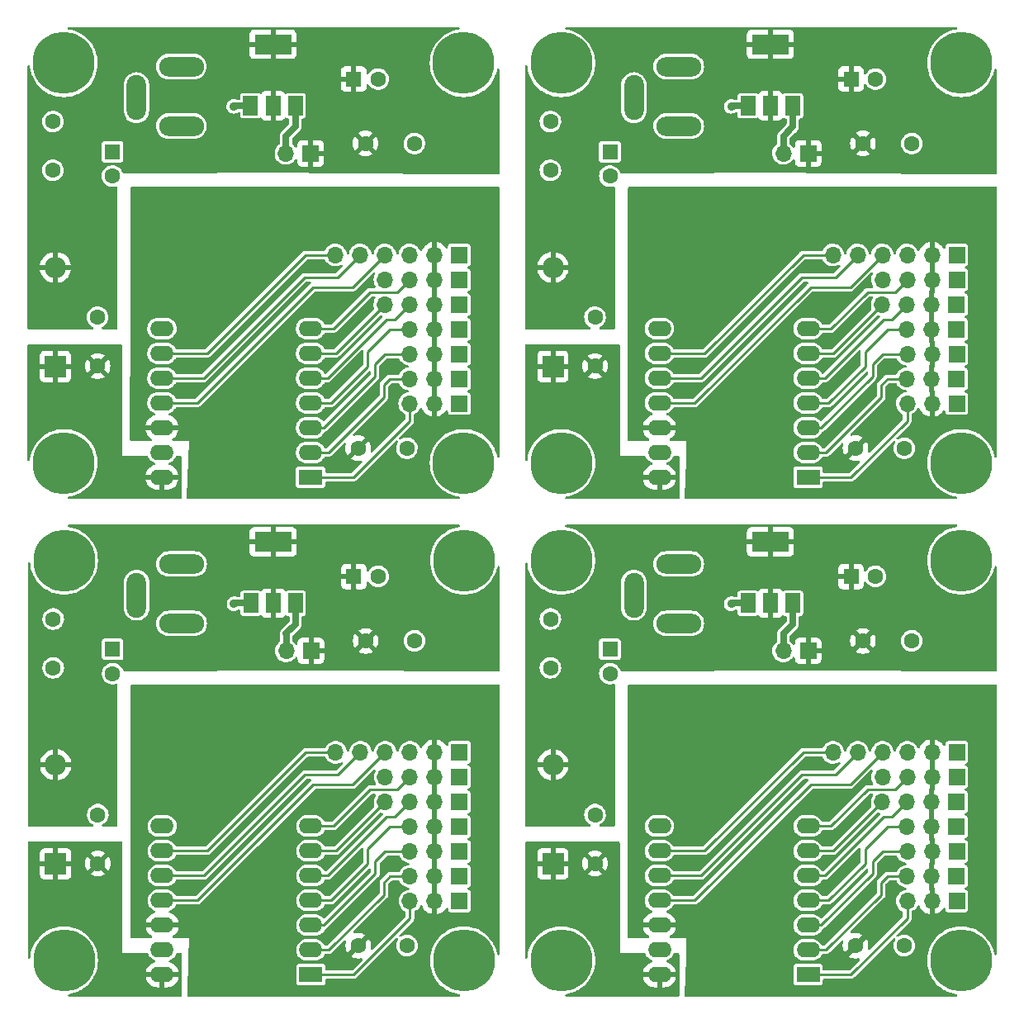
<source format=gtl>
%MOIN*%
%OFA0B0*%
%FSLAX46Y46*%
%IPPOS*%
%LPD*%
%ADD10R,0.059055118110236227X0.07874015748031496*%
%ADD11R,0.14960629921259844X0.07874015748031496*%
%ADD12R,0.066929133858267723X0.066929133858267723*%
%ADD13O,0.066929133858267723X0.066929133858267723*%
%ADD14C,0.25*%
%ADD15C,0.062992125984251982*%
%ADD16R,0.062992125984251982X0.062992125984251982*%
%ADD17O,0.18110236220472439X0.07874015748031496*%
%ADD18O,0.07874015748031496X0.18110236220472439*%
%ADD19R,0.094488188976377951X0.062992125984251982*%
%ADD20O,0.094488188976377951X0.062992125984251982*%
%ADD21R,0.086614173228346469X0.086614173228346469*%
%ADD22O,0.086614173228346469X0.086614173228346469*%
%ADD23C,0.035*%
%ADD24C,0.025*%
%ADD25C,0.01*%
%ADD36R,0.059055118110236227X0.07874015748031496*%
%ADD37R,0.14960629921259844X0.07874015748031496*%
%ADD38R,0.066929133858267723X0.066929133858267723*%
%ADD39O,0.066929133858267723X0.066929133858267723*%
%ADD40C,0.25*%
%ADD41C,0.062992125984251982*%
%ADD42R,0.062992125984251982X0.062992125984251982*%
%ADD43O,0.18110236220472439X0.07874015748031496*%
%ADD44O,0.07874015748031496X0.18110236220472439*%
%ADD45R,0.094488188976377951X0.062992125984251982*%
%ADD46O,0.094488188976377951X0.062992125984251982*%
%ADD47R,0.086614173228346469X0.086614173228346469*%
%ADD48O,0.086614173228346469X0.086614173228346469*%
%ADD49C,0.035*%
%ADD50C,0.025*%
%ADD51C,0.01*%
%ADD52R,0.059055118110236227X0.07874015748031496*%
%ADD53R,0.14960629921259844X0.07874015748031496*%
%ADD54R,0.066929133858267723X0.066929133858267723*%
%ADD55O,0.066929133858267723X0.066929133858267723*%
%ADD56C,0.25*%
%ADD57C,0.062992125984251982*%
%ADD58R,0.062992125984251982X0.062992125984251982*%
%ADD59O,0.18110236220472439X0.07874015748031496*%
%ADD60O,0.07874015748031496X0.18110236220472439*%
%ADD61R,0.094488188976377951X0.062992125984251982*%
%ADD62O,0.094488188976377951X0.062992125984251982*%
%ADD63R,0.086614173228346469X0.086614173228346469*%
%ADD64O,0.086614173228346469X0.086614173228346469*%
%ADD65C,0.035*%
%ADD66C,0.025*%
%ADD67C,0.01*%
%ADD68R,0.059055118110236227X0.07874015748031496*%
%ADD69R,0.14960629921259844X0.07874015748031496*%
%ADD70R,0.066929133858267723X0.066929133858267723*%
%ADD71O,0.066929133858267723X0.066929133858267723*%
%ADD72C,0.25*%
%ADD73C,0.062992125984251982*%
%ADD74R,0.062992125984251982X0.062992125984251982*%
%ADD75O,0.18110236220472439X0.07874015748031496*%
%ADD76O,0.07874015748031496X0.18110236220472439*%
%ADD77R,0.094488188976377951X0.062992125984251982*%
%ADD78O,0.094488188976377951X0.062992125984251982*%
%ADD79R,0.086614173228346469X0.086614173228346469*%
%ADD80O,0.086614173228346469X0.086614173228346469*%
%ADD81C,0.035*%
%ADD82C,0.025*%
%ADD83C,0.01*%
G01*
D10*
X0000000999Y0001929133D02*
X0000912231Y0001599784D03*
X0001002782Y0001599784D03*
X0001093333Y0001599784D03*
D11*
X0001002782Y0001847815D03*
D12*
X0001754829Y0000597500D03*
D13*
X0001654829Y0000597500D03*
X0001554829Y0000597500D03*
D14*
X0000158480Y0001771653D03*
X0001772653Y0001771653D03*
X0001772653Y0000157480D03*
D12*
X0001754829Y0000397500D03*
D13*
X0001654829Y0000397500D03*
X0001554829Y0000397500D03*
D12*
X0001754239Y0000497500D03*
D13*
X0001654239Y0000497500D03*
X0001554239Y0000497500D03*
D15*
X0000294829Y0000549075D03*
X0000294829Y0000745925D03*
D14*
X0000158480Y0000157480D03*
D16*
X0000354829Y0001414051D03*
D15*
X0000354829Y0001315625D03*
D16*
X0001328279Y0001707500D03*
D15*
X0001426704Y0001707500D03*
D17*
X0000632782Y0001517976D03*
X0000632782Y0001758133D03*
D18*
X0000451680Y0001632149D03*
D12*
X0001754829Y0000997500D03*
D13*
X0001654829Y0000997500D03*
X0001554829Y0000997500D03*
X0001454829Y0000997500D03*
X0001354829Y0000997500D03*
X0001254829Y0000997500D03*
D15*
X0000114829Y0001535925D03*
X0000114829Y0001339075D03*
D12*
X0001754239Y0000697500D03*
D13*
X0001654239Y0000697500D03*
X0001554239Y0000697500D03*
D12*
X0001754436Y0000797500D03*
D13*
X0001654436Y0000797500D03*
X0001554436Y0000797500D03*
X0001454436Y0000797500D03*
D12*
X0001155026Y0001407500D03*
D13*
X0001055026Y0001407500D03*
D15*
X0001346404Y0000217500D03*
X0001543255Y0000217500D03*
D19*
X0001154829Y0000100500D03*
D20*
X0001154829Y0000200500D03*
X0001154829Y0000300500D03*
X0001154829Y0000400500D03*
X0001154829Y0000500500D03*
X0001154829Y0000600500D03*
X0001154829Y0000700500D03*
X0000554829Y0000700500D03*
X0000554829Y0000600500D03*
X0000554829Y0000500500D03*
X0000554829Y0000400500D03*
X0000554829Y0000300500D03*
X0000554829Y0000200500D03*
X0000554829Y0000100500D03*
D15*
X0001376404Y0001447500D03*
X0001573255Y0001447500D03*
D12*
X0001754829Y0000897500D03*
D13*
X0001654829Y0000897500D03*
X0001554829Y0000897500D03*
X0001454829Y0000897500D03*
D21*
X0000124829Y0000547500D03*
D22*
X0000124829Y0000947500D03*
D23*
X0000844829Y0001597500D03*
D24*
X0000293255Y0000547500D02*
X0000294829Y0000549075D01*
D25*
X0001554829Y0000327500D02*
X0001554829Y0000397500D01*
X0001327829Y0000100500D02*
X0001554829Y0000327500D01*
X0001154829Y0000100500D02*
X0001327829Y0000100500D01*
X0001554239Y0000497500D02*
X0001474829Y0000497500D01*
X0001154829Y0000200500D02*
X0001227829Y0000200500D01*
X0001474829Y0000497500D02*
X0001449829Y0000472500D01*
X0001227829Y0000200500D02*
X0001449829Y0000422500D01*
X0001449829Y0000472500D02*
X0001449829Y0000422500D01*
X0001454829Y0000597500D02*
X0001554829Y0000597500D01*
X0001154829Y0000300500D02*
X0001207829Y0000300500D01*
X0001414829Y0000557500D02*
X0001454829Y0000597500D01*
X0001414829Y0000507500D02*
X0001414829Y0000557500D01*
X0001207829Y0000300500D02*
X0001414829Y0000507500D01*
X0001474829Y0000697500D02*
X0001554239Y0000697500D01*
X0001237829Y0000400500D02*
X0001384829Y0000547500D01*
X0001154829Y0000400500D02*
X0001237829Y0000400500D01*
X0001384829Y0000607500D02*
X0001474829Y0000697500D01*
X0001384829Y0000547500D02*
X0001384829Y0000607500D01*
X0001154829Y0000500500D02*
X0001223119Y0000500500D01*
X0001223119Y0000500500D02*
X0001460119Y0000737500D01*
X0001460119Y0000737500D02*
X0001494436Y0000737500D01*
X0001494436Y0000737500D02*
X0001554436Y0000797500D01*
X0001154829Y0000600500D02*
X0001257436Y0000600500D01*
X0001257436Y0000600500D02*
X0001454436Y0000797500D01*
X0001504829Y0000847500D02*
X0001554829Y0000897500D01*
X0001394829Y0000847500D02*
X0001504829Y0000847500D01*
X0001247829Y0000700500D02*
X0001394829Y0000847500D01*
X0001154829Y0000700500D02*
X0001247829Y0000700500D01*
X0000554829Y0000600500D02*
X0000737829Y0000600500D01*
X0000737829Y0000600500D02*
X0001134829Y0000997500D01*
X0001134829Y0000997500D02*
X0001254829Y0000997500D01*
X0000554829Y0000500500D02*
X0000723259Y0000500500D01*
X0000723259Y0000500500D02*
X0001130259Y0000907500D01*
X0001130259Y0000907500D02*
X0001264829Y0000907500D01*
X0001264829Y0000907500D02*
X0001354829Y0000997500D01*
X0001164829Y0000867500D02*
X0001324829Y0000867500D01*
X0000697829Y0000400500D02*
X0001164829Y0000867500D01*
X0001324829Y0000867500D02*
X0001454829Y0000997500D01*
X0000554829Y0000400500D02*
X0000697829Y0000400500D01*
D24*
X0001055026Y0001477303D02*
X0001055026Y0001407500D01*
X0001093333Y0001516004D02*
X0001054829Y0001477500D01*
X0001093333Y0001599784D02*
X0001093333Y0001516004D01*
X0001054829Y0001477500D02*
X0001055026Y0001477303D01*
X0000912231Y0001599784D02*
X0000847113Y0001599784D01*
X0000847113Y0001599784D02*
X0000844829Y0001597500D01*
G36*
X0001914855Y0001271713D02*
G01*
X0001916685Y0001269600D01*
X0001917133Y0001267540D01*
X0001917133Y0000184190D01*
X0001916346Y0000181508D01*
X0001914233Y0000179677D01*
X0001911467Y0000179280D01*
X0001908924Y0000180441D01*
X0001907413Y0000182792D01*
X0001907273Y0000183414D01*
X0001906883Y0000185878D01*
X0001906883Y0000185879D01*
X0001906862Y0000186007D01*
X0001903145Y0000199879D01*
X0001902390Y0000201846D01*
X0001898045Y0000213166D01*
X0001897998Y0000213287D01*
X0001896943Y0000215359D01*
X0001891537Y0000225968D01*
X0001891537Y0000225968D01*
X0001891478Y0000226084D01*
X0001891363Y0000226261D01*
X0001885444Y0000235376D01*
X0001883656Y0000238128D01*
X0001874618Y0000249290D01*
X0001864463Y0000259445D01*
X0001853302Y0000268483D01*
X0001843089Y0000275115D01*
X0001841366Y0000276234D01*
X0001841366Y0000276234D01*
X0001841257Y0000276305D01*
X0001841141Y0000276364D01*
X0001841141Y0000276364D01*
X0001828576Y0000282766D01*
X0001828460Y0000282825D01*
X0001818262Y0000286740D01*
X0001815174Y0000287925D01*
X0001815174Y0000287925D01*
X0001815053Y0000287972D01*
X0001801180Y0000291689D01*
X0001793638Y0000292884D01*
X0001787123Y0000293916D01*
X0001787123Y0000293916D01*
X0001786995Y0000293936D01*
X0001772653Y0000294687D01*
X0001758311Y0000293936D01*
X0001758183Y0000293916D01*
X0001758183Y0000293916D01*
X0001751668Y0000292884D01*
X0001744126Y0000291689D01*
X0001730253Y0000287972D01*
X0001730132Y0000287925D01*
X0001730132Y0000287925D01*
X0001727044Y0000286740D01*
X0001716846Y0000282825D01*
X0001716730Y0000282766D01*
X0001704165Y0000276364D01*
X0001704165Y0000276364D01*
X0001704049Y0000276305D01*
X0001703940Y0000276234D01*
X0001703940Y0000276234D01*
X0001702217Y0000275115D01*
X0001692004Y0000268483D01*
X0001680843Y0000259445D01*
X0001670688Y0000249290D01*
X0001661650Y0000238128D01*
X0001659862Y0000235376D01*
X0001653943Y0000226261D01*
X0001653828Y0000226084D01*
X0001653769Y0000225968D01*
X0001653769Y0000225968D01*
X0001648363Y0000215359D01*
X0001647308Y0000213287D01*
X0001647261Y0000213166D01*
X0001642916Y0000201846D01*
X0001642161Y0000199879D01*
X0001638444Y0000186007D01*
X0001637651Y0000181004D01*
X0001636246Y0000172129D01*
X0001636197Y0000171822D01*
X0001635445Y0000157480D01*
X0001636197Y0000143138D01*
X0001636217Y0000143010D01*
X0001636217Y0000143010D01*
X0001637124Y0000137286D01*
X0001638444Y0000128953D01*
X0001642161Y0000115080D01*
X0001647308Y0000101672D01*
X0001647367Y0000101557D01*
X0001653516Y0000089487D01*
X0001653828Y0000088876D01*
X0001653898Y0000088767D01*
X0001653898Y0000088767D01*
X0001656956Y0000084059D01*
X0001661650Y0000076831D01*
X0001670688Y0000065670D01*
X0001680843Y0000055515D01*
X0001692004Y0000046476D01*
X0001704049Y0000038654D01*
X0001704165Y0000038596D01*
X0001704165Y0000038595D01*
X0001708243Y0000036517D01*
X0001716846Y0000032134D01*
X0001730253Y0000026988D01*
X0001744126Y0000023270D01*
X0001753033Y0000021860D01*
X0001755559Y0000020662D01*
X0001757036Y0000018290D01*
X0001756996Y0000015495D01*
X0001755452Y0000013165D01*
X0001752893Y0000012040D01*
X0001752257Y0000012000D01*
X0000660517Y0000012000D01*
X0000657835Y0000012787D01*
X0000656005Y0000014899D01*
X0000655560Y0000017159D01*
X0000661658Y0000168698D01*
X0000664801Y0000246787D01*
X0000664801Y0000246788D01*
X0000664829Y0000247500D01*
X0000600399Y0000247500D01*
X0000597717Y0000248288D01*
X0000595887Y0000250400D01*
X0000595489Y0000253167D01*
X0000596650Y0000255709D01*
X0000597554Y0000256524D01*
X0000603627Y0000260777D01*
X0000603958Y0000261055D01*
X0000610023Y0000267119D01*
X0000610301Y0000267450D01*
X0000615220Y0000274476D01*
X0000615436Y0000274850D01*
X0000619061Y0000282624D01*
X0000619209Y0000283029D01*
X0000621026Y0000289811D01*
X0000621013Y0000290366D01*
X0000620700Y0000290500D01*
X0000489161Y0000290500D01*
X0000488629Y0000290344D01*
X0000488580Y0000290007D01*
X0000490450Y0000283029D01*
X0000490598Y0000282624D01*
X0000494223Y0000274850D01*
X0000494438Y0000274476D01*
X0000499358Y0000267450D01*
X0000499636Y0000267119D01*
X0000505701Y0000261055D01*
X0000506032Y0000260777D01*
X0000512105Y0000256524D01*
X0000513850Y0000254341D01*
X0000514138Y0000251561D01*
X0000512877Y0000249066D01*
X0000510467Y0000247649D01*
X0000509260Y0000247500D01*
X0000430242Y0000247500D01*
X0000427560Y0000248288D01*
X0000425729Y0000250400D01*
X0000425281Y0000252475D01*
X0000425445Y0000311189D01*
X0000488633Y0000311189D01*
X0000488646Y0000310634D01*
X0000488959Y0000310500D01*
X0000620497Y0000310500D01*
X0000621030Y0000310657D01*
X0000621079Y0000310993D01*
X0000619209Y0000317971D01*
X0000619061Y0000318376D01*
X0000615436Y0000326150D01*
X0000615220Y0000326524D01*
X0000610301Y0000333550D01*
X0000610023Y0000333881D01*
X0000603958Y0000339946D01*
X0000603627Y0000340223D01*
X0000596601Y0000345143D01*
X0000596228Y0000345359D01*
X0000588454Y0000348984D01*
X0000588048Y0000349132D01*
X0000585270Y0000349876D01*
X0000582884Y0000351331D01*
X0000581662Y0000353845D01*
X0000581994Y0000356620D01*
X0000583774Y0000358776D01*
X0000585158Y0000359428D01*
X0000586811Y0000359913D01*
X0000588654Y0000360862D01*
X0000593984Y0000363607D01*
X0000593984Y0000363607D01*
X0000594193Y0000363715D01*
X0000600723Y0000368844D01*
X0000600878Y0000369022D01*
X0000600878Y0000369022D01*
X0000606011Y0000374937D01*
X0000606165Y0000375115D01*
X0000606284Y0000375320D01*
X0000606284Y0000375320D01*
X0000609572Y0000381004D01*
X0000611597Y0000382931D01*
X0000613866Y0000383480D01*
X0000696525Y0000383480D01*
X0000697108Y0000383446D01*
X0000698370Y0000383297D01*
X0000700549Y0000383695D01*
X0000700700Y0000383720D01*
X0000702890Y0000384049D01*
X0000703136Y0000384167D01*
X0000703405Y0000384216D01*
X0000705370Y0000385237D01*
X0000705508Y0000385306D01*
X0000706399Y0000385734D01*
X0000707504Y0000386265D01*
X0000707704Y0000386450D01*
X0000707946Y0000386575D01*
X0000708137Y0000386738D01*
X0000709542Y0000388143D01*
X0000709682Y0000388278D01*
X0000710990Y0000389487D01*
X0000711262Y0000389739D01*
X0000711403Y0000389981D01*
X0000711603Y0000390204D01*
X0000940681Y0000619283D01*
X0001170426Y0000849028D01*
X0001172880Y0000850367D01*
X0001173934Y0000850481D01*
X0001323525Y0000850481D01*
X0001324108Y0000850446D01*
X0001325370Y0000850297D01*
X0001327549Y0000850695D01*
X0001327700Y0000850720D01*
X0001329890Y0000851049D01*
X0001330136Y0000851167D01*
X0001330405Y0000851216D01*
X0001332370Y0000852237D01*
X0001332508Y0000852306D01*
X0001333399Y0000852734D01*
X0001334504Y0000853265D01*
X0001334704Y0000853450D01*
X0001334946Y0000853575D01*
X0001335137Y0000853738D01*
X0001336542Y0000855143D01*
X0001336682Y0000855278D01*
X0001337990Y0000856487D01*
X0001338262Y0000856739D01*
X0001338403Y0000856981D01*
X0001338603Y0000857204D01*
X0001407542Y0000926143D01*
X0001409995Y0000927482D01*
X0001412783Y0000927283D01*
X0001415020Y0000925608D01*
X0001415997Y0000922989D01*
X0001415439Y0000920325D01*
X0001412733Y0000915182D01*
X0001412733Y0000915182D01*
X0001412627Y0000914981D01*
X0001410149Y0000906997D01*
X0001409166Y0000898696D01*
X0001409713Y0000890354D01*
X0001411770Y0000882252D01*
X0001415270Y0000874661D01*
X0001415401Y0000874475D01*
X0001416908Y0000872344D01*
X0001417813Y0000869699D01*
X0001417144Y0000866985D01*
X0001415114Y0000865063D01*
X0001412857Y0000864520D01*
X0001396134Y0000864520D01*
X0001395551Y0000864554D01*
X0001394289Y0000864704D01*
X0001393924Y0000864637D01*
X0001393924Y0000864637D01*
X0001392110Y0000864306D01*
X0001391956Y0000864280D01*
X0001390135Y0000864006D01*
X0001390135Y0000864006D01*
X0001389768Y0000863951D01*
X0001389523Y0000863833D01*
X0001389254Y0000863784D01*
X0001387289Y0000862763D01*
X0001387150Y0000862694D01*
X0001385489Y0000861896D01*
X0001385489Y0000861896D01*
X0001385155Y0000861736D01*
X0001384955Y0000861551D01*
X0001384713Y0000861425D01*
X0001384522Y0000861262D01*
X0001383117Y0000859857D01*
X0001382977Y0000859722D01*
X0001381397Y0000858262D01*
X0001381256Y0000858020D01*
X0001381056Y0000857796D01*
X0001242233Y0000718973D01*
X0001239779Y0000717633D01*
X0001238725Y0000717520D01*
X0001213836Y0000717520D01*
X0001211154Y0000718307D01*
X0001209320Y0000720427D01*
X0001208570Y0000722076D01*
X0001208570Y0000722076D01*
X0001208473Y0000722291D01*
X0001203669Y0000729064D01*
X0001197670Y0000734806D01*
X0001190695Y0000739310D01*
X0001186551Y0000740980D01*
X0001183212Y0000742325D01*
X0001183212Y0000742325D01*
X0001182993Y0000742414D01*
X0001178154Y0000743359D01*
X0001175018Y0000743971D01*
X0001175018Y0000743971D01*
X0001174843Y0000744005D01*
X0001174625Y0000744016D01*
X0001137007Y0000744016D01*
X0001130815Y0000743425D01*
X0001122848Y0000741088D01*
X0001122638Y0000740980D01*
X0001122638Y0000740980D01*
X0001115675Y0000737394D01*
X0001115675Y0000737394D01*
X0001115466Y0000737286D01*
X0001108936Y0000732156D01*
X0001108781Y0000731978D01*
X0001108781Y0000731978D01*
X0001105386Y0000728065D01*
X0001103493Y0000725885D01*
X0001103375Y0000725681D01*
X0001103375Y0000725681D01*
X0001100367Y0000720481D01*
X0001099335Y0000718697D01*
X0001096611Y0000710853D01*
X0001095420Y0000702636D01*
X0001095804Y0000694341D01*
X0001095859Y0000694112D01*
X0001097281Y0000688212D01*
X0001097749Y0000686268D01*
X0001097847Y0000686054D01*
X0001097847Y0000686053D01*
X0001099267Y0000682931D01*
X0001101186Y0000678709D01*
X0001105990Y0000671937D01*
X0001111989Y0000666195D01*
X0001118964Y0000661691D01*
X0001119184Y0000661602D01*
X0001126447Y0000658675D01*
X0001126447Y0000658675D01*
X0001126666Y0000658587D01*
X0001130748Y0000657790D01*
X0001134641Y0000657029D01*
X0001134641Y0000657029D01*
X0001134816Y0000656995D01*
X0001135034Y0000656984D01*
X0001172652Y0000656984D01*
X0001178844Y0000657575D01*
X0001186811Y0000659913D01*
X0001188654Y0000660862D01*
X0001193984Y0000663607D01*
X0001193984Y0000663607D01*
X0001194193Y0000663715D01*
X0001200723Y0000668844D01*
X0001200878Y0000669022D01*
X0001200878Y0000669022D01*
X0001206011Y0000674937D01*
X0001206165Y0000675116D01*
X0001206284Y0000675320D01*
X0001206284Y0000675320D01*
X0001209572Y0000681004D01*
X0001211597Y0000682931D01*
X0001213866Y0000683481D01*
X0001246525Y0000683481D01*
X0001247108Y0000683446D01*
X0001248370Y0000683297D01*
X0001250549Y0000683695D01*
X0001250700Y0000683720D01*
X0001252890Y0000684049D01*
X0001253136Y0000684167D01*
X0001253405Y0000684216D01*
X0001255370Y0000685237D01*
X0001255508Y0000685306D01*
X0001256399Y0000685734D01*
X0001257504Y0000686265D01*
X0001257704Y0000686450D01*
X0001257946Y0000686575D01*
X0001258137Y0000686738D01*
X0001259542Y0000688143D01*
X0001259682Y0000688278D01*
X0001260990Y0000689487D01*
X0001261262Y0000689739D01*
X0001261403Y0000689981D01*
X0001261603Y0000690204D01*
X0001400426Y0000829028D01*
X0001402880Y0000830367D01*
X0001403934Y0000830481D01*
X0001412286Y0000830481D01*
X0001414967Y0000829693D01*
X0001416798Y0000827581D01*
X0001417196Y0000824814D01*
X0001416327Y0000822789D01*
X0001416391Y0000822748D01*
X0001416267Y0000822557D01*
X0001416126Y0000822379D01*
X0001416020Y0000822178D01*
X0001412340Y0000815182D01*
X0001412340Y0000815182D01*
X0001412234Y0000814981D01*
X0001409755Y0000806997D01*
X0001408772Y0000798696D01*
X0001409319Y0000790354D01*
X0001411327Y0000782448D01*
X0001411377Y0000782252D01*
X0001411338Y0000782242D01*
X0001411480Y0000779665D01*
X0001410158Y0000777292D01*
X0001251839Y0000618973D01*
X0001249386Y0000617633D01*
X0001248331Y0000617520D01*
X0001213836Y0000617520D01*
X0001211154Y0000618307D01*
X0001209320Y0000620427D01*
X0001208570Y0000622076D01*
X0001208473Y0000622291D01*
X0001204092Y0000628467D01*
X0001203805Y0000628871D01*
X0001203805Y0000628871D01*
X0001203669Y0000629064D01*
X0001197670Y0000634806D01*
X0001190695Y0000639310D01*
X0001186551Y0000640980D01*
X0001183212Y0000642325D01*
X0001183212Y0000642325D01*
X0001182993Y0000642414D01*
X0001177813Y0000643425D01*
X0001175018Y0000643971D01*
X0001175018Y0000643971D01*
X0001174843Y0000644005D01*
X0001174625Y0000644016D01*
X0001137007Y0000644016D01*
X0001130815Y0000643425D01*
X0001122848Y0000641088D01*
X0001122638Y0000640980D01*
X0001122638Y0000640980D01*
X0001115675Y0000637394D01*
X0001115675Y0000637394D01*
X0001115466Y0000637286D01*
X0001108936Y0000632156D01*
X0001108781Y0000631978D01*
X0001108781Y0000631978D01*
X0001105386Y0000628065D01*
X0001103493Y0000625885D01*
X0001103375Y0000625681D01*
X0001103375Y0000625681D01*
X0001100336Y0000620427D01*
X0001099335Y0000618697D01*
X0001096611Y0000610853D01*
X0001096578Y0000610620D01*
X0001096578Y0000610620D01*
X0001095882Y0000605825D01*
X0001095420Y0000602636D01*
X0001095804Y0000594341D01*
X0001095859Y0000594112D01*
X0001097281Y0000588212D01*
X0001097749Y0000586268D01*
X0001097847Y0000586054D01*
X0001097847Y0000586053D01*
X0001099267Y0000582931D01*
X0001101186Y0000578709D01*
X0001105990Y0000571937D01*
X0001111989Y0000566195D01*
X0001118964Y0000561691D01*
X0001119184Y0000561602D01*
X0001126447Y0000558675D01*
X0001126447Y0000558675D01*
X0001126666Y0000558587D01*
X0001130748Y0000557790D01*
X0001134641Y0000557029D01*
X0001134641Y0000557029D01*
X0001134816Y0000556995D01*
X0001135034Y0000556984D01*
X0001172652Y0000556984D01*
X0001178844Y0000557575D01*
X0001186811Y0000559913D01*
X0001188654Y0000560862D01*
X0001193984Y0000563607D01*
X0001193984Y0000563607D01*
X0001194193Y0000563715D01*
X0001200723Y0000568844D01*
X0001200878Y0000569022D01*
X0001200878Y0000569022D01*
X0001206011Y0000574937D01*
X0001206165Y0000575116D01*
X0001206284Y0000575320D01*
X0001206284Y0000575320D01*
X0001209572Y0000581004D01*
X0001211597Y0000582931D01*
X0001213866Y0000583480D01*
X0001256131Y0000583480D01*
X0001256714Y0000583446D01*
X0001257976Y0000583297D01*
X0001260155Y0000583695D01*
X0001260307Y0000583720D01*
X0001262497Y0000584049D01*
X0001262743Y0000584167D01*
X0001263011Y0000584216D01*
X0001264976Y0000585237D01*
X0001265114Y0000585306D01*
X0001266005Y0000585734D01*
X0001267110Y0000586265D01*
X0001267311Y0000586450D01*
X0001267553Y0000586575D01*
X0001267743Y0000586738D01*
X0001269148Y0000588143D01*
X0001269289Y0000588278D01*
X0001270596Y0000589487D01*
X0001270868Y0000589739D01*
X0001271009Y0000589981D01*
X0001271209Y0000590204D01*
X0001434265Y0000753260D01*
X0001436718Y0000754600D01*
X0001439731Y0000754310D01*
X0001440111Y0000754147D01*
X0001440320Y0000754057D01*
X0001440542Y0000754007D01*
X0001440542Y0000754007D01*
X0001441566Y0000753775D01*
X0001444008Y0000752415D01*
X0001445327Y0000749951D01*
X0001445104Y0000747165D01*
X0001443979Y0000745429D01*
X0001217523Y0000518973D01*
X0001215069Y0000517633D01*
X0001214015Y0000517520D01*
X0001213836Y0000517520D01*
X0001211154Y0000518307D01*
X0001209320Y0000520427D01*
X0001208570Y0000522076D01*
X0001208473Y0000522291D01*
X0001204092Y0000528467D01*
X0001203805Y0000528871D01*
X0001203805Y0000528871D01*
X0001203669Y0000529064D01*
X0001197670Y0000534806D01*
X0001190695Y0000539310D01*
X0001186551Y0000540980D01*
X0001183212Y0000542325D01*
X0001183212Y0000542325D01*
X0001182993Y0000542414D01*
X0001177813Y0000543425D01*
X0001175018Y0000543971D01*
X0001175018Y0000543971D01*
X0001174843Y0000544005D01*
X0001174625Y0000544016D01*
X0001137007Y0000544016D01*
X0001130815Y0000543425D01*
X0001122848Y0000541088D01*
X0001122638Y0000540980D01*
X0001122638Y0000540980D01*
X0001115675Y0000537394D01*
X0001115675Y0000537394D01*
X0001115466Y0000537286D01*
X0001108936Y0000532156D01*
X0001108781Y0000531978D01*
X0001108781Y0000531978D01*
X0001105386Y0000528065D01*
X0001103493Y0000525885D01*
X0001103375Y0000525681D01*
X0001103375Y0000525681D01*
X0001100336Y0000520427D01*
X0001099335Y0000518697D01*
X0001096611Y0000510853D01*
X0001096578Y0000510620D01*
X0001096578Y0000510620D01*
X0001095454Y0000502869D01*
X0001095420Y0000502636D01*
X0001095804Y0000494341D01*
X0001095859Y0000494112D01*
X0001097281Y0000488212D01*
X0001097749Y0000486268D01*
X0001097847Y0000486054D01*
X0001097847Y0000486053D01*
X0001099267Y0000482931D01*
X0001101186Y0000478709D01*
X0001105990Y0000471937D01*
X0001111989Y0000466195D01*
X0001118964Y0000461690D01*
X0001119184Y0000461602D01*
X0001126447Y0000458675D01*
X0001126447Y0000458675D01*
X0001126666Y0000458587D01*
X0001130748Y0000457790D01*
X0001134641Y0000457029D01*
X0001134641Y0000457029D01*
X0001134816Y0000456995D01*
X0001135034Y0000456984D01*
X0001172652Y0000456984D01*
X0001178844Y0000457575D01*
X0001186811Y0000459913D01*
X0001188654Y0000460862D01*
X0001193984Y0000463607D01*
X0001193984Y0000463607D01*
X0001194193Y0000463715D01*
X0001200723Y0000468844D01*
X0001200878Y0000469022D01*
X0001200878Y0000469022D01*
X0001206011Y0000474937D01*
X0001206165Y0000475115D01*
X0001206284Y0000475320D01*
X0001206284Y0000475320D01*
X0001209572Y0000481004D01*
X0001211597Y0000482931D01*
X0001213866Y0000483480D01*
X0001221815Y0000483480D01*
X0001222398Y0000483446D01*
X0001223660Y0000483297D01*
X0001225839Y0000483695D01*
X0001225990Y0000483720D01*
X0001228180Y0000484049D01*
X0001228426Y0000484167D01*
X0001228695Y0000484216D01*
X0001230660Y0000485237D01*
X0001230798Y0000485306D01*
X0001231689Y0000485734D01*
X0001232794Y0000486265D01*
X0001232994Y0000486450D01*
X0001233236Y0000486575D01*
X0001233427Y0000486738D01*
X0001234832Y0000488143D01*
X0001234972Y0000488278D01*
X0001236280Y0000489487D01*
X0001236552Y0000489739D01*
X0001236693Y0000489981D01*
X0001236893Y0000490204D01*
X0001359341Y0000612653D01*
X0001361795Y0000613992D01*
X0001364583Y0000613793D01*
X0001366820Y0000612118D01*
X0001367797Y0000609499D01*
X0001367810Y0000609145D01*
X0001367810Y0000607956D01*
X0001367806Y0000607762D01*
X0001367721Y0000605611D01*
X0001367793Y0000605341D01*
X0001367810Y0000605041D01*
X0001367810Y0000556605D01*
X0001367022Y0000553923D01*
X0001366357Y0000553097D01*
X0001232233Y0000418973D01*
X0001229779Y0000417633D01*
X0001228725Y0000417520D01*
X0001213836Y0000417520D01*
X0001211154Y0000418307D01*
X0001209320Y0000420427D01*
X0001208570Y0000422076D01*
X0001208473Y0000422291D01*
X0001204092Y0000428467D01*
X0001203805Y0000428871D01*
X0001203805Y0000428871D01*
X0001203669Y0000429064D01*
X0001197670Y0000434806D01*
X0001190695Y0000439310D01*
X0001186551Y0000440980D01*
X0001183212Y0000442325D01*
X0001183212Y0000442325D01*
X0001182993Y0000442414D01*
X0001177813Y0000443425D01*
X0001175018Y0000443971D01*
X0001175018Y0000443971D01*
X0001174843Y0000444005D01*
X0001174625Y0000444016D01*
X0001137007Y0000444016D01*
X0001130815Y0000443425D01*
X0001122848Y0000441088D01*
X0001122638Y0000440980D01*
X0001122638Y0000440980D01*
X0001115675Y0000437394D01*
X0001115675Y0000437394D01*
X0001115466Y0000437286D01*
X0001108936Y0000432156D01*
X0001108781Y0000431978D01*
X0001108781Y0000431978D01*
X0001105413Y0000428097D01*
X0001103493Y0000425885D01*
X0001103375Y0000425681D01*
X0001103375Y0000425681D01*
X0001100336Y0000420427D01*
X0001099335Y0000418697D01*
X0001096611Y0000410853D01*
X0001096578Y0000410620D01*
X0001096578Y0000410620D01*
X0001095882Y0000405825D01*
X0001095420Y0000402636D01*
X0001095804Y0000394341D01*
X0001095859Y0000394112D01*
X0001097281Y0000388212D01*
X0001097749Y0000386268D01*
X0001097847Y0000386054D01*
X0001097847Y0000386053D01*
X0001099267Y0000382931D01*
X0001101186Y0000378709D01*
X0001105990Y0000371937D01*
X0001111989Y0000366195D01*
X0001118964Y0000361690D01*
X0001119184Y0000361602D01*
X0001126447Y0000358675D01*
X0001126447Y0000358675D01*
X0001126666Y0000358587D01*
X0001130748Y0000357790D01*
X0001134641Y0000357029D01*
X0001134641Y0000357029D01*
X0001134816Y0000356995D01*
X0001135034Y0000356984D01*
X0001172652Y0000356984D01*
X0001178844Y0000357575D01*
X0001186811Y0000359913D01*
X0001188654Y0000360862D01*
X0001193984Y0000363607D01*
X0001193984Y0000363607D01*
X0001194193Y0000363715D01*
X0001200723Y0000368844D01*
X0001200878Y0000369022D01*
X0001200878Y0000369022D01*
X0001206011Y0000374937D01*
X0001206165Y0000375115D01*
X0001206284Y0000375320D01*
X0001206284Y0000375320D01*
X0001209572Y0000381004D01*
X0001211597Y0000382931D01*
X0001213866Y0000383480D01*
X0001236525Y0000383480D01*
X0001237108Y0000383446D01*
X0001238370Y0000383297D01*
X0001240549Y0000383695D01*
X0001240700Y0000383720D01*
X0001242890Y0000384049D01*
X0001243136Y0000384167D01*
X0001243405Y0000384216D01*
X0001245370Y0000385237D01*
X0001245508Y0000385306D01*
X0001246399Y0000385734D01*
X0001247504Y0000386265D01*
X0001247704Y0000386450D01*
X0001247946Y0000386575D01*
X0001248137Y0000386738D01*
X0001249542Y0000388143D01*
X0001249682Y0000388278D01*
X0001250990Y0000389487D01*
X0001251262Y0000389739D01*
X0001251403Y0000389981D01*
X0001251603Y0000390204D01*
X0001389341Y0000527943D01*
X0001391795Y0000529282D01*
X0001394583Y0000529083D01*
X0001396820Y0000527408D01*
X0001397797Y0000524789D01*
X0001397810Y0000524435D01*
X0001397810Y0000516605D01*
X0001397022Y0000513923D01*
X0001396357Y0000513097D01*
X0001211415Y0000328155D01*
X0001208961Y0000326815D01*
X0001206173Y0000327015D01*
X0001203974Y0000328705D01*
X0001203959Y0000328692D01*
X0001203897Y0000328765D01*
X0001203861Y0000328792D01*
X0001203805Y0000328871D01*
X0001203805Y0000328871D01*
X0001203669Y0000329064D01*
X0001198636Y0000333881D01*
X0001197841Y0000334642D01*
X0001197670Y0000334806D01*
X0001190695Y0000339310D01*
X0001186551Y0000340980D01*
X0001183212Y0000342325D01*
X0001183212Y0000342325D01*
X0001182993Y0000342414D01*
X0001177813Y0000343425D01*
X0001175018Y0000343971D01*
X0001175018Y0000343971D01*
X0001174843Y0000344005D01*
X0001174625Y0000344016D01*
X0001137007Y0000344016D01*
X0001130815Y0000343425D01*
X0001122848Y0000341088D01*
X0001122638Y0000340980D01*
X0001122638Y0000340980D01*
X0001115675Y0000337394D01*
X0001115675Y0000337394D01*
X0001115466Y0000337286D01*
X0001108936Y0000332156D01*
X0001108781Y0000331978D01*
X0001108781Y0000331978D01*
X0001106085Y0000328871D01*
X0001103493Y0000325885D01*
X0001103375Y0000325681D01*
X0001103375Y0000325681D01*
X0001100252Y0000320282D01*
X0001099335Y0000318697D01*
X0001096611Y0000310853D01*
X0001096578Y0000310620D01*
X0001096578Y0000310620D01*
X0001095454Y0000302869D01*
X0001095420Y0000302636D01*
X0001095804Y0000294341D01*
X0001095859Y0000294112D01*
X0001097281Y0000288212D01*
X0001097749Y0000286268D01*
X0001097847Y0000286054D01*
X0001097847Y0000286053D01*
X0001099294Y0000282872D01*
X0001101186Y0000278709D01*
X0001105990Y0000271937D01*
X0001111989Y0000266195D01*
X0001118964Y0000261690D01*
X0001120606Y0000261029D01*
X0001126447Y0000258675D01*
X0001126447Y0000258675D01*
X0001126666Y0000258587D01*
X0001130748Y0000257790D01*
X0001134641Y0000257029D01*
X0001134641Y0000257029D01*
X0001134816Y0000256995D01*
X0001135034Y0000256984D01*
X0001172652Y0000256984D01*
X0001178844Y0000257575D01*
X0001186811Y0000259913D01*
X0001188401Y0000260732D01*
X0001193984Y0000263607D01*
X0001193984Y0000263607D01*
X0001194193Y0000263715D01*
X0001200723Y0000268844D01*
X0001200878Y0000269022D01*
X0001200878Y0000269022D01*
X0001206011Y0000274937D01*
X0001206165Y0000275115D01*
X0001206284Y0000275320D01*
X0001206284Y0000275320D01*
X0001208369Y0000278924D01*
X0001210055Y0000281838D01*
X0001212079Y0000283766D01*
X0001212667Y0000284016D01*
X0001212890Y0000284049D01*
X0001213136Y0000284167D01*
X0001213405Y0000284216D01*
X0001215370Y0000285237D01*
X0001215508Y0000285306D01*
X0001216399Y0000285734D01*
X0001217504Y0000286265D01*
X0001217704Y0000286450D01*
X0001217946Y0000286575D01*
X0001218137Y0000286738D01*
X0001219542Y0000288143D01*
X0001219682Y0000288278D01*
X0001220990Y0000289487D01*
X0001221262Y0000289739D01*
X0001221403Y0000289981D01*
X0001221603Y0000290204D01*
X0001425942Y0000494543D01*
X0001426378Y0000494931D01*
X0001426415Y0000494960D01*
X0001427376Y0000495718D01*
X0001428635Y0000497539D01*
X0001428725Y0000497665D01*
X0001429820Y0000499148D01*
X0001430041Y0000499446D01*
X0001430131Y0000499704D01*
X0001430286Y0000499928D01*
X0001430954Y0000502039D01*
X0001431003Y0000502187D01*
X0001431161Y0000502636D01*
X0001431737Y0000504275D01*
X0001431747Y0000504547D01*
X0001431830Y0000504808D01*
X0001431849Y0000505057D01*
X0001431849Y0000507044D01*
X0001431853Y0000507239D01*
X0001431923Y0000509018D01*
X0001431937Y0000509389D01*
X0001431866Y0000509660D01*
X0001431849Y0000509959D01*
X0001431849Y0000548396D01*
X0001432637Y0000551078D01*
X0001433302Y0000551903D01*
X0001460426Y0000579028D01*
X0001462880Y0000580367D01*
X0001463934Y0000580480D01*
X0001509412Y0000580480D01*
X0001512094Y0000579693D01*
X0001513917Y0000577597D01*
X0001515270Y0000574661D01*
X0001520095Y0000567834D01*
X0001522948Y0000565055D01*
X0001525482Y0000562586D01*
X0001526083Y0000562001D01*
X0001526272Y0000561875D01*
X0001526272Y0000561875D01*
X0001529077Y0000560000D01*
X0001533033Y0000557357D01*
X0001533242Y0000557267D01*
X0001533242Y0000557267D01*
X0001540505Y0000554146D01*
X0001540505Y0000554146D01*
X0001540714Y0000554057D01*
X0001545016Y0000553083D01*
X0001548358Y0000552327D01*
X0001550800Y0000550967D01*
X0001552119Y0000548503D01*
X0001551896Y0000545717D01*
X0001550202Y0000543493D01*
X0001548103Y0000542600D01*
X0001542640Y0000541661D01*
X0001542640Y0000541661D01*
X0001542416Y0000541623D01*
X0001534574Y0000538730D01*
X0001532329Y0000537394D01*
X0001528193Y0000534934D01*
X0001527389Y0000534455D01*
X0001521104Y0000528944D01*
X0001520964Y0000528765D01*
X0001520964Y0000528765D01*
X0001516070Y0000522557D01*
X0001515929Y0000522379D01*
X0001513432Y0000517633D01*
X0001513189Y0000517171D01*
X0001511243Y0000515164D01*
X0001508799Y0000514520D01*
X0001476134Y0000514520D01*
X0001475551Y0000514554D01*
X0001474289Y0000514704D01*
X0001473924Y0000514637D01*
X0001473924Y0000514637D01*
X0001472110Y0000514306D01*
X0001471956Y0000514280D01*
X0001470135Y0000514006D01*
X0001470135Y0000514006D01*
X0001469768Y0000513951D01*
X0001469523Y0000513833D01*
X0001469254Y0000513784D01*
X0001467289Y0000512763D01*
X0001467150Y0000512694D01*
X0001465489Y0000511896D01*
X0001465489Y0000511896D01*
X0001465155Y0000511736D01*
X0001464955Y0000511551D01*
X0001464713Y0000511425D01*
X0001464522Y0000511262D01*
X0001463117Y0000509857D01*
X0001462977Y0000509722D01*
X0001461397Y0000508262D01*
X0001461256Y0000508020D01*
X0001461056Y0000507796D01*
X0001438717Y0000485457D01*
X0001438281Y0000485069D01*
X0001437282Y0000484283D01*
X0001436894Y0000483720D01*
X0001436024Y0000482462D01*
X0001435934Y0000482335D01*
X0001435491Y0000481736D01*
X0001434618Y0000480554D01*
X0001434528Y0000480297D01*
X0001434373Y0000480072D01*
X0001433881Y0000478517D01*
X0001433705Y0000477961D01*
X0001433656Y0000477814D01*
X0001432922Y0000475725D01*
X0001432912Y0000475453D01*
X0001432829Y0000475193D01*
X0001432810Y0000474943D01*
X0001432810Y0000472956D01*
X0001432806Y0000472762D01*
X0001432721Y0000470611D01*
X0001432793Y0000470341D01*
X0001432810Y0000470041D01*
X0001432810Y0000431605D01*
X0001432022Y0000428923D01*
X0001431357Y0000428097D01*
X0001222233Y0000218973D01*
X0001219779Y0000217633D01*
X0001218725Y0000217520D01*
X0001213836Y0000217520D01*
X0001211154Y0000218307D01*
X0001209320Y0000220427D01*
X0001208570Y0000222076D01*
X0001208473Y0000222291D01*
X0001203669Y0000229064D01*
X0001197670Y0000234806D01*
X0001190695Y0000239310D01*
X0001186551Y0000240980D01*
X0001183212Y0000242325D01*
X0001183212Y0000242325D01*
X0001182993Y0000242414D01*
X0001177813Y0000243425D01*
X0001175018Y0000243971D01*
X0001175018Y0000243971D01*
X0001174843Y0000244005D01*
X0001174625Y0000244016D01*
X0001137007Y0000244016D01*
X0001130815Y0000243425D01*
X0001122848Y0000241088D01*
X0001122638Y0000240980D01*
X0001122638Y0000240980D01*
X0001115675Y0000237394D01*
X0001115675Y0000237394D01*
X0001115466Y0000237286D01*
X0001108936Y0000232156D01*
X0001108781Y0000231978D01*
X0001108781Y0000231978D01*
X0001106085Y0000228871D01*
X0001103493Y0000225885D01*
X0001103375Y0000225681D01*
X0001103375Y0000225681D01*
X0001103119Y0000225238D01*
X0001099335Y0000218697D01*
X0001096611Y0000210853D01*
X0001096578Y0000210620D01*
X0001096578Y0000210620D01*
X0001095460Y0000202912D01*
X0001095420Y0000202636D01*
X0001095804Y0000194341D01*
X0001095859Y0000194112D01*
X0001097281Y0000188212D01*
X0001097749Y0000186268D01*
X0001097847Y0000186054D01*
X0001097847Y0000186053D01*
X0001099267Y0000182931D01*
X0001101186Y0000178709D01*
X0001105990Y0000171937D01*
X0001111989Y0000166195D01*
X0001118964Y0000161690D01*
X0001119184Y0000161602D01*
X0001126447Y0000158675D01*
X0001126447Y0000158675D01*
X0001126666Y0000158587D01*
X0001130748Y0000157790D01*
X0001134641Y0000157029D01*
X0001134641Y0000157029D01*
X0001134816Y0000156995D01*
X0001135034Y0000156984D01*
X0001172652Y0000156984D01*
X0001178844Y0000157575D01*
X0001186811Y0000159913D01*
X0001192603Y0000162896D01*
X0001193984Y0000163607D01*
X0001193984Y0000163607D01*
X0001194193Y0000163715D01*
X0001200723Y0000168844D01*
X0001200878Y0000169022D01*
X0001200878Y0000169022D01*
X0001206011Y0000174937D01*
X0001206165Y0000175115D01*
X0001206284Y0000175320D01*
X0001206284Y0000175320D01*
X0001209572Y0000181004D01*
X0001211597Y0000182931D01*
X0001213866Y0000183481D01*
X0001226525Y0000183481D01*
X0001227108Y0000183446D01*
X0001228370Y0000183297D01*
X0001230549Y0000183695D01*
X0001230700Y0000183720D01*
X0001232890Y0000184049D01*
X0001233136Y0000184167D01*
X0001233405Y0000184216D01*
X0001235370Y0000185237D01*
X0001235508Y0000185306D01*
X0001236967Y0000186007D01*
X0001237504Y0000186265D01*
X0001237704Y0000186450D01*
X0001237946Y0000186575D01*
X0001238137Y0000186738D01*
X0001239542Y0000188143D01*
X0001239682Y0000188278D01*
X0001240990Y0000189487D01*
X0001241262Y0000189739D01*
X0001241403Y0000189981D01*
X0001241603Y0000190204D01*
X0001288856Y0000237457D01*
X0001291309Y0000238797D01*
X0001294097Y0000238597D01*
X0001296335Y0000236922D01*
X0001297312Y0000234303D01*
X0001297155Y0000232666D01*
X0001295553Y0000226686D01*
X0001295478Y0000226261D01*
X0001294730Y0000217716D01*
X0001294730Y0000217285D01*
X0001295478Y0000208740D01*
X0001295553Y0000208315D01*
X0001297773Y0000200029D01*
X0001297920Y0000199624D01*
X0001301545Y0000191850D01*
X0001301761Y0000191476D01*
X0001303196Y0000189427D01*
X0001303609Y0000189098D01*
X0001304138Y0000189376D01*
X0001374557Y0000259795D01*
X0001374810Y0000260259D01*
X0001374444Y0000260732D01*
X0001372428Y0000262143D01*
X0001372054Y0000262359D01*
X0001364280Y0000265984D01*
X0001363875Y0000266132D01*
X0001355590Y0000268352D01*
X0001355165Y0000268427D01*
X0001346620Y0000269174D01*
X0001346189Y0000269174D01*
X0001337644Y0000268427D01*
X0001337219Y0000268352D01*
X0001331239Y0000266749D01*
X0001328445Y0000266816D01*
X0001326130Y0000268383D01*
X0001325029Y0000270952D01*
X0001325493Y0000273708D01*
X0001326447Y0000275049D01*
X0001460942Y0000409543D01*
X0001461378Y0000409931D01*
X0001462085Y0000410488D01*
X0001462376Y0000410718D01*
X0001463636Y0000412540D01*
X0001463726Y0000412666D01*
X0001465041Y0000414446D01*
X0001465131Y0000414704D01*
X0001465286Y0000414928D01*
X0001465398Y0000415281D01*
X0001465398Y0000415282D01*
X0001465954Y0000417040D01*
X0001466003Y0000417186D01*
X0001466737Y0000419275D01*
X0001466747Y0000419547D01*
X0001466830Y0000419808D01*
X0001466849Y0000420057D01*
X0001466849Y0000422045D01*
X0001466853Y0000422239D01*
X0001466854Y0000422256D01*
X0001466937Y0000424389D01*
X0001466866Y0000424660D01*
X0001466849Y0000424959D01*
X0001466849Y0000463396D01*
X0001467637Y0000466078D01*
X0001468302Y0000466903D01*
X0001480426Y0000479028D01*
X0001482880Y0000480367D01*
X0001483934Y0000480480D01*
X0001508821Y0000480480D01*
X0001511503Y0000479693D01*
X0001513326Y0000477597D01*
X0001514680Y0000474661D01*
X0001519504Y0000467834D01*
X0001522357Y0000465055D01*
X0001524891Y0000462586D01*
X0001525492Y0000462001D01*
X0001525681Y0000461875D01*
X0001525681Y0000461875D01*
X0001528486Y0000460000D01*
X0001532443Y0000457357D01*
X0001532652Y0000457267D01*
X0001532652Y0000457267D01*
X0001539915Y0000454146D01*
X0001539915Y0000454146D01*
X0001540123Y0000454057D01*
X0001540345Y0000454007D01*
X0001540345Y0000454007D01*
X0001548277Y0000452212D01*
X0001548260Y0000452140D01*
X0001550514Y0000451049D01*
X0001551972Y0000448664D01*
X0001551909Y0000445870D01*
X0001550346Y0000443553D01*
X0001548022Y0000442485D01*
X0001545592Y0000442067D01*
X0001543231Y0000441661D01*
X0001543231Y0000441661D01*
X0001543007Y0000441623D01*
X0001535164Y0000438730D01*
X0001532919Y0000437394D01*
X0001528784Y0000434934D01*
X0001527980Y0000434455D01*
X0001521695Y0000428944D01*
X0001521555Y0000428765D01*
X0001521554Y0000428765D01*
X0001516660Y0000422557D01*
X0001516520Y0000422379D01*
X0001516414Y0000422178D01*
X0001512733Y0000415182D01*
X0001512733Y0000415182D01*
X0001512627Y0000414981D01*
X0001510149Y0000406997D01*
X0001509166Y0000398696D01*
X0001509713Y0000390354D01*
X0001511770Y0000382252D01*
X0001515270Y0000374661D01*
X0001520095Y0000367834D01*
X0001522948Y0000365055D01*
X0001525482Y0000362586D01*
X0001526083Y0000362001D01*
X0001526272Y0000361875D01*
X0001526272Y0000361875D01*
X0001531060Y0000358675D01*
X0001533033Y0000357357D01*
X0001533242Y0000357267D01*
X0001533242Y0000357267D01*
X0001534807Y0000356594D01*
X0001536961Y0000354812D01*
X0001537810Y0000352037D01*
X0001537810Y0000336605D01*
X0001537022Y0000333923D01*
X0001536357Y0000333097D01*
X0001405105Y0000201846D01*
X0001402652Y0000200506D01*
X0001399864Y0000200705D01*
X0001397627Y0000202381D01*
X0001396650Y0000205000D01*
X0001396806Y0000206637D01*
X0001397256Y0000208315D01*
X0001397331Y0000208740D01*
X0001398078Y0000217285D01*
X0001398078Y0000217716D01*
X0001397331Y0000226261D01*
X0001397256Y0000226686D01*
X0001395036Y0000234971D01*
X0001394888Y0000235376D01*
X0001391263Y0000243150D01*
X0001391047Y0000243524D01*
X0001389613Y0000245573D01*
X0001389200Y0000245903D01*
X0001388671Y0000245624D01*
X0001318252Y0000175205D01*
X0001317998Y0000174742D01*
X0001318364Y0000174269D01*
X0001320380Y0000172857D01*
X0001320754Y0000172641D01*
X0001328528Y0000169016D01*
X0001328933Y0000168869D01*
X0001337219Y0000166649D01*
X0001337644Y0000166574D01*
X0001346189Y0000165826D01*
X0001346620Y0000165826D01*
X0001355165Y0000166574D01*
X0001355590Y0000166649D01*
X0001357267Y0000167098D01*
X0001360062Y0000167032D01*
X0001362376Y0000165465D01*
X0001363477Y0000162896D01*
X0001363013Y0000160139D01*
X0001362059Y0000158799D01*
X0001322233Y0000118973D01*
X0001319779Y0000117633D01*
X0001318725Y0000117520D01*
X0001219054Y0000117520D01*
X0001216372Y0000118307D01*
X0001214542Y0000120420D01*
X0001214093Y0000122481D01*
X0001214093Y0000133782D01*
X0001214042Y0000134211D01*
X0001214013Y0000134461D01*
X0001214012Y0000134461D01*
X0001213969Y0000134830D01*
X0001212151Y0000138922D01*
X0001210570Y0000140500D01*
X0001209306Y0000141762D01*
X0001209306Y0000141762D01*
X0001208982Y0000142086D01*
X0001204887Y0000143896D01*
X0001203859Y0000144016D01*
X0001105800Y0000144016D01*
X0001105371Y0000143965D01*
X0001105121Y0000143935D01*
X0001105121Y0000143935D01*
X0001104752Y0000143891D01*
X0001100659Y0000142074D01*
X0001099675Y0000141088D01*
X0001097820Y0000139229D01*
X0001097820Y0000139229D01*
X0001097496Y0000138905D01*
X0001095685Y0000134809D01*
X0001095566Y0000133782D01*
X0001095566Y0000067218D01*
X0001095617Y0000066790D01*
X0001095644Y0000066562D01*
X0001095690Y0000066170D01*
X0001097508Y0000062078D01*
X0001099089Y0000060500D01*
X0001100353Y0000059238D01*
X0001100353Y0000059238D01*
X0001100677Y0000058915D01*
X0001104772Y0000057104D01*
X0001105800Y0000056984D01*
X0001203859Y0000056984D01*
X0001204288Y0000057035D01*
X0001204538Y0000057065D01*
X0001204538Y0000057065D01*
X0001204907Y0000057109D01*
X0001209000Y0000058927D01*
X0001210577Y0000060507D01*
X0001211839Y0000061772D01*
X0001211839Y0000061772D01*
X0001212163Y0000062096D01*
X0001213973Y0000066191D01*
X0001214093Y0000067218D01*
X0001214093Y0000078520D01*
X0001214881Y0000081202D01*
X0001216993Y0000083032D01*
X0001219054Y0000083481D01*
X0001326525Y0000083481D01*
X0001327108Y0000083446D01*
X0001328370Y0000083297D01*
X0001330549Y0000083695D01*
X0001330700Y0000083720D01*
X0001332890Y0000084049D01*
X0001333136Y0000084167D01*
X0001333405Y0000084216D01*
X0001335370Y0000085237D01*
X0001335508Y0000085306D01*
X0001337170Y0000086104D01*
X0001337504Y0000086265D01*
X0001337704Y0000086450D01*
X0001337946Y0000086575D01*
X0001338137Y0000086738D01*
X0001339542Y0000088143D01*
X0001339682Y0000088278D01*
X0001340990Y0000089487D01*
X0001341262Y0000089739D01*
X0001341403Y0000089981D01*
X0001341603Y0000090204D01*
X0001499051Y0000247653D01*
X0001501505Y0000248992D01*
X0001504293Y0000248793D01*
X0001506530Y0000247118D01*
X0001507507Y0000244499D01*
X0001506913Y0000241768D01*
X0001506736Y0000241470D01*
X0001506603Y0000241302D01*
X0001506497Y0000241101D01*
X0001506497Y0000241101D01*
X0001504987Y0000238230D01*
X0001502879Y0000234224D01*
X0001500507Y0000226586D01*
X0001499567Y0000218644D01*
X0001500091Y0000210664D01*
X0001500146Y0000210443D01*
X0001500147Y0000210443D01*
X0001501000Y0000207083D01*
X0001502059Y0000202912D01*
X0001502154Y0000202706D01*
X0001503515Y0000199754D01*
X0001505407Y0000195649D01*
X0001510023Y0000189118D01*
X0001510186Y0000188959D01*
X0001515576Y0000183708D01*
X0001515752Y0000183537D01*
X0001515941Y0000183411D01*
X0001515941Y0000183411D01*
X0001519543Y0000181004D01*
X0001522402Y0000179094D01*
X0001522611Y0000179004D01*
X0001522611Y0000179004D01*
X0001525934Y0000177576D01*
X0001529750Y0000175937D01*
X0001532477Y0000175320D01*
X0001537328Y0000174222D01*
X0001537329Y0000174222D01*
X0001537550Y0000174172D01*
X0001537778Y0000174163D01*
X0001537778Y0000174163D01*
X0001540097Y0000174072D01*
X0001545542Y0000173858D01*
X0001550189Y0000174532D01*
X0001553231Y0000174973D01*
X0001553232Y0000174973D01*
X0001553457Y0000175005D01*
X0001553672Y0000175079D01*
X0001553672Y0000175079D01*
X0001560815Y0000177503D01*
X0001560815Y0000177503D01*
X0001561030Y0000177576D01*
X0001566145Y0000180441D01*
X0001567810Y0000181373D01*
X0001567810Y0000181373D01*
X0001568008Y0000181484D01*
X0001574157Y0000186598D01*
X0001579271Y0000192747D01*
X0001583179Y0000199725D01*
X0001583272Y0000200001D01*
X0001585676Y0000207083D01*
X0001585676Y0000207083D01*
X0001585749Y0000207298D01*
X0001585897Y0000208315D01*
X0001586876Y0000215068D01*
X0001586897Y0000215213D01*
X0001586957Y0000217500D01*
X0001586225Y0000225464D01*
X0001584054Y0000233162D01*
X0001580517Y0000240335D01*
X0001577407Y0000244499D01*
X0001575868Y0000246561D01*
X0001575868Y0000246561D01*
X0001575732Y0000246743D01*
X0001574912Y0000247500D01*
X0001570026Y0000252017D01*
X0001570026Y0000252017D01*
X0001569859Y0000252171D01*
X0001566420Y0000254341D01*
X0001563287Y0000256318D01*
X0001563287Y0000256318D01*
X0001563095Y0000256439D01*
X0001557491Y0000258675D01*
X0001555878Y0000259318D01*
X0001555667Y0000259403D01*
X0001547823Y0000260963D01*
X0001547595Y0000260966D01*
X0001547595Y0000260966D01*
X0001543600Y0000261018D01*
X0001539826Y0000261068D01*
X0001539602Y0000261029D01*
X0001539602Y0000261029D01*
X0001535117Y0000260259D01*
X0001531944Y0000259713D01*
X0001524440Y0000256945D01*
X0001524245Y0000256829D01*
X0001524245Y0000256829D01*
X0001518808Y0000253594D01*
X0001516100Y0000252899D01*
X0001513447Y0000253779D01*
X0001511690Y0000255953D01*
X0001511388Y0000258732D01*
X0001512764Y0000261365D01*
X0001565942Y0000314543D01*
X0001566378Y0000314931D01*
X0001567085Y0000315488D01*
X0001567376Y0000315718D01*
X0001568635Y0000317539D01*
X0001568725Y0000317665D01*
X0001569820Y0000319148D01*
X0001570041Y0000319446D01*
X0001570131Y0000319704D01*
X0001570286Y0000319928D01*
X0001570954Y0000322038D01*
X0001571003Y0000322186D01*
X0001571614Y0000323925D01*
X0001571737Y0000324275D01*
X0001571747Y0000324548D01*
X0001571830Y0000324808D01*
X0001571849Y0000325057D01*
X0001571849Y0000327044D01*
X0001571853Y0000327238D01*
X0001571854Y0000327275D01*
X0001571937Y0000329389D01*
X0001571866Y0000329660D01*
X0001571849Y0000329959D01*
X0001571849Y0000351989D01*
X0001572637Y0000354671D01*
X0001574386Y0000356317D01*
X0001580702Y0000359855D01*
X0001582347Y0000361223D01*
X0001586955Y0000365055D01*
X0001587129Y0000365200D01*
X0001591912Y0000370950D01*
X0001592330Y0000371453D01*
X0001592475Y0000371627D01*
X0001596217Y0000378309D01*
X0001598214Y0000380265D01*
X0001600952Y0000380829D01*
X0001603560Y0000379825D01*
X0001605141Y0000377752D01*
X0001606868Y0000373500D01*
X0001607050Y0000373138D01*
X0001611432Y0000365989D01*
X0001611671Y0000365662D01*
X0001617161Y0000359324D01*
X0001617451Y0000359040D01*
X0001623902Y0000353685D01*
X0001624234Y0000353452D01*
X0001631473Y0000349221D01*
X0001631839Y0000349046D01*
X0001639672Y0000346055D01*
X0001640062Y0000345942D01*
X0001644131Y0000345114D01*
X0001644684Y0000345161D01*
X0001644829Y0000345569D01*
X0001644829Y0000441748D01*
X0001644440Y0000443075D01*
X0001644239Y0000444472D01*
X0001644239Y0000453253D01*
X0001664239Y0000453253D01*
X0001664629Y0000451926D01*
X0001664829Y0000450528D01*
X0001664829Y0000345590D01*
X0001664989Y0000345045D01*
X0001665518Y0000344965D01*
X0001665782Y0000344999D01*
X0001666178Y0000345083D01*
X0001674210Y0000347493D01*
X0001674587Y0000347641D01*
X0001682117Y0000351329D01*
X0001682465Y0000351537D01*
X0001689291Y0000356406D01*
X0001689601Y0000356668D01*
X0001695540Y0000362586D01*
X0001695803Y0000362895D01*
X0001700356Y0000369232D01*
X0001702561Y0000370950D01*
X0001705344Y0000371204D01*
X0001707823Y0000369912D01*
X0001709210Y0000367486D01*
X0001709345Y0000366337D01*
X0001709345Y0000362250D01*
X0001709390Y0000361875D01*
X0001709423Y0000361593D01*
X0001709470Y0000361202D01*
X0001710258Y0000359428D01*
X0001711091Y0000357553D01*
X0001711288Y0000357110D01*
X0001712629Y0000355770D01*
X0001714132Y0000354270D01*
X0001714132Y0000354270D01*
X0001714457Y0000353946D01*
X0001718552Y0000352136D01*
X0001719579Y0000352016D01*
X0001790080Y0000352016D01*
X0001790509Y0000352067D01*
X0001790758Y0000352097D01*
X0001790758Y0000352097D01*
X0001791128Y0000352141D01*
X0001795220Y0000353958D01*
X0001797877Y0000356620D01*
X0001798060Y0000356803D01*
X0001798060Y0000356803D01*
X0001798383Y0000357127D01*
X0001800194Y0000361223D01*
X0001800314Y0000362250D01*
X0001800314Y0000432750D01*
X0001800263Y0000433179D01*
X0001800233Y0000433429D01*
X0001800233Y0000433429D01*
X0001800189Y0000433799D01*
X0001798371Y0000437891D01*
X0001796791Y0000439469D01*
X0001795527Y0000440731D01*
X0001795526Y0000440731D01*
X0001795202Y0000441054D01*
X0001794550Y0000441343D01*
X0001791448Y0000442714D01*
X0001791448Y0000442714D01*
X0001791107Y0000442865D01*
X0001791021Y0000442875D01*
X0001788770Y0000444260D01*
X0001787560Y0000446780D01*
X0001787904Y0000449554D01*
X0001789693Y0000451701D01*
X0001790557Y0000452097D01*
X0001790537Y0000452141D01*
X0001794211Y0000453772D01*
X0001794629Y0000453958D01*
X0001796438Y0000455770D01*
X0001797469Y0000456803D01*
X0001797469Y0000456803D01*
X0001797793Y0000457127D01*
X0001799603Y0000461223D01*
X0001799723Y0000462250D01*
X0001799723Y0000532750D01*
X0001799672Y0000533179D01*
X0001799642Y0000533429D01*
X0001799642Y0000533429D01*
X0001799598Y0000533799D01*
X0001797781Y0000537891D01*
X0001796200Y0000539469D01*
X0001794936Y0000540731D01*
X0001794936Y0000540731D01*
X0001794612Y0000541054D01*
X0001790517Y0000542865D01*
X0001790572Y0000542991D01*
X0001788772Y0000544099D01*
X0001787562Y0000546619D01*
X0001787907Y0000549393D01*
X0001789696Y0000551540D01*
X0001790966Y0000552121D01*
X0001791128Y0000552141D01*
X0001795220Y0000553958D01*
X0001797029Y0000555770D01*
X0001798060Y0000556803D01*
X0001798060Y0000556803D01*
X0001798383Y0000557127D01*
X0001800194Y0000561223D01*
X0001800314Y0000562250D01*
X0001800314Y0000632751D01*
X0001800263Y0000633179D01*
X0001800233Y0000633429D01*
X0001800233Y0000633429D01*
X0001800189Y0000633799D01*
X0001798371Y0000637891D01*
X0001796791Y0000639469D01*
X0001795527Y0000640731D01*
X0001795526Y0000640731D01*
X0001795202Y0000641054D01*
X0001794550Y0000641343D01*
X0001791448Y0000642714D01*
X0001791448Y0000642714D01*
X0001791107Y0000642865D01*
X0001791021Y0000642875D01*
X0001788770Y0000644260D01*
X0001787560Y0000646780D01*
X0001787904Y0000649554D01*
X0001789693Y0000651701D01*
X0001790557Y0000652097D01*
X0001790537Y0000652141D01*
X0001794211Y0000653772D01*
X0001794629Y0000653958D01*
X0001796438Y0000655770D01*
X0001797469Y0000656803D01*
X0001797469Y0000656803D01*
X0001797793Y0000657127D01*
X0001799603Y0000661223D01*
X0001799723Y0000662250D01*
X0001799723Y0000732751D01*
X0001799672Y0000733179D01*
X0001799642Y0000733429D01*
X0001799642Y0000733429D01*
X0001799598Y0000733799D01*
X0001797781Y0000737891D01*
X0001796200Y0000739469D01*
X0001794936Y0000740731D01*
X0001794936Y0000740731D01*
X0001794612Y0000741054D01*
X0001791768Y0000742311D01*
X0001790517Y0000742865D01*
X0001790549Y0000742938D01*
X0001788575Y0000744153D01*
X0001787365Y0000746672D01*
X0001787709Y0000749446D01*
X0001789498Y0000751594D01*
X0001790678Y0000752134D01*
X0001790734Y0000752141D01*
X0001794826Y0000753958D01*
X0001796635Y0000755770D01*
X0001797666Y0000756803D01*
X0001797666Y0000756803D01*
X0001797990Y0000757127D01*
X0001799800Y0000761223D01*
X0001799920Y0000762250D01*
X0001799920Y0000832751D01*
X0001799859Y0000833265D01*
X0001799839Y0000833429D01*
X0001799839Y0000833429D01*
X0001799795Y0000833799D01*
X0001797978Y0000837891D01*
X0001795991Y0000839874D01*
X0001795133Y0000840731D01*
X0001795133Y0000840731D01*
X0001794809Y0000841054D01*
X0001790713Y0000842865D01*
X0001790757Y0000842964D01*
X0001788871Y0000844125D01*
X0001787661Y0000846645D01*
X0001788004Y0000849418D01*
X0001789793Y0000851566D01*
X0001791019Y0000852128D01*
X0001791128Y0000852141D01*
X0001791505Y0000852308D01*
X0001794801Y0000853772D01*
X0001795220Y0000853958D01*
X0001797029Y0000855770D01*
X0001798060Y0000856803D01*
X0001798060Y0000856803D01*
X0001798383Y0000857127D01*
X0001800194Y0000861223D01*
X0001800314Y0000862250D01*
X0001800314Y0000932751D01*
X0001800263Y0000933179D01*
X0001800233Y0000933429D01*
X0001800233Y0000933429D01*
X0001800189Y0000933799D01*
X0001798371Y0000937891D01*
X0001796791Y0000939469D01*
X0001795527Y0000940731D01*
X0001795526Y0000940731D01*
X0001795202Y0000941054D01*
X0001791446Y0000942715D01*
X0001791446Y0000942715D01*
X0001791107Y0000942865D01*
X0001791127Y0000942911D01*
X0001789067Y0000944179D01*
X0001787857Y0000946699D01*
X0001788200Y0000949473D01*
X0001789990Y0000951620D01*
X0001791125Y0000952140D01*
X0001791128Y0000952141D01*
X0001793250Y0000953083D01*
X0001794801Y0000953772D01*
X0001795220Y0000953958D01*
X0001797029Y0000955770D01*
X0001798060Y0000956803D01*
X0001798060Y0000956803D01*
X0001798383Y0000957127D01*
X0001800194Y0000961223D01*
X0001800314Y0000962250D01*
X0001800314Y0001032751D01*
X0001800263Y0001033179D01*
X0001800233Y0001033429D01*
X0001800233Y0001033429D01*
X0001800189Y0001033799D01*
X0001798371Y0001037891D01*
X0001796791Y0001039469D01*
X0001795527Y0001040731D01*
X0001795526Y0001040731D01*
X0001795202Y0001041054D01*
X0001791107Y0001042865D01*
X0001790080Y0001042984D01*
X0001719579Y0001042984D01*
X0001719150Y0001042933D01*
X0001718901Y0001042904D01*
X0001718900Y0001042904D01*
X0001718531Y0001042860D01*
X0001715833Y0001041661D01*
X0001715116Y0001041343D01*
X0001714439Y0001041042D01*
X0001712861Y0001039461D01*
X0001711599Y0001038197D01*
X0001711599Y0001038197D01*
X0001711276Y0001037873D01*
X0001709465Y0001033778D01*
X0001709345Y0001032751D01*
X0001709345Y0001028467D01*
X0001708558Y0001025785D01*
X0001706445Y0001023955D01*
X0001703679Y0001023557D01*
X0001701136Y0001024718D01*
X0001700220Y0001025773D01*
X0001697445Y0001030062D01*
X0001697197Y0001030384D01*
X0001691554Y0001036585D01*
X0001691258Y0001036862D01*
X0001684677Y0001042058D01*
X0001684339Y0001042283D01*
X0001676999Y0001046335D01*
X0001676629Y0001046501D01*
X0001668725Y0001049300D01*
X0001668333Y0001049404D01*
X0001665532Y0001049903D01*
X0001665008Y0001049845D01*
X0001664829Y0001049272D01*
X0001664829Y0000844271D01*
X0001664716Y0000843216D01*
X0001664436Y0000841927D01*
X0001664436Y0000743366D01*
X0001664322Y0000742311D01*
X0001664239Y0000741927D01*
X0001664239Y0000653253D01*
X0001664629Y0000651926D01*
X0001664829Y0000650528D01*
X0001664829Y0000544686D01*
X0001664478Y0000543488D01*
X0001664574Y0000543467D01*
X0001664239Y0000541927D01*
X0001664239Y0000453253D01*
X0001644239Y0000453253D01*
X0001644239Y0000550315D01*
X0001644591Y0000551512D01*
X0001644495Y0000551533D01*
X0001644829Y0000553073D01*
X0001644829Y0000641748D01*
X0001644440Y0000643075D01*
X0001644239Y0000644472D01*
X0001644239Y0000751635D01*
X0001644352Y0000752689D01*
X0001644436Y0000753073D01*
X0001644436Y0000850730D01*
X0001644549Y0000851784D01*
X0001644829Y0000853073D01*
X0001644829Y0001049347D01*
X0001644675Y0001049872D01*
X0001644113Y0001049950D01*
X0001642598Y0001049718D01*
X0001642203Y0001049624D01*
X0001634234Y0001047019D01*
X0001633859Y0001046862D01*
X0001626422Y0001042991D01*
X0001626079Y0001042774D01*
X0001619374Y0001037740D01*
X0001619071Y0001037471D01*
X0001613278Y0001031409D01*
X0001613023Y0001031094D01*
X0001608298Y0001024168D01*
X0001608097Y0001023814D01*
X0001604933Y0001016997D01*
X0001603089Y0001014896D01*
X0001600403Y0001014126D01*
X0001597726Y0001014930D01*
X0001595984Y0001016892D01*
X0001593878Y0001021164D01*
X0001593777Y0001021367D01*
X0001588776Y0001028065D01*
X0001583863Y0001032606D01*
X0001582804Y0001033586D01*
X0001582804Y0001033586D01*
X0001582637Y0001033740D01*
X0001575567Y0001038201D01*
X0001574242Y0001038730D01*
X0001573180Y0001039153D01*
X0001567803Y0001041298D01*
X0001567580Y0001041343D01*
X0001567580Y0001041343D01*
X0001559827Y0001042885D01*
X0001559827Y0001042885D01*
X0001559604Y0001042929D01*
X0001559377Y0001042932D01*
X0001559377Y0001042932D01*
X0001555195Y0001042987D01*
X0001551246Y0001043038D01*
X0001551021Y0001043000D01*
X0001551021Y0001043000D01*
X0001543231Y0001041661D01*
X0001543231Y0001041661D01*
X0001543007Y0001041623D01*
X0001535164Y0001038730D01*
X0001527980Y0001034455D01*
X0001521695Y0001028944D01*
X0001521555Y0001028765D01*
X0001521554Y0001028765D01*
X0001516660Y0001022557D01*
X0001516520Y0001022379D01*
X0001516414Y0001022178D01*
X0001512733Y0001015182D01*
X0001512733Y0001015182D01*
X0001512627Y0001014981D01*
X0001510149Y0001006997D01*
X0001510122Y0001006771D01*
X0001509778Y0001003866D01*
X0001508681Y0001001295D01*
X0001506368Y0000999725D01*
X0001503573Y0000999655D01*
X0001501185Y0001001107D01*
X0001499961Y0001003620D01*
X0001499912Y0001003995D01*
X0001499765Y0001005598D01*
X0001499764Y0001005598D01*
X0001499744Y0001005825D01*
X0001497475Y0001013870D01*
X0001497085Y0001014660D01*
X0001493878Y0001021164D01*
X0001493777Y0001021367D01*
X0001488776Y0001028065D01*
X0001483863Y0001032606D01*
X0001482804Y0001033586D01*
X0001482804Y0001033586D01*
X0001482637Y0001033740D01*
X0001475567Y0001038201D01*
X0001474242Y0001038730D01*
X0001473180Y0001039153D01*
X0001467803Y0001041298D01*
X0001467580Y0001041343D01*
X0001467580Y0001041343D01*
X0001459827Y0001042885D01*
X0001459827Y0001042885D01*
X0001459604Y0001042929D01*
X0001459377Y0001042932D01*
X0001459377Y0001042932D01*
X0001455195Y0001042987D01*
X0001451246Y0001043038D01*
X0001451021Y0001043000D01*
X0001451021Y0001043000D01*
X0001443231Y0001041661D01*
X0001443231Y0001041661D01*
X0001443007Y0001041623D01*
X0001435164Y0001038730D01*
X0001427980Y0001034455D01*
X0001421695Y0001028944D01*
X0001421555Y0001028765D01*
X0001421554Y0001028765D01*
X0001416660Y0001022557D01*
X0001416520Y0001022379D01*
X0001416414Y0001022178D01*
X0001412733Y0001015182D01*
X0001412733Y0001015182D01*
X0001412627Y0001014981D01*
X0001410149Y0001006997D01*
X0001410122Y0001006771D01*
X0001409778Y0001003866D01*
X0001408681Y0001001295D01*
X0001406368Y0000999725D01*
X0001403573Y0000999655D01*
X0001401185Y0001001107D01*
X0001399961Y0001003620D01*
X0001399912Y0001003995D01*
X0001399765Y0001005598D01*
X0001399764Y0001005598D01*
X0001399744Y0001005825D01*
X0001397475Y0001013870D01*
X0001397085Y0001014660D01*
X0001393878Y0001021164D01*
X0001393777Y0001021367D01*
X0001388776Y0001028065D01*
X0001383863Y0001032606D01*
X0001382804Y0001033586D01*
X0001382804Y0001033586D01*
X0001382637Y0001033740D01*
X0001375567Y0001038201D01*
X0001374242Y0001038730D01*
X0001373180Y0001039153D01*
X0001367803Y0001041298D01*
X0001367580Y0001041343D01*
X0001367580Y0001041343D01*
X0001359827Y0001042885D01*
X0001359827Y0001042885D01*
X0001359604Y0001042929D01*
X0001359377Y0001042932D01*
X0001359377Y0001042932D01*
X0001355195Y0001042987D01*
X0001351246Y0001043038D01*
X0001351021Y0001043000D01*
X0001351021Y0001043000D01*
X0001343231Y0001041661D01*
X0001343231Y0001041661D01*
X0001343007Y0001041623D01*
X0001335164Y0001038730D01*
X0001327980Y0001034455D01*
X0001321695Y0001028944D01*
X0001321555Y0001028765D01*
X0001321554Y0001028765D01*
X0001316660Y0001022557D01*
X0001316520Y0001022379D01*
X0001316414Y0001022178D01*
X0001312733Y0001015182D01*
X0001312733Y0001015182D01*
X0001312627Y0001014981D01*
X0001310149Y0001006997D01*
X0001310122Y0001006771D01*
X0001309778Y0001003866D01*
X0001308681Y0001001295D01*
X0001306368Y0000999725D01*
X0001303573Y0000999655D01*
X0001301185Y0001001107D01*
X0001299961Y0001003620D01*
X0001299912Y0001003995D01*
X0001299765Y0001005598D01*
X0001299764Y0001005598D01*
X0001299744Y0001005825D01*
X0001297475Y0001013870D01*
X0001297085Y0001014660D01*
X0001293878Y0001021164D01*
X0001293777Y0001021367D01*
X0001288776Y0001028065D01*
X0001283863Y0001032606D01*
X0001282804Y0001033586D01*
X0001282804Y0001033586D01*
X0001282637Y0001033740D01*
X0001275567Y0001038201D01*
X0001274242Y0001038730D01*
X0001273180Y0001039153D01*
X0001267803Y0001041298D01*
X0001267580Y0001041343D01*
X0001267580Y0001041343D01*
X0001259827Y0001042885D01*
X0001259827Y0001042885D01*
X0001259604Y0001042929D01*
X0001259377Y0001042932D01*
X0001259377Y0001042932D01*
X0001255195Y0001042987D01*
X0001251246Y0001043038D01*
X0001251021Y0001043000D01*
X0001251021Y0001043000D01*
X0001243231Y0001041661D01*
X0001243231Y0001041661D01*
X0001243007Y0001041623D01*
X0001235164Y0001038730D01*
X0001227980Y0001034455D01*
X0001221695Y0001028944D01*
X0001221555Y0001028765D01*
X0001221554Y0001028765D01*
X0001216660Y0001022557D01*
X0001216520Y0001022379D01*
X0001215988Y0001021367D01*
X0001213780Y0001017171D01*
X0001211834Y0001015164D01*
X0001209390Y0001014520D01*
X0001136134Y0001014520D01*
X0001135551Y0001014554D01*
X0001135498Y0001014561D01*
X0001134289Y0001014704D01*
X0001132110Y0001014306D01*
X0001131959Y0001014281D01*
X0001129768Y0001013951D01*
X0001129523Y0001013833D01*
X0001129254Y0001013784D01*
X0001127289Y0001012763D01*
X0001127150Y0001012694D01*
X0001125489Y0001011896D01*
X0001125489Y0001011896D01*
X0001125155Y0001011736D01*
X0001124955Y0001011551D01*
X0001124713Y0001011425D01*
X0001124522Y0001011262D01*
X0001123117Y0001009857D01*
X0001122977Y0001009722D01*
X0001121397Y0001008262D01*
X0001121256Y0001008020D01*
X0001121056Y0001007796D01*
X0000732233Y0000618973D01*
X0000729779Y0000617633D01*
X0000728725Y0000617520D01*
X0000613836Y0000617520D01*
X0000611154Y0000618307D01*
X0000609320Y0000620427D01*
X0000608570Y0000622076D01*
X0000608473Y0000622291D01*
X0000604092Y0000628467D01*
X0000603805Y0000628871D01*
X0000603805Y0000628871D01*
X0000603669Y0000629064D01*
X0000597670Y0000634806D01*
X0000590695Y0000639310D01*
X0000586551Y0000640980D01*
X0000583212Y0000642325D01*
X0000583212Y0000642325D01*
X0000582993Y0000642414D01*
X0000577813Y0000643425D01*
X0000575018Y0000643971D01*
X0000575018Y0000643971D01*
X0000574843Y0000644005D01*
X0000574625Y0000644016D01*
X0000537007Y0000644016D01*
X0000530815Y0000643425D01*
X0000522848Y0000641088D01*
X0000522638Y0000640980D01*
X0000522638Y0000640980D01*
X0000515675Y0000637394D01*
X0000515675Y0000637394D01*
X0000515466Y0000637286D01*
X0000508936Y0000632156D01*
X0000508781Y0000631978D01*
X0000508781Y0000631978D01*
X0000505386Y0000628065D01*
X0000503493Y0000625885D01*
X0000503375Y0000625681D01*
X0000503375Y0000625681D01*
X0000500336Y0000620427D01*
X0000499335Y0000618697D01*
X0000496611Y0000610853D01*
X0000496578Y0000610620D01*
X0000496578Y0000610620D01*
X0000495882Y0000605825D01*
X0000495420Y0000602636D01*
X0000495804Y0000594341D01*
X0000495859Y0000594112D01*
X0000497281Y0000588212D01*
X0000497749Y0000586268D01*
X0000497847Y0000586054D01*
X0000497847Y0000586053D01*
X0000499267Y0000582931D01*
X0000501186Y0000578709D01*
X0000505990Y0000571937D01*
X0000511989Y0000566195D01*
X0000518964Y0000561691D01*
X0000519184Y0000561602D01*
X0000526447Y0000558675D01*
X0000526447Y0000558675D01*
X0000526666Y0000558587D01*
X0000530748Y0000557790D01*
X0000534641Y0000557029D01*
X0000534641Y0000557029D01*
X0000534816Y0000556995D01*
X0000535034Y0000556984D01*
X0000572652Y0000556984D01*
X0000578844Y0000557575D01*
X0000586811Y0000559913D01*
X0000588654Y0000560862D01*
X0000593984Y0000563607D01*
X0000593984Y0000563607D01*
X0000594193Y0000563715D01*
X0000600723Y0000568844D01*
X0000600878Y0000569022D01*
X0000600878Y0000569022D01*
X0000606011Y0000574937D01*
X0000606165Y0000575116D01*
X0000606284Y0000575320D01*
X0000606284Y0000575320D01*
X0000609572Y0000581004D01*
X0000611597Y0000582931D01*
X0000613866Y0000583480D01*
X0000736525Y0000583480D01*
X0000737108Y0000583446D01*
X0000738370Y0000583297D01*
X0000740549Y0000583695D01*
X0000740700Y0000583720D01*
X0000742890Y0000584049D01*
X0000743136Y0000584167D01*
X0000743405Y0000584216D01*
X0000745370Y0000585237D01*
X0000745508Y0000585306D01*
X0000746399Y0000585734D01*
X0000747504Y0000586265D01*
X0000747704Y0000586450D01*
X0000747946Y0000586575D01*
X0000748137Y0000586738D01*
X0000749542Y0000588143D01*
X0000749682Y0000588278D01*
X0000750990Y0000589487D01*
X0000751262Y0000589739D01*
X0000751403Y0000589981D01*
X0000751603Y0000590204D01*
X0001140426Y0000979028D01*
X0001142880Y0000980367D01*
X0001143934Y0000980481D01*
X0001209412Y0000980481D01*
X0001212094Y0000979693D01*
X0001213917Y0000977597D01*
X0001215270Y0000974661D01*
X0001220095Y0000967834D01*
X0001222948Y0000965055D01*
X0001225482Y0000962586D01*
X0001226083Y0000962001D01*
X0001226272Y0000961875D01*
X0001226272Y0000961875D01*
X0001227788Y0000960862D01*
X0001233033Y0000957357D01*
X0001233242Y0000957267D01*
X0001233242Y0000957267D01*
X0001240505Y0000954147D01*
X0001240505Y0000954146D01*
X0001240714Y0000954057D01*
X0001240935Y0000954007D01*
X0001240935Y0000954007D01*
X0001248645Y0000952262D01*
X0001248645Y0000952262D01*
X0001248867Y0000952212D01*
X0001249094Y0000952203D01*
X0001249094Y0000952203D01*
X0001251644Y0000952103D01*
X0001257220Y0000951884D01*
X0001261357Y0000952483D01*
X0001265268Y0000953051D01*
X0001265268Y0000953051D01*
X0001265493Y0000953083D01*
X0001265708Y0000953156D01*
X0001265708Y0000953156D01*
X0001273194Y0000955697D01*
X0001273409Y0000955770D01*
X0001273607Y0000955881D01*
X0001273607Y0000955881D01*
X0001277622Y0000958130D01*
X0001280347Y0000958753D01*
X0001282976Y0000957805D01*
X0001284675Y0000955585D01*
X0001284905Y0000952799D01*
X0001283554Y0000950294D01*
X0001259233Y0000925973D01*
X0001256779Y0000924633D01*
X0001255725Y0000924520D01*
X0001131563Y0000924520D01*
X0001130980Y0000924554D01*
X0001130927Y0000924561D01*
X0001129718Y0000924704D01*
X0001127539Y0000924306D01*
X0001127388Y0000924281D01*
X0001125198Y0000923951D01*
X0001124952Y0000923833D01*
X0001124683Y0000923784D01*
X0001122718Y0000922763D01*
X0001122580Y0000922694D01*
X0001122295Y0000922557D01*
X0001120584Y0000921736D01*
X0001120384Y0000921551D01*
X0001120142Y0000921425D01*
X0001119951Y0000921262D01*
X0001118546Y0000919857D01*
X0001118406Y0000919722D01*
X0001116826Y0000918262D01*
X0001116685Y0000918020D01*
X0001116485Y0000917796D01*
X0000717662Y0000518973D01*
X0000715209Y0000517633D01*
X0000714154Y0000517520D01*
X0000613836Y0000517520D01*
X0000611154Y0000518307D01*
X0000609320Y0000520427D01*
X0000608570Y0000522076D01*
X0000608473Y0000522291D01*
X0000604092Y0000528467D01*
X0000603805Y0000528871D01*
X0000603805Y0000528871D01*
X0000603669Y0000529064D01*
X0000597670Y0000534806D01*
X0000590695Y0000539310D01*
X0000586551Y0000540980D01*
X0000583212Y0000542325D01*
X0000583212Y0000542325D01*
X0000582993Y0000542414D01*
X0000577813Y0000543425D01*
X0000575018Y0000543971D01*
X0000575018Y0000543971D01*
X0000574843Y0000544005D01*
X0000574625Y0000544016D01*
X0000537007Y0000544016D01*
X0000530815Y0000543425D01*
X0000522848Y0000541088D01*
X0000522638Y0000540980D01*
X0000522638Y0000540980D01*
X0000515675Y0000537394D01*
X0000515675Y0000537394D01*
X0000515466Y0000537286D01*
X0000508936Y0000532156D01*
X0000508781Y0000531978D01*
X0000508781Y0000531978D01*
X0000505386Y0000528065D01*
X0000503493Y0000525885D01*
X0000503375Y0000525681D01*
X0000503375Y0000525681D01*
X0000500336Y0000520427D01*
X0000499335Y0000518697D01*
X0000496611Y0000510853D01*
X0000496578Y0000510620D01*
X0000496578Y0000510620D01*
X0000495454Y0000502869D01*
X0000495420Y0000502636D01*
X0000495804Y0000494341D01*
X0000495859Y0000494112D01*
X0000497281Y0000488212D01*
X0000497749Y0000486268D01*
X0000497847Y0000486054D01*
X0000497847Y0000486053D01*
X0000499267Y0000482931D01*
X0000501186Y0000478709D01*
X0000505990Y0000471937D01*
X0000511989Y0000466195D01*
X0000518964Y0000461690D01*
X0000519184Y0000461602D01*
X0000526447Y0000458675D01*
X0000526447Y0000458675D01*
X0000526666Y0000458587D01*
X0000530748Y0000457790D01*
X0000534641Y0000457029D01*
X0000534641Y0000457029D01*
X0000534816Y0000456995D01*
X0000535034Y0000456984D01*
X0000572652Y0000456984D01*
X0000578844Y0000457575D01*
X0000586811Y0000459913D01*
X0000588654Y0000460862D01*
X0000593984Y0000463607D01*
X0000593984Y0000463607D01*
X0000594193Y0000463715D01*
X0000600723Y0000468844D01*
X0000600878Y0000469022D01*
X0000600878Y0000469022D01*
X0000606011Y0000474937D01*
X0000606165Y0000475115D01*
X0000606284Y0000475320D01*
X0000606284Y0000475320D01*
X0000609572Y0000481004D01*
X0000611597Y0000482931D01*
X0000613866Y0000483480D01*
X0000721954Y0000483480D01*
X0000722537Y0000483446D01*
X0000723799Y0000483297D01*
X0000725978Y0000483695D01*
X0000726130Y0000483720D01*
X0000728320Y0000484049D01*
X0000728565Y0000484167D01*
X0000728834Y0000484216D01*
X0000730799Y0000485237D01*
X0000730937Y0000485306D01*
X0000731828Y0000485734D01*
X0000732933Y0000486265D01*
X0000733133Y0000486450D01*
X0000733376Y0000486575D01*
X0000733566Y0000486738D01*
X0000734971Y0000488143D01*
X0000735111Y0000488278D01*
X0000736419Y0000489487D01*
X0000736691Y0000489739D01*
X0000736832Y0000489981D01*
X0000737032Y0000490204D01*
X0001135855Y0000889028D01*
X0001138309Y0000890367D01*
X0001139363Y0000890481D01*
X0001151970Y0000890481D01*
X0001154652Y0000889693D01*
X0001156482Y0000887581D01*
X0001156880Y0000884814D01*
X0001155719Y0000882271D01*
X0001154836Y0000881489D01*
X0001154712Y0000881425D01*
X0001154522Y0000881262D01*
X0001153118Y0000879858D01*
X0001152977Y0000879723D01*
X0001151397Y0000878262D01*
X0001151256Y0000878020D01*
X0001151056Y0000877796D01*
X0000692233Y0000418973D01*
X0000689779Y0000417633D01*
X0000688725Y0000417520D01*
X0000613836Y0000417520D01*
X0000611154Y0000418307D01*
X0000609320Y0000420427D01*
X0000608570Y0000422076D01*
X0000608473Y0000422291D01*
X0000604092Y0000428467D01*
X0000603805Y0000428871D01*
X0000603805Y0000428871D01*
X0000603669Y0000429064D01*
X0000597670Y0000434806D01*
X0000590695Y0000439310D01*
X0000586551Y0000440980D01*
X0000583212Y0000442325D01*
X0000583212Y0000442325D01*
X0000582993Y0000442414D01*
X0000577813Y0000443425D01*
X0000575018Y0000443971D01*
X0000575018Y0000443971D01*
X0000574843Y0000444005D01*
X0000574625Y0000444016D01*
X0000537007Y0000444016D01*
X0000530815Y0000443425D01*
X0000522848Y0000441088D01*
X0000522638Y0000440980D01*
X0000522638Y0000440980D01*
X0000515675Y0000437394D01*
X0000515675Y0000437394D01*
X0000515466Y0000437286D01*
X0000508936Y0000432156D01*
X0000508781Y0000431978D01*
X0000508781Y0000431978D01*
X0000505413Y0000428097D01*
X0000503493Y0000425885D01*
X0000503375Y0000425681D01*
X0000503375Y0000425681D01*
X0000500336Y0000420427D01*
X0000499335Y0000418697D01*
X0000496611Y0000410853D01*
X0000496578Y0000410620D01*
X0000496578Y0000410620D01*
X0000495882Y0000405825D01*
X0000495420Y0000402636D01*
X0000495804Y0000394341D01*
X0000495859Y0000394112D01*
X0000497281Y0000388212D01*
X0000497749Y0000386268D01*
X0000497847Y0000386054D01*
X0000497847Y0000386053D01*
X0000499267Y0000382931D01*
X0000501186Y0000378709D01*
X0000505990Y0000371937D01*
X0000511989Y0000366195D01*
X0000518964Y0000361690D01*
X0000524836Y0000359324D01*
X0000524968Y0000359271D01*
X0000527161Y0000357538D01*
X0000528069Y0000354895D01*
X0000527404Y0000352180D01*
X0000525377Y0000350256D01*
X0000524398Y0000349878D01*
X0000521611Y0000349132D01*
X0000521205Y0000348984D01*
X0000513431Y0000345359D01*
X0000513058Y0000345143D01*
X0000506032Y0000340223D01*
X0000505701Y0000339946D01*
X0000499636Y0000333881D01*
X0000499358Y0000333550D01*
X0000494438Y0000326524D01*
X0000494223Y0000326150D01*
X0000490598Y0000318376D01*
X0000490450Y0000317971D01*
X0000488633Y0000311189D01*
X0000425445Y0000311189D01*
X0000426541Y0000702636D01*
X0000495420Y0000702636D01*
X0000495804Y0000694341D01*
X0000495859Y0000694112D01*
X0000497281Y0000688212D01*
X0000497749Y0000686268D01*
X0000497847Y0000686054D01*
X0000497847Y0000686053D01*
X0000499267Y0000682931D01*
X0000501186Y0000678709D01*
X0000505990Y0000671937D01*
X0000511989Y0000666195D01*
X0000518964Y0000661691D01*
X0000519184Y0000661602D01*
X0000526447Y0000658675D01*
X0000526447Y0000658675D01*
X0000526666Y0000658587D01*
X0000530748Y0000657790D01*
X0000534641Y0000657029D01*
X0000534641Y0000657029D01*
X0000534816Y0000656995D01*
X0000535034Y0000656984D01*
X0000572652Y0000656984D01*
X0000578844Y0000657575D01*
X0000586811Y0000659913D01*
X0000588654Y0000660862D01*
X0000593984Y0000663607D01*
X0000593984Y0000663607D01*
X0000594193Y0000663715D01*
X0000600723Y0000668844D01*
X0000600878Y0000669022D01*
X0000600878Y0000669022D01*
X0000606011Y0000674937D01*
X0000606165Y0000675116D01*
X0000606284Y0000675320D01*
X0000606284Y0000675320D01*
X0000610205Y0000682098D01*
X0000610324Y0000682303D01*
X0000613047Y0000690147D01*
X0000613767Y0000695110D01*
X0000614205Y0000698131D01*
X0000614205Y0000698131D01*
X0000614239Y0000698365D01*
X0000613855Y0000706660D01*
X0000612844Y0000710853D01*
X0000611965Y0000714502D01*
X0000611965Y0000714502D01*
X0000611910Y0000714732D01*
X0000610928Y0000716892D01*
X0000609594Y0000719824D01*
X0000608473Y0000722291D01*
X0000603669Y0000729064D01*
X0000597670Y0000734806D01*
X0000590695Y0000739310D01*
X0000586551Y0000740980D01*
X0000583212Y0000742325D01*
X0000583212Y0000742325D01*
X0000582993Y0000742414D01*
X0000578154Y0000743359D01*
X0000575018Y0000743971D01*
X0000575018Y0000743971D01*
X0000574843Y0000744005D01*
X0000574625Y0000744016D01*
X0000537007Y0000744016D01*
X0000530815Y0000743425D01*
X0000522848Y0000741088D01*
X0000522638Y0000740980D01*
X0000522638Y0000740980D01*
X0000515675Y0000737394D01*
X0000515675Y0000737394D01*
X0000515466Y0000737286D01*
X0000508936Y0000732156D01*
X0000508781Y0000731978D01*
X0000508781Y0000731978D01*
X0000505386Y0000728065D01*
X0000503493Y0000725885D01*
X0000503375Y0000725681D01*
X0000503375Y0000725681D01*
X0000500367Y0000720481D01*
X0000499335Y0000718697D01*
X0000496611Y0000710853D01*
X0000495420Y0000702636D01*
X0000426541Y0000702636D01*
X0000426916Y0000836585D01*
X0000428123Y0001267554D01*
X0000428918Y0001270233D01*
X0000431035Y0001272058D01*
X0000433083Y0001272500D01*
X0001912173Y0001272500D01*
X0001914855Y0001271713D01*
G37*
G36*
X0001754939Y0001916346D02*
G01*
X0001756769Y0001914233D01*
X0001757167Y0001911467D01*
X0001756006Y0001908924D01*
X0001753654Y0001907413D01*
X0001753033Y0001907273D01*
X0001744126Y0001905862D01*
X0001730253Y0001902145D01*
X0001716846Y0001896999D01*
X0001716730Y0001896940D01*
X0001704165Y0001890537D01*
X0001704165Y0001890537D01*
X0001704049Y0001890478D01*
X0001703940Y0001890408D01*
X0001703940Y0001890408D01*
X0001697081Y0001885953D01*
X0001692004Y0001882656D01*
X0001680843Y0001873618D01*
X0001670688Y0001863463D01*
X0001661650Y0001852302D01*
X0001653828Y0001840257D01*
X0001653769Y0001840141D01*
X0001653769Y0001840141D01*
X0001652312Y0001837282D01*
X0001647308Y0001827460D01*
X0001642161Y0001814053D01*
X0001638444Y0001800180D01*
X0001638423Y0001800052D01*
X0001636587Y0001788460D01*
X0001636197Y0001785995D01*
X0001635445Y0001771653D01*
X0001636197Y0001757311D01*
X0001636217Y0001757183D01*
X0001636217Y0001757183D01*
X0001636324Y0001756508D01*
X0001638444Y0001743126D01*
X0001642161Y0001729254D01*
X0001642207Y0001729132D01*
X0001642207Y0001729132D01*
X0001642706Y0001727834D01*
X0001647308Y0001715846D01*
X0001653828Y0001703049D01*
X0001661650Y0001691004D01*
X0001670688Y0001679843D01*
X0001680843Y0001669688D01*
X0001692004Y0001660650D01*
X0001695129Y0001658620D01*
X0001702778Y0001653653D01*
X0001704049Y0001652828D01*
X0001704165Y0001652769D01*
X0001704165Y0001652769D01*
X0001713409Y0001648059D01*
X0001716846Y0001646308D01*
X0001718576Y0001645643D01*
X0001729119Y0001641596D01*
X0001730253Y0001641161D01*
X0001744126Y0001637444D01*
X0001751668Y0001636249D01*
X0001758183Y0001635217D01*
X0001758183Y0001635217D01*
X0001758311Y0001635197D01*
X0001772653Y0001634445D01*
X0001786995Y0001635197D01*
X0001787123Y0001635217D01*
X0001787123Y0001635217D01*
X0001793638Y0001636249D01*
X0001801180Y0001637444D01*
X0001815053Y0001641161D01*
X0001816187Y0001641596D01*
X0001826730Y0001645643D01*
X0001828460Y0001646308D01*
X0001831897Y0001648059D01*
X0001841141Y0001652769D01*
X0001841141Y0001652769D01*
X0001841257Y0001652828D01*
X0001842528Y0001653653D01*
X0001850177Y0001658620D01*
X0001853302Y0001660650D01*
X0001864463Y0001669688D01*
X0001874618Y0001679843D01*
X0001883656Y0001691004D01*
X0001891478Y0001703049D01*
X0001897998Y0001715846D01*
X0001902600Y0001727834D01*
X0001903099Y0001729132D01*
X0001903099Y0001729132D01*
X0001903145Y0001729254D01*
X0001906862Y0001743126D01*
X0001907273Y0001745719D01*
X0001908470Y0001748245D01*
X0001910843Y0001749722D01*
X0001913638Y0001749682D01*
X0001915968Y0001748138D01*
X0001917092Y0001745579D01*
X0001917133Y0001744943D01*
X0001917133Y0001329144D01*
X0001916346Y0001326462D01*
X0001914233Y0001324632D01*
X0001912154Y0001324184D01*
X0001151807Y0001327043D01*
X0001149128Y0001327841D01*
X0001148097Y0001328769D01*
X0001147964Y0001328810D01*
X0001148137Y0001328996D01*
X0001147374Y0001328993D01*
X0000401077Y0001325368D01*
X0000398392Y0001326143D01*
X0000396551Y0001328246D01*
X0000396279Y0001328983D01*
X0000395691Y0001331068D01*
X0000395691Y0001331068D01*
X0000395629Y0001331287D01*
X0000392092Y0001338460D01*
X0000387307Y0001344868D01*
X0000386591Y0001345530D01*
X0000381601Y0001350142D01*
X0000381600Y0001350142D01*
X0000381434Y0001350297D01*
X0000375508Y0001354036D01*
X0000374862Y0001354443D01*
X0000374862Y0001354443D01*
X0000374670Y0001354564D01*
X0000367242Y0001357528D01*
X0000359398Y0001359088D01*
X0000359170Y0001359091D01*
X0000359170Y0001359091D01*
X0000355174Y0001359143D01*
X0000351401Y0001359193D01*
X0000351176Y0001359154D01*
X0000351176Y0001359154D01*
X0000343743Y0001357877D01*
X0000343519Y0001357838D01*
X0000336015Y0001355070D01*
X0000335820Y0001354954D01*
X0000335820Y0001354954D01*
X0000334387Y0001354101D01*
X0000329142Y0001350981D01*
X0000323129Y0001345708D01*
X0000318178Y0001339427D01*
X0000318072Y0001339226D01*
X0000318072Y0001339226D01*
X0000317669Y0001338460D01*
X0000314454Y0001332349D01*
X0000312082Y0001324712D01*
X0000311142Y0001316769D01*
X0000311665Y0001308789D01*
X0000311721Y0001308569D01*
X0000311721Y0001308568D01*
X0000312599Y0001305112D01*
X0000313634Y0001301037D01*
X0000313729Y0001300831D01*
X0000316050Y0001295797D01*
X0000316982Y0001293774D01*
X0000321598Y0001287243D01*
X0000327327Y0001281662D01*
X0000327516Y0001281536D01*
X0000327516Y0001281536D01*
X0000330400Y0001279609D01*
X0000333977Y0001277219D01*
X0000334185Y0001277129D01*
X0000334185Y0001277129D01*
X0000340931Y0001274231D01*
X0000341325Y0001274062D01*
X0000344175Y0001273417D01*
X0000348903Y0001272347D01*
X0000348903Y0001272347D01*
X0000349125Y0001272297D01*
X0000349352Y0001272288D01*
X0000349352Y0001272288D01*
X0000351672Y0001272197D01*
X0000357117Y0001271983D01*
X0000361763Y0001272657D01*
X0000364806Y0001273098D01*
X0000364806Y0001273098D01*
X0000365032Y0001273131D01*
X0000365247Y0001273204D01*
X0000365247Y0001273204D01*
X0000366165Y0001273515D01*
X0000368274Y0001274231D01*
X0000371067Y0001274348D01*
X0000373479Y0001272936D01*
X0000374745Y0001270444D01*
X0000374829Y0001269534D01*
X0000374829Y0000702461D01*
X0000374042Y0000699779D01*
X0000371930Y0000697948D01*
X0000369869Y0000697500D01*
X0000316435Y0000697500D01*
X0000313753Y0000698288D01*
X0000311922Y0000700400D01*
X0000311525Y0000703167D01*
X0000312686Y0000705709D01*
X0000314011Y0000706789D01*
X0000314383Y0000706997D01*
X0000319583Y0000709909D01*
X0000325732Y0000715023D01*
X0000330270Y0000720481D01*
X0000330700Y0000720997D01*
X0000330846Y0000721172D01*
X0000331462Y0000722272D01*
X0000332121Y0000723450D01*
X0000334753Y0000728150D01*
X0000335023Y0000728944D01*
X0000337251Y0000735508D01*
X0000337251Y0000735508D01*
X0000337324Y0000735723D01*
X0000337636Y0000737873D01*
X0000338180Y0000741623D01*
X0000338472Y0000743638D01*
X0000338532Y0000745925D01*
X0000337800Y0000753890D01*
X0000335629Y0000761587D01*
X0000332092Y0000768760D01*
X0000329560Y0000772150D01*
X0000327442Y0000774986D01*
X0000327442Y0000774986D01*
X0000327307Y0000775168D01*
X0000326591Y0000775830D01*
X0000321601Y0000780442D01*
X0000321600Y0000780442D01*
X0000321434Y0000780597D01*
X0000318810Y0000782252D01*
X0000314862Y0000784743D01*
X0000314862Y0000784743D01*
X0000314670Y0000784864D01*
X0000307242Y0000787828D01*
X0000299398Y0000789388D01*
X0000299170Y0000789391D01*
X0000299170Y0000789391D01*
X0000295174Y0000789443D01*
X0000291401Y0000789493D01*
X0000291176Y0000789454D01*
X0000291176Y0000789454D01*
X0000283743Y0000788177D01*
X0000283519Y0000788138D01*
X0000276015Y0000785370D01*
X0000275820Y0000785254D01*
X0000275820Y0000785254D01*
X0000270774Y0000782252D01*
X0000269142Y0000781281D01*
X0000263129Y0000776008D01*
X0000258178Y0000769727D01*
X0000258072Y0000769526D01*
X0000258072Y0000769526D01*
X0000257669Y0000768760D01*
X0000254454Y0000762650D01*
X0000252082Y0000755012D01*
X0000251142Y0000747069D01*
X0000251665Y0000739089D01*
X0000251721Y0000738869D01*
X0000251721Y0000738868D01*
X0000252575Y0000735508D01*
X0000253634Y0000731337D01*
X0000256982Y0000724074D01*
X0000261598Y0000717543D01*
X0000267327Y0000711962D01*
X0000267516Y0000711836D01*
X0000267516Y0000711836D01*
X0000270580Y0000709789D01*
X0000273977Y0000707519D01*
X0000274185Y0000707430D01*
X0000274186Y0000707429D01*
X0000275142Y0000707019D01*
X0000277295Y0000705236D01*
X0000278143Y0000702573D01*
X0000277416Y0000699874D01*
X0000275346Y0000697996D01*
X0000273183Y0000697500D01*
X0000016960Y0000697500D01*
X0000014278Y0000698288D01*
X0000012448Y0000700400D01*
X0000011999Y0000702461D01*
X0000011999Y0000936971D01*
X0000062251Y0000936971D01*
X0000064389Y0000928066D01*
X0000064509Y0000927697D01*
X0000068173Y0000918851D01*
X0000068350Y0000918504D01*
X0000073353Y0000910340D01*
X0000073581Y0000910026D01*
X0000079800Y0000902745D01*
X0000080074Y0000902471D01*
X0000087355Y0000896252D01*
X0000087669Y0000896024D01*
X0000095834Y0000891021D01*
X0000096180Y0000890844D01*
X0000105026Y0000887180D01*
X0000105395Y0000887060D01*
X0000114136Y0000884962D01*
X0000114690Y0000884989D01*
X0000114829Y0000885339D01*
X0000114829Y0000885508D01*
X0000134829Y0000885508D01*
X0000134986Y0000884975D01*
X0000135358Y0000884922D01*
X0000144263Y0000887060D01*
X0000144633Y0000887180D01*
X0000153479Y0000890844D01*
X0000153825Y0000891021D01*
X0000161990Y0000896024D01*
X0000162303Y0000896252D01*
X0000169585Y0000902471D01*
X0000169859Y0000902745D01*
X0000176078Y0000910026D01*
X0000176306Y0000910340D01*
X0000181309Y0000918504D01*
X0000181486Y0000918851D01*
X0000185150Y0000927697D01*
X0000185270Y0000928066D01*
X0000187368Y0000936807D01*
X0000187340Y0000937361D01*
X0000186991Y0000937500D01*
X0000135543Y0000937500D01*
X0000134943Y0000937324D01*
X0000134895Y0000937269D01*
X0000134829Y0000936967D01*
X0000134829Y0000885508D01*
X0000114829Y0000885508D01*
X0000114829Y0000936787D01*
X0000114653Y0000937387D01*
X0000114599Y0000937434D01*
X0000114296Y0000937500D01*
X0000062837Y0000937500D01*
X0000062305Y0000937344D01*
X0000062251Y0000936971D01*
X0000011999Y0000936971D01*
X0000011999Y0000958194D01*
X0000062291Y0000958194D01*
X0000062319Y0000957639D01*
X0000062668Y0000957500D01*
X0000114116Y0000957500D01*
X0000114716Y0000957676D01*
X0000114764Y0000957731D01*
X0000114829Y0000958034D01*
X0000114829Y0000958213D01*
X0000134829Y0000958213D01*
X0000135006Y0000957613D01*
X0000135060Y0000957566D01*
X0000135363Y0000957500D01*
X0000186821Y0000957500D01*
X0000187354Y0000957657D01*
X0000187408Y0000958029D01*
X0000185270Y0000966934D01*
X0000185150Y0000967304D01*
X0000181486Y0000976150D01*
X0000181309Y0000976496D01*
X0000176306Y0000984660D01*
X0000176078Y0000984974D01*
X0000169859Y0000992256D01*
X0000169585Y0000992530D01*
X0000162303Y0000998749D01*
X0000161990Y0000998977D01*
X0000153825Y0001003980D01*
X0000153479Y0001004156D01*
X0000144633Y0001007820D01*
X0000144263Y0001007940D01*
X0000135523Y0001010039D01*
X0000134968Y0001010011D01*
X0000134829Y0001009662D01*
X0000134829Y0000958213D01*
X0000114829Y0000958213D01*
X0000114829Y0001009492D01*
X0000114673Y0001010025D01*
X0000114301Y0001010078D01*
X0000105395Y0001007940D01*
X0000105026Y0001007820D01*
X0000096180Y0001004156D01*
X0000095834Y0001003980D01*
X0000087669Y0000998977D01*
X0000087355Y0000998749D01*
X0000080074Y0000992530D01*
X0000079800Y0000992256D01*
X0000073581Y0000984974D01*
X0000073353Y0000984660D01*
X0000068350Y0000976496D01*
X0000068173Y0000976150D01*
X0000064509Y0000967304D01*
X0000064389Y0000966934D01*
X0000062291Y0000958194D01*
X0000011999Y0000958194D01*
X0000011999Y0001340219D01*
X0000071142Y0001340219D01*
X0000071665Y0001332238D01*
X0000071721Y0001332018D01*
X0000071721Y0001332018D01*
X0000072546Y0001328769D01*
X0000073634Y0001324487D01*
X0000076982Y0001317224D01*
X0000081598Y0001310693D01*
X0000087327Y0001305112D01*
X0000087516Y0001304986D01*
X0000087516Y0001304986D01*
X0000092954Y0001301352D01*
X0000093977Y0001300669D01*
X0000094185Y0001300579D01*
X0000094185Y0001300579D01*
X0000097509Y0001299151D01*
X0000101325Y0001297512D01*
X0000104175Y0001296867D01*
X0000108903Y0001295797D01*
X0000108903Y0001295797D01*
X0000109125Y0001295747D01*
X0000109352Y0001295738D01*
X0000109352Y0001295738D01*
X0000111672Y0001295647D01*
X0000117117Y0001295433D01*
X0000121763Y0001296106D01*
X0000124806Y0001296548D01*
X0000124806Y0001296548D01*
X0000125032Y0001296580D01*
X0000125247Y0001296653D01*
X0000125247Y0001296653D01*
X0000132390Y0001299078D01*
X0000132390Y0001299078D01*
X0000132605Y0001299151D01*
X0000139583Y0001303059D01*
X0000145732Y0001308173D01*
X0000150846Y0001314322D01*
X0000154753Y0001321300D01*
X0000155835Y0001324487D01*
X0000157251Y0001328657D01*
X0000157251Y0001328657D01*
X0000157324Y0001328873D01*
X0000158472Y0001336788D01*
X0000158532Y0001339075D01*
X0000157800Y0001347039D01*
X0000155629Y0001354736D01*
X0000152092Y0001361909D01*
X0000147307Y0001368317D01*
X0000146591Y0001368979D01*
X0000141601Y0001373592D01*
X0000141600Y0001373592D01*
X0000141434Y0001373746D01*
X0000139129Y0001375200D01*
X0000134862Y0001377893D01*
X0000134862Y0001377893D01*
X0000134670Y0001378014D01*
X0000127765Y0001380769D01*
X0000311314Y0001380769D01*
X0000311365Y0001380340D01*
X0000311392Y0001380112D01*
X0000311438Y0001379721D01*
X0000313256Y0001375629D01*
X0000314606Y0001374281D01*
X0000316101Y0001372789D01*
X0000316101Y0001372789D01*
X0000316425Y0001372465D01*
X0000320520Y0001370655D01*
X0000321548Y0001370535D01*
X0000388111Y0001370535D01*
X0000388540Y0001370586D01*
X0000388790Y0001370616D01*
X0000388790Y0001370616D01*
X0000389159Y0001370660D01*
X0000392801Y0001372277D01*
X0000392833Y0001372291D01*
X0000393251Y0001372477D01*
X0000395318Y0001374547D01*
X0000396091Y0001375322D01*
X0000396091Y0001375322D01*
X0000396415Y0001375646D01*
X0000398225Y0001379741D01*
X0000398345Y0001380769D01*
X0000398345Y0001408696D01*
X0001009363Y0001408696D01*
X0001009910Y0001400354D01*
X0001011967Y0001392252D01*
X0001015467Y0001384661D01*
X0001020292Y0001377834D01*
X0001023145Y0001375055D01*
X0001023666Y0001374547D01*
X0001026280Y0001372001D01*
X0001026468Y0001371875D01*
X0001026468Y0001371875D01*
X0001031561Y0001368472D01*
X0001033230Y0001367357D01*
X0001033439Y0001367267D01*
X0001033439Y0001367267D01*
X0001040702Y0001364146D01*
X0001040702Y0001364146D01*
X0001040911Y0001364057D01*
X0001041132Y0001364007D01*
X0001041132Y0001364007D01*
X0001048842Y0001362262D01*
X0001048842Y0001362262D01*
X0001049064Y0001362212D01*
X0001049291Y0001362203D01*
X0001049291Y0001362203D01*
X0001051841Y0001362103D01*
X0001057417Y0001361884D01*
X0001061553Y0001362483D01*
X0001065465Y0001363051D01*
X0001065465Y0001363051D01*
X0001065690Y0001363083D01*
X0001065905Y0001363156D01*
X0001065905Y0001363156D01*
X0001073390Y0001365697D01*
X0001073606Y0001365770D01*
X0001080899Y0001369855D01*
X0001087326Y0001375200D01*
X0001092672Y0001381627D01*
X0001092711Y0001381594D01*
X0001094681Y0001383197D01*
X0001097459Y0001383509D01*
X0001099964Y0001382270D01*
X0001101402Y0001379873D01*
X0001101562Y0001378623D01*
X0001101562Y0001372277D01*
X0001101576Y0001372008D01*
X0001101794Y0001370006D01*
X0001101937Y0001369406D01*
X0001103714Y0001364663D01*
X0001104050Y0001364049D01*
X0001107062Y0001360031D01*
X0001107557Y0001359536D01*
X0001111576Y0001356524D01*
X0001112190Y0001356188D01*
X0001116932Y0001354411D01*
X0001117532Y0001354268D01*
X0001119535Y0001354050D01*
X0001119803Y0001354036D01*
X0001144313Y0001354036D01*
X0001144913Y0001354212D01*
X0001144961Y0001354267D01*
X0001145026Y0001354569D01*
X0001145026Y0001354749D01*
X0001165026Y0001354749D01*
X0001165202Y0001354149D01*
X0001165257Y0001354101D01*
X0001165560Y0001354036D01*
X0001190250Y0001354036D01*
X0001190518Y0001354050D01*
X0001192520Y0001354268D01*
X0001193121Y0001354410D01*
X0001197863Y0001356188D01*
X0001198477Y0001356524D01*
X0001202496Y0001359536D01*
X0001202990Y0001360031D01*
X0001206002Y0001364049D01*
X0001206338Y0001364663D01*
X0001208116Y0001369405D01*
X0001208259Y0001370006D01*
X0001208476Y0001372009D01*
X0001208491Y0001372277D01*
X0001208491Y0001396787D01*
X0001208315Y0001397387D01*
X0001208260Y0001397434D01*
X0001207957Y0001397500D01*
X0001165740Y0001397500D01*
X0001165140Y0001397324D01*
X0001165092Y0001397269D01*
X0001165026Y0001396967D01*
X0001165026Y0001354749D01*
X0001145026Y0001354749D01*
X0001145026Y0001404742D01*
X0001347998Y0001404742D01*
X0001348364Y0001404269D01*
X0001350380Y0001402857D01*
X0001350754Y0001402641D01*
X0001358528Y0001399016D01*
X0001358933Y0001398869D01*
X0001367219Y0001396649D01*
X0001367644Y0001396574D01*
X0001376189Y0001395826D01*
X0001376620Y0001395826D01*
X0001385165Y0001396574D01*
X0001385590Y0001396649D01*
X0001393875Y0001398869D01*
X0001394280Y0001399016D01*
X0001402054Y0001402641D01*
X0001402428Y0001402857D01*
X0001404477Y0001404292D01*
X0001404807Y0001404704D01*
X0001404529Y0001405234D01*
X0001376909Y0001432854D01*
X0001376360Y0001433153D01*
X0001376288Y0001433148D01*
X0001376027Y0001432981D01*
X0001348252Y0001405205D01*
X0001347998Y0001404742D01*
X0001145026Y0001404742D01*
X0001145026Y0001418213D01*
X0001165026Y0001418213D01*
X0001165202Y0001417613D01*
X0001165257Y0001417566D01*
X0001165560Y0001417500D01*
X0001207778Y0001417500D01*
X0001208378Y0001417676D01*
X0001208425Y0001417731D01*
X0001208491Y0001418034D01*
X0001208491Y0001442723D01*
X0001208476Y0001442992D01*
X0001208259Y0001444994D01*
X0001208116Y0001445595D01*
X0001207483Y0001447285D01*
X0001324730Y0001447285D01*
X0001325478Y0001438740D01*
X0001325553Y0001438315D01*
X0001327773Y0001430029D01*
X0001327920Y0001429624D01*
X0001331545Y0001421850D01*
X0001331761Y0001421476D01*
X0001333196Y0001419427D01*
X0001333609Y0001419098D01*
X0001334138Y0001419376D01*
X0001361758Y0001446996D01*
X0001362009Y0001447456D01*
X0001390751Y0001447456D01*
X0001390756Y0001447383D01*
X0001390924Y0001447123D01*
X0001418699Y0001419348D01*
X0001419163Y0001419094D01*
X0001419636Y0001419460D01*
X0001421047Y0001421476D01*
X0001421263Y0001421850D01*
X0001424888Y0001429624D01*
X0001425036Y0001430029D01*
X0001427256Y0001438315D01*
X0001427331Y0001438740D01*
X0001428078Y0001447285D01*
X0001428078Y0001447716D01*
X0001427997Y0001448644D01*
X0001529567Y0001448644D01*
X0001530091Y0001440664D01*
X0001530146Y0001440443D01*
X0001530147Y0001440443D01*
X0001531000Y0001437083D01*
X0001532059Y0001432912D01*
X0001535407Y0001425649D01*
X0001540023Y0001419118D01*
X0001545752Y0001413537D01*
X0001545941Y0001413411D01*
X0001545941Y0001413411D01*
X0001551380Y0001409777D01*
X0001552402Y0001409094D01*
X0001552611Y0001409004D01*
X0001552611Y0001409004D01*
X0001559541Y0001406027D01*
X0001559750Y0001405937D01*
X0001562600Y0001405292D01*
X0001567328Y0001404222D01*
X0001567329Y0001404222D01*
X0001567550Y0001404172D01*
X0001567778Y0001404163D01*
X0001567778Y0001404163D01*
X0001570097Y0001404072D01*
X0001575542Y0001403858D01*
X0001580189Y0001404532D01*
X0001583231Y0001404973D01*
X0001583232Y0001404973D01*
X0001583457Y0001405006D01*
X0001583672Y0001405079D01*
X0001583672Y0001405079D01*
X0001590815Y0001407503D01*
X0001590815Y0001407503D01*
X0001591030Y0001407576D01*
X0001598008Y0001411484D01*
X0001604157Y0001416598D01*
X0001609271Y0001422747D01*
X0001613179Y0001429725D01*
X0001613252Y0001429940D01*
X0001615676Y0001437083D01*
X0001615676Y0001437083D01*
X0001615749Y0001437298D01*
X0001615962Y0001438765D01*
X0001616661Y0001443586D01*
X0001616897Y0001445213D01*
X0001616957Y0001447500D01*
X0001616225Y0001455464D01*
X0001616124Y0001455821D01*
X0001615376Y0001458476D01*
X0001614054Y0001463162D01*
X0001610517Y0001470335D01*
X0001606630Y0001475540D01*
X0001605868Y0001476561D01*
X0001605868Y0001476561D01*
X0001605732Y0001476743D01*
X0001605016Y0001477404D01*
X0001600026Y0001482017D01*
X0001600026Y0001482017D01*
X0001599859Y0001482171D01*
X0001596823Y0001484087D01*
X0001593287Y0001486318D01*
X0001593287Y0001486318D01*
X0001593095Y0001486439D01*
X0001585667Y0001489403D01*
X0001577823Y0001490963D01*
X0001577595Y0001490966D01*
X0001577595Y0001490966D01*
X0001573600Y0001491018D01*
X0001569826Y0001491068D01*
X0001569602Y0001491029D01*
X0001569602Y0001491029D01*
X0001562168Y0001489752D01*
X0001561944Y0001489713D01*
X0001554440Y0001486945D01*
X0001554245Y0001486829D01*
X0001554245Y0001486829D01*
X0001550644Y0001484686D01*
X0001547567Y0001482856D01*
X0001541554Y0001477583D01*
X0001536603Y0001471302D01*
X0001536497Y0001471101D01*
X0001536497Y0001471101D01*
X0001534624Y0001467541D01*
X0001532879Y0001464224D01*
X0001530507Y0001456586D01*
X0001529567Y0001448644D01*
X0001427997Y0001448644D01*
X0001427331Y0001456261D01*
X0001427256Y0001456686D01*
X0001425036Y0001464971D01*
X0001424888Y0001465376D01*
X0001421263Y0001473150D01*
X0001421047Y0001473524D01*
X0001419613Y0001475573D01*
X0001419200Y0001475903D01*
X0001418671Y0001475624D01*
X0001391051Y0001448005D01*
X0001390751Y0001447456D01*
X0001362009Y0001447456D01*
X0001362057Y0001447545D01*
X0001362052Y0001447617D01*
X0001361885Y0001447877D01*
X0001334110Y0001475653D01*
X0001333646Y0001475906D01*
X0001333173Y0001475540D01*
X0001331761Y0001473524D01*
X0001331545Y0001473150D01*
X0001327920Y0001465376D01*
X0001327773Y0001464971D01*
X0001325553Y0001456686D01*
X0001325478Y0001456261D01*
X0001324730Y0001447716D01*
X0001324730Y0001447285D01*
X0001207483Y0001447285D01*
X0001206338Y0001450337D01*
X0001206002Y0001450951D01*
X0001202990Y0001454970D01*
X0001202496Y0001455464D01*
X0001198477Y0001458476D01*
X0001197863Y0001458812D01*
X0001193121Y0001460590D01*
X0001192520Y0001460733D01*
X0001190518Y0001460950D01*
X0001190250Y0001460965D01*
X0001165740Y0001460965D01*
X0001165140Y0001460789D01*
X0001165092Y0001460734D01*
X0001165026Y0001460431D01*
X0001165026Y0001418213D01*
X0001145026Y0001418213D01*
X0001145026Y0001460252D01*
X0001144850Y0001460852D01*
X0001144795Y0001460899D01*
X0001144493Y0001460965D01*
X0001119803Y0001460965D01*
X0001119535Y0001460950D01*
X0001117532Y0001460733D01*
X0001116932Y0001460590D01*
X0001112190Y0001458812D01*
X0001111576Y0001458476D01*
X0001107557Y0001455464D01*
X0001107062Y0001454970D01*
X0001104050Y0001450951D01*
X0001103714Y0001450337D01*
X0001101937Y0001445595D01*
X0001101794Y0001444994D01*
X0001101576Y0001442992D01*
X0001101562Y0001442724D01*
X0001101562Y0001436140D01*
X0001100774Y0001433458D01*
X0001098662Y0001431628D01*
X0001095895Y0001431230D01*
X0001093353Y0001432391D01*
X0001092626Y0001433172D01*
X0001089108Y0001437883D01*
X0001089108Y0001437883D01*
X0001088972Y0001438065D01*
X0001083933Y0001442724D01*
X0001083001Y0001443586D01*
X0001083001Y0001443586D01*
X0001082834Y0001443740D01*
X0001081860Y0001444355D01*
X0001080012Y0001446452D01*
X0001079546Y0001448550D01*
X0001079546Y0001465486D01*
X0001080333Y0001468168D01*
X0001080999Y0001468994D01*
X0001102301Y0001490296D01*
X0001348002Y0001490296D01*
X0001348280Y0001489767D01*
X0001375900Y0001462147D01*
X0001376449Y0001461847D01*
X0001376521Y0001461852D01*
X0001376781Y0001462020D01*
X0001404557Y0001489795D01*
X0001404810Y0001490259D01*
X0001404444Y0001490732D01*
X0001402428Y0001492143D01*
X0001402054Y0001492359D01*
X0001394280Y0001495984D01*
X0001393875Y0001496132D01*
X0001385590Y0001498352D01*
X0001385165Y0001498427D01*
X0001376620Y0001499174D01*
X0001376189Y0001499174D01*
X0001367644Y0001498427D01*
X0001367219Y0001498352D01*
X0001358933Y0001496132D01*
X0001358528Y0001495984D01*
X0001350754Y0001492359D01*
X0001350380Y0001492143D01*
X0001348332Y0001490708D01*
X0001348002Y0001490296D01*
X0001102301Y0001490296D01*
X0001108518Y0001496512D01*
X0001108836Y0001496802D01*
X0001109087Y0001496961D01*
X0001110891Y0001498882D01*
X0001111000Y0001498994D01*
X0001111762Y0001499757D01*
X0001111858Y0001499880D01*
X0001111864Y0001499887D01*
X0001112159Y0001500233D01*
X0001112253Y0001500332D01*
X0001113328Y0001501477D01*
X0001113478Y0001501751D01*
X0001113478Y0001501751D01*
X0001113702Y0001502159D01*
X0001114130Y0001502809D01*
X0001114186Y0001502881D01*
X0001114606Y0001503423D01*
X0001115285Y0001504991D01*
X0001115490Y0001505410D01*
X0001116312Y0001506906D01*
X0001116390Y0001507208D01*
X0001116390Y0001507209D01*
X0001116506Y0001507659D01*
X0001116758Y0001508395D01*
X0001116943Y0001508822D01*
X0001116943Y0001508823D01*
X0001117067Y0001509109D01*
X0001117334Y0001510795D01*
X0001117429Y0001511253D01*
X0001117775Y0001512604D01*
X0001117853Y0001512907D01*
X0001117853Y0001513684D01*
X0001117914Y0001514460D01*
X0001117987Y0001514920D01*
X0001117987Y0001514920D01*
X0001118036Y0001515228D01*
X0001117875Y0001516928D01*
X0001117853Y0001517394D01*
X0001117853Y0001543433D01*
X0001118641Y0001546115D01*
X0001120753Y0001547946D01*
X0001122814Y0001548394D01*
X0001124647Y0001548394D01*
X0001125076Y0001548445D01*
X0001125325Y0001548475D01*
X0001125325Y0001548475D01*
X0001125695Y0001548519D01*
X0001129787Y0001550336D01*
X0001132096Y0001552649D01*
X0001132627Y0001553181D01*
X0001132627Y0001553181D01*
X0001132950Y0001553505D01*
X0001134761Y0001557601D01*
X0001134881Y0001558628D01*
X0001134881Y0001640940D01*
X0001134830Y0001641368D01*
X0001134800Y0001641618D01*
X0001134800Y0001641618D01*
X0001134756Y0001641988D01*
X0001132938Y0001646080D01*
X0001131154Y0001647861D01*
X0001130093Y0001648920D01*
X0001130093Y0001648920D01*
X0001129769Y0001649243D01*
X0001125674Y0001651054D01*
X0001124647Y0001651173D01*
X0001062020Y0001651173D01*
X0001061591Y0001651122D01*
X0001061342Y0001651093D01*
X0001061341Y0001651093D01*
X0001060972Y0001651049D01*
X0001056880Y0001649231D01*
X0001056556Y0001648907D01*
X0001056179Y0001648647D01*
X0001056085Y0001648785D01*
X0001054402Y0001647864D01*
X0001051614Y0001648061D01*
X0001049375Y0001649736D01*
X0001046809Y0001653159D01*
X0001046315Y0001653653D01*
X0001042296Y0001656665D01*
X0001041682Y0001657001D01*
X0001036940Y0001658779D01*
X0001036339Y0001658922D01*
X0001034337Y0001659139D01*
X0001034069Y0001659154D01*
X0001013495Y0001659154D01*
X0001012895Y0001658978D01*
X0001012848Y0001658923D01*
X0001012782Y0001658620D01*
X0001012782Y0001541127D01*
X0001012958Y0001540527D01*
X0001013013Y0001540479D01*
X0001013316Y0001540414D01*
X0001034068Y0001540414D01*
X0001034337Y0001540428D01*
X0001036339Y0001540646D01*
X0001036940Y0001540788D01*
X0001041682Y0001542566D01*
X0001042296Y0001542902D01*
X0001046315Y0001545914D01*
X0001046809Y0001546409D01*
X0001049377Y0001549835D01*
X0001051615Y0001551509D01*
X0001054404Y0001551707D01*
X0001056107Y0001550777D01*
X0001056195Y0001550907D01*
X0001056573Y0001550648D01*
X0001056897Y0001550324D01*
X0001060993Y0001548514D01*
X0001062020Y0001548394D01*
X0001063853Y0001548394D01*
X0001066535Y0001547606D01*
X0001068365Y0001545494D01*
X0001068814Y0001543433D01*
X0001068814Y0001528215D01*
X0001068026Y0001525533D01*
X0001067361Y0001524708D01*
X0001052070Y0001509417D01*
X0001039462Y0001496809D01*
X0001038746Y0001496217D01*
X0001038743Y0001496214D01*
X0001038485Y0001496039D01*
X0001038279Y0001495805D01*
X0001038279Y0001495805D01*
X0001037050Y0001494410D01*
X0001036836Y0001494183D01*
X0001036401Y0001493747D01*
X0001036305Y0001493624D01*
X0001036305Y0001493624D01*
X0001036023Y0001493260D01*
X0001035825Y0001493021D01*
X0001034389Y0001491392D01*
X0001034247Y0001491114D01*
X0001034244Y0001491110D01*
X0001033750Y0001490331D01*
X0001033748Y0001490327D01*
X0001033557Y0001490081D01*
X0001033282Y0001489447D01*
X0001032694Y0001488088D01*
X0001032562Y0001487807D01*
X0001031576Y0001485872D01*
X0001031508Y0001485567D01*
X0001031506Y0001485563D01*
X0001031222Y0001484686D01*
X0001031220Y0001484682D01*
X0001031096Y0001484395D01*
X0001030763Y0001482293D01*
X0001030757Y0001482251D01*
X0001030698Y0001481945D01*
X0001030225Y0001479826D01*
X0001030234Y0001479514D01*
X0001030234Y0001479510D01*
X0001030176Y0001478589D01*
X0001030176Y0001478585D01*
X0001030127Y0001478277D01*
X0001030156Y0001477966D01*
X0001030331Y0001476115D01*
X0001030351Y0001475804D01*
X0001030358Y0001475573D01*
X0001030419Y0001473634D01*
X0001030464Y0001473479D01*
X0001030507Y0001472942D01*
X0001030507Y0001448650D01*
X0001029719Y0001445968D01*
X0001028462Y0001444637D01*
X0001028372Y0001444572D01*
X0001028177Y0001444455D01*
X0001021892Y0001438944D01*
X0001021751Y0001438765D01*
X0001021751Y0001438765D01*
X0001016857Y0001432557D01*
X0001016717Y0001432379D01*
X0001016611Y0001432178D01*
X0001012930Y0001425182D01*
X0001012930Y0001425182D01*
X0001012824Y0001424981D01*
X0001010345Y0001416997D01*
X0001009363Y0001408696D01*
X0000398345Y0001408696D01*
X0000398345Y0001447332D01*
X0000398280Y0001447877D01*
X0000398265Y0001448011D01*
X0000398264Y0001448011D01*
X0000398221Y0001448380D01*
X0000396403Y0001452473D01*
X0000393633Y0001455238D01*
X0000393558Y0001455312D01*
X0000393558Y0001455312D01*
X0000393234Y0001455636D01*
X0000389139Y0001457447D01*
X0000388111Y0001457566D01*
X0000321548Y0001457566D01*
X0000321119Y0001457515D01*
X0000320869Y0001457486D01*
X0000320869Y0001457486D01*
X0000320500Y0001457442D01*
X0000316407Y0001455624D01*
X0000314830Y0001454043D01*
X0000313568Y0001452779D01*
X0000313568Y0001452779D01*
X0000313244Y0001452455D01*
X0000311433Y0001448360D01*
X0000311314Y0001447332D01*
X0000311314Y0001380769D01*
X0000127765Y0001380769D01*
X0000127242Y0001380977D01*
X0000119398Y0001382538D01*
X0000119170Y0001382541D01*
X0000119170Y0001382541D01*
X0000115174Y0001382593D01*
X0000111401Y0001382642D01*
X0000111176Y0001382604D01*
X0000111176Y0001382604D01*
X0000105302Y0001381594D01*
X0000103519Y0001381288D01*
X0000096015Y0001378520D01*
X0000095820Y0001378404D01*
X0000095820Y0001378404D01*
X0000090729Y0001375375D01*
X0000089142Y0001374431D01*
X0000083129Y0001369158D01*
X0000078178Y0001362877D01*
X0000078072Y0001362676D01*
X0000078072Y0001362676D01*
X0000077669Y0001361909D01*
X0000074454Y0001355799D01*
X0000072082Y0001348161D01*
X0000071142Y0001340219D01*
X0000011999Y0001340219D01*
X0000011999Y0001537069D01*
X0000071142Y0001537069D01*
X0000071665Y0001529089D01*
X0000071721Y0001528869D01*
X0000071721Y0001528868D01*
X0000072568Y0001525533D01*
X0000073634Y0001521337D01*
X0000076982Y0001514074D01*
X0000081598Y0001507543D01*
X0000083788Y0001505410D01*
X0000086458Y0001502809D01*
X0000087327Y0001501962D01*
X0000087516Y0001501836D01*
X0000087516Y0001501836D01*
X0000090793Y0001499647D01*
X0000093977Y0001497519D01*
X0000094185Y0001497430D01*
X0000094185Y0001497429D01*
X0000097679Y0001495928D01*
X0000101325Y0001494362D01*
X0000104041Y0001493747D01*
X0000108903Y0001492647D01*
X0000108903Y0001492647D01*
X0000109125Y0001492597D01*
X0000109352Y0001492588D01*
X0000109352Y0001492588D01*
X0000111672Y0001492497D01*
X0000117117Y0001492283D01*
X0000122197Y0001493020D01*
X0000124806Y0001493398D01*
X0000124806Y0001493398D01*
X0000125032Y0001493431D01*
X0000125247Y0001493504D01*
X0000125247Y0001493504D01*
X0000132390Y0001495928D01*
X0000132390Y0001495929D01*
X0000132605Y0001496002D01*
X0000139583Y0001499909D01*
X0000145732Y0001505023D01*
X0000149233Y0001509234D01*
X0000150700Y0001510997D01*
X0000150846Y0001511172D01*
X0000154656Y0001517976D01*
X0000530015Y0001517976D01*
X0000530799Y0001509018D01*
X0000530855Y0001508809D01*
X0000530855Y0001508809D01*
X0000532746Y0001501751D01*
X0000533126Y0001500332D01*
X0000533218Y0001500136D01*
X0000533218Y0001500136D01*
X0000536835Y0001492379D01*
X0000536835Y0001492379D01*
X0000536926Y0001492183D01*
X0000537051Y0001492005D01*
X0000537051Y0001492005D01*
X0000541562Y0001485563D01*
X0000542084Y0001484817D01*
X0000548442Y0001478459D01*
X0000548620Y0001478334D01*
X0000548620Y0001478334D01*
X0000555631Y0001473425D01*
X0000555808Y0001473301D01*
X0000556004Y0001473210D01*
X0000556004Y0001473209D01*
X0000562607Y0001470131D01*
X0000563958Y0001469501D01*
X0000564167Y0001469445D01*
X0000564167Y0001469445D01*
X0000572434Y0001467230D01*
X0000572434Y0001467230D01*
X0000572643Y0001467174D01*
X0000576551Y0001466832D01*
X0000579250Y0001466595D01*
X0000579250Y0001466595D01*
X0000579357Y0001466586D01*
X0000686207Y0001466586D01*
X0000686314Y0001466595D01*
X0000686314Y0001466595D01*
X0000689014Y0001466832D01*
X0000692921Y0001467174D01*
X0000693130Y0001467230D01*
X0000693130Y0001467230D01*
X0000701398Y0001469445D01*
X0000701398Y0001469445D01*
X0000701607Y0001469501D01*
X0000702957Y0001470131D01*
X0000709560Y0001473209D01*
X0000709560Y0001473210D01*
X0000709756Y0001473301D01*
X0000709934Y0001473425D01*
X0000716945Y0001478334D01*
X0000716945Y0001478334D01*
X0000717122Y0001478459D01*
X0000723481Y0001484817D01*
X0000724003Y0001485563D01*
X0000728514Y0001492005D01*
X0000728514Y0001492005D01*
X0000728638Y0001492183D01*
X0000728730Y0001492379D01*
X0000728730Y0001492379D01*
X0000732347Y0001500136D01*
X0000732347Y0001500136D01*
X0000732438Y0001500332D01*
X0000732818Y0001501751D01*
X0000734710Y0001508809D01*
X0000734710Y0001508809D01*
X0000734766Y0001509018D01*
X0000735549Y0001517976D01*
X0000734766Y0001526934D01*
X0000734127Y0001529316D01*
X0000732494Y0001535410D01*
X0000732494Y0001535410D01*
X0000732438Y0001535619D01*
X0000731868Y0001536842D01*
X0000728730Y0001543573D01*
X0000728730Y0001543573D01*
X0000728638Y0001543769D01*
X0000728514Y0001543946D01*
X0000723605Y0001550957D01*
X0000723605Y0001550957D01*
X0000723481Y0001551135D01*
X0000717122Y0001557493D01*
X0000716945Y0001557617D01*
X0000716945Y0001557617D01*
X0000709934Y0001562526D01*
X0000709934Y0001562526D01*
X0000709756Y0001562651D01*
X0000709560Y0001562742D01*
X0000709560Y0001562742D01*
X0000701803Y0001566359D01*
X0000701803Y0001566359D01*
X0000701607Y0001566451D01*
X0000701398Y0001566507D01*
X0000701398Y0001566507D01*
X0000693130Y0001568722D01*
X0000693130Y0001568722D01*
X0000692921Y0001568778D01*
X0000689014Y0001569120D01*
X0000686314Y0001569356D01*
X0000686314Y0001569356D01*
X0000686207Y0001569366D01*
X0000579357Y0001569366D01*
X0000579250Y0001569356D01*
X0000579250Y0001569356D01*
X0000576551Y0001569120D01*
X0000572643Y0001568778D01*
X0000572434Y0001568722D01*
X0000572434Y0001568722D01*
X0000564167Y0001566507D01*
X0000564167Y0001566507D01*
X0000563958Y0001566451D01*
X0000563762Y0001566359D01*
X0000563762Y0001566359D01*
X0000556004Y0001562742D01*
X0000556004Y0001562742D01*
X0000555808Y0001562651D01*
X0000555631Y0001562526D01*
X0000555631Y0001562526D01*
X0000548620Y0001557617D01*
X0000548620Y0001557617D01*
X0000548442Y0001557493D01*
X0000542084Y0001551135D01*
X0000541960Y0001550957D01*
X0000541960Y0001550957D01*
X0000537051Y0001543946D01*
X0000536926Y0001543769D01*
X0000536835Y0001543573D01*
X0000536835Y0001543573D01*
X0000533696Y0001536842D01*
X0000533126Y0001535619D01*
X0000533070Y0001535410D01*
X0000533070Y0001535410D01*
X0000531437Y0001529316D01*
X0000530799Y0001526934D01*
X0000530015Y0001517976D01*
X0000154656Y0001517976D01*
X0000154753Y0001518150D01*
X0000157324Y0001525723D01*
X0000157530Y0001527143D01*
X0000158451Y0001533494D01*
X0000158472Y0001533638D01*
X0000158532Y0001535925D01*
X0000157800Y0001543889D01*
X0000155629Y0001551587D01*
X0000152092Y0001558760D01*
X0000147307Y0001565168D01*
X0000146591Y0001565830D01*
X0000141601Y0001570442D01*
X0000141600Y0001570442D01*
X0000141434Y0001570597D01*
X0000138851Y0001572226D01*
X0000134862Y0001574743D01*
X0000134862Y0001574743D01*
X0000134670Y0001574864D01*
X0000127242Y0001577828D01*
X0000122735Y0001578724D01*
X0000400290Y0001578724D01*
X0000400877Y0001572010D01*
X0000400934Y0001571801D01*
X0000400934Y0001571801D01*
X0000402760Y0001564986D01*
X0000403205Y0001563325D01*
X0000403296Y0001563128D01*
X0000403296Y0001563128D01*
X0000406913Y0001555371D01*
X0000406914Y0001555371D01*
X0000407005Y0001555175D01*
X0000407129Y0001554998D01*
X0000407129Y0001554997D01*
X0000411741Y0001548411D01*
X0000412163Y0001547809D01*
X0000418521Y0001541451D01*
X0000418698Y0001541327D01*
X0000418699Y0001541326D01*
X0000425102Y0001536842D01*
X0000425887Y0001536293D01*
X0000426083Y0001536202D01*
X0000426083Y0001536202D01*
X0000431267Y0001533784D01*
X0000434036Y0001532493D01*
X0000434245Y0001532437D01*
X0000434245Y0001532437D01*
X0000442513Y0001530222D01*
X0000442513Y0001530222D01*
X0000442722Y0001530166D01*
X0000451680Y0001529382D01*
X0000460638Y0001530166D01*
X0000460847Y0001530222D01*
X0000460847Y0001530222D01*
X0000469114Y0001532437D01*
X0000469114Y0001532437D01*
X0000469323Y0001532493D01*
X0000472092Y0001533784D01*
X0000477277Y0001536202D01*
X0000477277Y0001536202D01*
X0000477473Y0001536293D01*
X0000478257Y0001536842D01*
X0000484661Y0001541326D01*
X0000484661Y0001541327D01*
X0000484839Y0001541451D01*
X0000491197Y0001547809D01*
X0000491618Y0001548411D01*
X0000496230Y0001554997D01*
X0000496230Y0001554998D01*
X0000496355Y0001555175D01*
X0000496446Y0001555371D01*
X0000496446Y0001555371D01*
X0000500063Y0001563128D01*
X0000500063Y0001563128D01*
X0000500155Y0001563325D01*
X0000500600Y0001564986D01*
X0000502426Y0001571801D01*
X0000502426Y0001571801D01*
X0000502482Y0001572010D01*
X0000503070Y0001578724D01*
X0000503070Y0001597915D01*
X0000815126Y0001597915D01*
X0000815772Y0001591324D01*
X0000817863Y0001585040D01*
X0000821293Y0001579375D01*
X0000825894Y0001574611D01*
X0000826126Y0001574459D01*
X0000826126Y0001574459D01*
X0000830982Y0001571281D01*
X0000831435Y0001570985D01*
X0000831695Y0001570888D01*
X0000831696Y0001570888D01*
X0000833112Y0001570361D01*
X0000837643Y0001568676D01*
X0000840701Y0001568268D01*
X0000843932Y0001567837D01*
X0000843933Y0001567837D01*
X0000844207Y0001567800D01*
X0000844483Y0001567825D01*
X0000844484Y0001567825D01*
X0000850526Y0001568375D01*
X0000850803Y0001568400D01*
X0000851067Y0001568486D01*
X0000851067Y0001568486D01*
X0000856838Y0001570361D01*
X0000857101Y0001570447D01*
X0000857352Y0001570597D01*
X0000862552Y0001573696D01*
X0000862552Y0001573696D01*
X0000862790Y0001573838D01*
X0000862814Y0001573861D01*
X0000865336Y0001574821D01*
X0000868071Y0001574245D01*
X0000870061Y0001572282D01*
X0000870684Y0001569876D01*
X0000870684Y0001558628D01*
X0000870735Y0001558199D01*
X0000870762Y0001557971D01*
X0000870808Y0001557580D01*
X0000872626Y0001553488D01*
X0000873683Y0001552432D01*
X0000875471Y0001550648D01*
X0000875471Y0001550648D01*
X0000875795Y0001550324D01*
X0000879890Y0001548514D01*
X0000880918Y0001548394D01*
X0000943544Y0001548394D01*
X0000943973Y0001548445D01*
X0000944223Y0001548475D01*
X0000944223Y0001548475D01*
X0000944592Y0001548519D01*
X0000948685Y0001550336D01*
X0000949008Y0001550660D01*
X0000949386Y0001550920D01*
X0000949480Y0001550783D01*
X0000951162Y0001551703D01*
X0000953950Y0001551506D01*
X0000956190Y0001549832D01*
X0000958755Y0001546409D01*
X0000959250Y0001545914D01*
X0000963268Y0001542902D01*
X0000963882Y0001542566D01*
X0000968625Y0001540788D01*
X0000969225Y0001540646D01*
X0000971228Y0001540428D01*
X0000971496Y0001540414D01*
X0000992069Y0001540414D01*
X0000992669Y0001540590D01*
X0000992716Y0001540645D01*
X0000992782Y0001540947D01*
X0000992782Y0001658441D01*
X0000992606Y0001659040D01*
X0000992551Y0001659088D01*
X0000992249Y0001659154D01*
X0000971496Y0001659154D01*
X0000971227Y0001659139D01*
X0000969225Y0001658922D01*
X0000968625Y0001658779D01*
X0000963882Y0001657001D01*
X0000963268Y0001656665D01*
X0000959250Y0001653653D01*
X0000958755Y0001653159D01*
X0000956188Y0001649733D01*
X0000953949Y0001648059D01*
X0000951161Y0001647861D01*
X0000949458Y0001648790D01*
X0000949369Y0001648661D01*
X0000948991Y0001648920D01*
X0000948667Y0001649243D01*
X0000944572Y0001651054D01*
X0000943544Y0001651173D01*
X0000880918Y0001651173D01*
X0000880489Y0001651122D01*
X0000880239Y0001651093D01*
X0000880239Y0001651093D01*
X0000879870Y0001651049D01*
X0000875778Y0001649231D01*
X0000875195Y0001648647D01*
X0000872938Y0001646386D01*
X0000872938Y0001646386D01*
X0000872614Y0001646062D01*
X0000870804Y0001641967D01*
X0000870684Y0001640940D01*
X0000870684Y0001629264D01*
X0000869896Y0001626582D01*
X0000867784Y0001624752D01*
X0000865723Y0001624303D01*
X0000858419Y0001624303D01*
X0000856755Y0001624591D01*
X0000851874Y0001626329D01*
X0000851874Y0001626329D01*
X0000851613Y0001626422D01*
X0000851338Y0001626455D01*
X0000851338Y0001626455D01*
X0000847710Y0001626887D01*
X0000845037Y0001627206D01*
X0000844761Y0001627177D01*
X0000844761Y0001627177D01*
X0000838726Y0001626543D01*
X0000838726Y0001626543D01*
X0000838450Y0001626514D01*
X0000835157Y0001625393D01*
X0000832444Y0001624469D01*
X0000832444Y0001624469D01*
X0000832181Y0001624379D01*
X0000826540Y0001620909D01*
X0000821809Y0001616276D01*
X0000818221Y0001610709D01*
X0000818126Y0001610448D01*
X0000818126Y0001610448D01*
X0000816051Y0001604746D01*
X0000816051Y0001604746D01*
X0000815956Y0001604485D01*
X0000815126Y0001597915D01*
X0000503070Y0001597915D01*
X0000503070Y0001674246D01*
X0001276783Y0001674246D01*
X0001276798Y0001673977D01*
X0001277015Y0001671975D01*
X0001277158Y0001671374D01*
X0001278936Y0001666632D01*
X0001279272Y0001666018D01*
X0001282284Y0001661999D01*
X0001282778Y0001661505D01*
X0001286797Y0001658493D01*
X0001287411Y0001658157D01*
X0001292153Y0001656379D01*
X0001292753Y0001656236D01*
X0001294756Y0001656019D01*
X0001295024Y0001656004D01*
X0001317566Y0001656004D01*
X0001318166Y0001656180D01*
X0001318213Y0001656235D01*
X0001318279Y0001656538D01*
X0001318279Y0001656717D01*
X0001338279Y0001656717D01*
X0001338455Y0001656117D01*
X0001338510Y0001656070D01*
X0001338812Y0001656004D01*
X0001361534Y0001656004D01*
X0001361802Y0001656019D01*
X0001363805Y0001656236D01*
X0001364405Y0001656379D01*
X0001369147Y0001658157D01*
X0001369761Y0001658493D01*
X0001373780Y0001661505D01*
X0001374275Y0001661999D01*
X0001377286Y0001666018D01*
X0001377623Y0001666632D01*
X0001379400Y0001671374D01*
X0001379543Y0001671975D01*
X0001379761Y0001673977D01*
X0001379775Y0001674245D01*
X0001379775Y0001682908D01*
X0001380563Y0001685590D01*
X0001382675Y0001687420D01*
X0001385442Y0001687818D01*
X0001387984Y0001686657D01*
X0001388831Y0001685631D01*
X0001388857Y0001685649D01*
X0001393473Y0001679118D01*
X0001393636Y0001678959D01*
X0001398750Y0001673977D01*
X0001399202Y0001673537D01*
X0001399390Y0001673411D01*
X0001399391Y0001673411D01*
X0001404825Y0001669780D01*
X0001405851Y0001669094D01*
X0001406060Y0001669004D01*
X0001406060Y0001669004D01*
X0001412991Y0001666027D01*
X0001413200Y0001665937D01*
X0001416050Y0001665292D01*
X0001420778Y0001664222D01*
X0001420778Y0001664222D01*
X0001421000Y0001664172D01*
X0001421227Y0001664163D01*
X0001421227Y0001664163D01*
X0001423547Y0001664072D01*
X0001428992Y0001663858D01*
X0001433638Y0001664532D01*
X0001436681Y0001664973D01*
X0001436681Y0001664973D01*
X0001436906Y0001665006D01*
X0001437122Y0001665079D01*
X0001437122Y0001665079D01*
X0001444264Y0001667503D01*
X0001444265Y0001667503D01*
X0001444480Y0001667576D01*
X0001451457Y0001671484D01*
X0001457606Y0001676598D01*
X0001462720Y0001682747D01*
X0001466628Y0001689725D01*
X0001469025Y0001696787D01*
X0001469126Y0001697083D01*
X0001469126Y0001697083D01*
X0001469199Y0001697298D01*
X0001469702Y0001700765D01*
X0001469825Y0001701617D01*
X0001470347Y0001705213D01*
X0001470406Y0001707500D01*
X0001469675Y0001715464D01*
X0001469600Y0001715730D01*
X0001467566Y0001722943D01*
X0001467504Y0001723162D01*
X0001463967Y0001730335D01*
X0001459181Y0001736743D01*
X0001458465Y0001737404D01*
X0001453475Y0001742017D01*
X0001453475Y0001742017D01*
X0001453308Y0001742171D01*
X0001448916Y0001744943D01*
X0001446737Y0001746318D01*
X0001446737Y0001746318D01*
X0001446545Y0001746439D01*
X0001439116Y0001749403D01*
X0001431272Y0001750963D01*
X0001431045Y0001750966D01*
X0001431045Y0001750966D01*
X0001427049Y0001751018D01*
X0001423275Y0001751068D01*
X0001423051Y0001751029D01*
X0001423051Y0001751029D01*
X0001415618Y0001749752D01*
X0001415393Y0001749713D01*
X0001407890Y0001746945D01*
X0001407695Y0001746829D01*
X0001407695Y0001746829D01*
X0001401471Y0001743126D01*
X0001401017Y0001742856D01*
X0001395004Y0001737583D01*
X0001390053Y0001731302D01*
X0001389947Y0001731101D01*
X0001389947Y0001731101D01*
X0001389126Y0001729541D01*
X0001387180Y0001727534D01*
X0001384458Y0001726898D01*
X0001381825Y0001727834D01*
X0001380115Y0001730045D01*
X0001379775Y0001731850D01*
X0001379775Y0001740755D01*
X0001379761Y0001741023D01*
X0001379543Y0001743026D01*
X0001379400Y0001743626D01*
X0001377623Y0001748368D01*
X0001377286Y0001748982D01*
X0001374275Y0001753001D01*
X0001373780Y0001753496D01*
X0001369761Y0001756508D01*
X0001369147Y0001756844D01*
X0001364405Y0001758621D01*
X0001363805Y0001758764D01*
X0001361802Y0001758982D01*
X0001361534Y0001758996D01*
X0001338992Y0001758996D01*
X0001338392Y0001758820D01*
X0001338345Y0001758765D01*
X0001338279Y0001758463D01*
X0001338279Y0001656717D01*
X0001318279Y0001656717D01*
X0001318279Y0001696787D01*
X0001318103Y0001697387D01*
X0001318048Y0001697434D01*
X0001317746Y0001697500D01*
X0001277496Y0001697500D01*
X0001276896Y0001697324D01*
X0001276849Y0001697269D01*
X0001276783Y0001696967D01*
X0001276783Y0001674246D01*
X0000503070Y0001674246D01*
X0000503070Y0001685574D01*
X0000502482Y0001692288D01*
X0000502426Y0001692497D01*
X0000500211Y0001700765D01*
X0000500211Y0001700765D01*
X0000500155Y0001700974D01*
X0000500063Y0001701170D01*
X0000496446Y0001708927D01*
X0000496446Y0001708927D01*
X0000496355Y0001709123D01*
X0000496019Y0001709602D01*
X0000491321Y0001716312D01*
X0000491321Y0001716312D01*
X0000491197Y0001716489D01*
X0000484839Y0001722847D01*
X0000484661Y0001722972D01*
X0000484661Y0001722972D01*
X0000477650Y0001727881D01*
X0000477650Y0001727881D01*
X0000477473Y0001728005D01*
X0000477277Y0001728097D01*
X0000477277Y0001728097D01*
X0000469519Y0001731714D01*
X0000469519Y0001731714D01*
X0000469323Y0001731805D01*
X0000469114Y0001731861D01*
X0000469114Y0001731861D01*
X0000460847Y0001734077D01*
X0000460847Y0001734077D01*
X0000460638Y0001734133D01*
X0000451680Y0001734916D01*
X0000442722Y0001734133D01*
X0000442513Y0001734077D01*
X0000442513Y0001734077D01*
X0000434245Y0001731861D01*
X0000434245Y0001731861D01*
X0000434036Y0001731805D01*
X0000433840Y0001731714D01*
X0000433840Y0001731714D01*
X0000426083Y0001728097D01*
X0000426083Y0001728097D01*
X0000425887Y0001728005D01*
X0000425709Y0001727881D01*
X0000425709Y0001727881D01*
X0000418699Y0001722972D01*
X0000418698Y0001722972D01*
X0000418521Y0001722847D01*
X0000412163Y0001716489D01*
X0000412038Y0001716312D01*
X0000412038Y0001716312D01*
X0000407340Y0001709602D01*
X0000407005Y0001709123D01*
X0000406914Y0001708927D01*
X0000406913Y0001708927D01*
X0000403296Y0001701170D01*
X0000403205Y0001700974D01*
X0000403149Y0001700765D01*
X0000403149Y0001700765D01*
X0000400934Y0001692497D01*
X0000400877Y0001692288D01*
X0000400290Y0001685574D01*
X0000400290Y0001578724D01*
X0000122735Y0001578724D01*
X0000119398Y0001579388D01*
X0000119170Y0001579391D01*
X0000119170Y0001579391D01*
X0000115174Y0001579443D01*
X0000111401Y0001579493D01*
X0000111176Y0001579454D01*
X0000111176Y0001579454D01*
X0000106304Y0001578617D01*
X0000103519Y0001578138D01*
X0000096015Y0001575370D01*
X0000095820Y0001575254D01*
X0000095820Y0001575254D01*
X0000090367Y0001572010D01*
X0000089142Y0001571281D01*
X0000083129Y0001566008D01*
X0000078178Y0001559727D01*
X0000078072Y0001559526D01*
X0000078072Y0001559526D01*
X0000076879Y0001557259D01*
X0000074454Y0001552649D01*
X0000072082Y0001545012D01*
X0000071142Y0001537069D01*
X0000011999Y0001537069D01*
X0000011999Y0001759146D01*
X0000012787Y0001761828D01*
X0000014899Y0001763659D01*
X0000017666Y0001764057D01*
X0000020209Y0001762895D01*
X0000021720Y0001760544D01*
X0000021914Y0001759406D01*
X0000022024Y0001757311D01*
X0000022044Y0001757183D01*
X0000022044Y0001757183D01*
X0000022151Y0001756508D01*
X0000024270Y0001743126D01*
X0000027987Y0001729254D01*
X0000028034Y0001729132D01*
X0000028034Y0001729132D01*
X0000028532Y0001727834D01*
X0000033134Y0001715846D01*
X0000039654Y0001703049D01*
X0000047476Y0001691004D01*
X0000056515Y0001679843D01*
X0000066670Y0001669688D01*
X0000077831Y0001660650D01*
X0000080956Y0001658620D01*
X0000088605Y0001653653D01*
X0000089876Y0001652828D01*
X0000089991Y0001652769D01*
X0000089992Y0001652769D01*
X0000099236Y0001648059D01*
X0000102672Y0001646308D01*
X0000104403Y0001645643D01*
X0000114946Y0001641596D01*
X0000116080Y0001641161D01*
X0000129953Y0001637444D01*
X0000137495Y0001636249D01*
X0000144010Y0001635217D01*
X0000144010Y0001635217D01*
X0000144138Y0001635197D01*
X0000158480Y0001634445D01*
X0000172822Y0001635197D01*
X0000172949Y0001635217D01*
X0000172950Y0001635217D01*
X0000179465Y0001636249D01*
X0000187007Y0001637444D01*
X0000200879Y0001641161D01*
X0000202014Y0001641596D01*
X0000212556Y0001645643D01*
X0000214287Y0001646308D01*
X0000217724Y0001648059D01*
X0000226968Y0001652769D01*
X0000226968Y0001652769D01*
X0000227084Y0001652828D01*
X0000228355Y0001653653D01*
X0000236004Y0001658620D01*
X0000239128Y0001660650D01*
X0000250290Y0001669688D01*
X0000260445Y0001679843D01*
X0000269483Y0001691004D01*
X0000277305Y0001703049D01*
X0000283825Y0001715846D01*
X0000288427Y0001727834D01*
X0000288925Y0001729132D01*
X0000288925Y0001729132D01*
X0000288972Y0001729254D01*
X0000292689Y0001743126D01*
X0000294809Y0001756508D01*
X0000294916Y0001757183D01*
X0000294916Y0001757183D01*
X0000294936Y0001757311D01*
X0000294979Y0001758133D01*
X0000530015Y0001758133D01*
X0000530799Y0001749176D01*
X0000530855Y0001748966D01*
X0000530855Y0001748966D01*
X0000533055Y0001740755D01*
X0000533126Y0001740490D01*
X0000533218Y0001740294D01*
X0000533218Y0001740294D01*
X0000536835Y0001732537D01*
X0000536835Y0001732536D01*
X0000536926Y0001732340D01*
X0000537051Y0001732163D01*
X0000537051Y0001732163D01*
X0000540082Y0001727834D01*
X0000542084Y0001724974D01*
X0000548442Y0001718616D01*
X0000548620Y0001718492D01*
X0000548620Y0001718492D01*
X0000552631Y0001715683D01*
X0000555808Y0001713459D01*
X0000556004Y0001713367D01*
X0000556004Y0001713367D01*
X0000563762Y0001709750D01*
X0000563958Y0001709658D01*
X0000564167Y0001709602D01*
X0000564167Y0001709602D01*
X0000572434Y0001707387D01*
X0000572434Y0001707387D01*
X0000572643Y0001707331D01*
X0000576551Y0001706989D01*
X0000579250Y0001706753D01*
X0000579250Y0001706753D01*
X0000579357Y0001706744D01*
X0000686207Y0001706744D01*
X0000686314Y0001706753D01*
X0000686314Y0001706753D01*
X0000689014Y0001706989D01*
X0000692921Y0001707331D01*
X0000693130Y0001707387D01*
X0000693130Y0001707387D01*
X0000701398Y0001709602D01*
X0000701398Y0001709602D01*
X0000701607Y0001709658D01*
X0000701803Y0001709750D01*
X0000709560Y0001713367D01*
X0000709560Y0001713367D01*
X0000709756Y0001713459D01*
X0000712934Y0001715683D01*
X0000716547Y0001718213D01*
X0001276783Y0001718213D01*
X0001276959Y0001717613D01*
X0001277014Y0001717566D01*
X0001277316Y0001717500D01*
X0001317566Y0001717500D01*
X0001318166Y0001717676D01*
X0001318213Y0001717731D01*
X0001318279Y0001718034D01*
X0001318279Y0001758283D01*
X0001318103Y0001758883D01*
X0001318048Y0001758930D01*
X0001317746Y0001758996D01*
X0001295024Y0001758996D01*
X0001294756Y0001758982D01*
X0001292753Y0001758764D01*
X0001292153Y0001758621D01*
X0001287411Y0001756844D01*
X0001286797Y0001756508D01*
X0001282778Y0001753496D01*
X0001282284Y0001753001D01*
X0001279272Y0001748982D01*
X0001278936Y0001748368D01*
X0001277158Y0001743626D01*
X0001277015Y0001743026D01*
X0001276798Y0001741023D01*
X0001276783Y0001740755D01*
X0001276783Y0001718213D01*
X0000716547Y0001718213D01*
X0000716945Y0001718492D01*
X0000716945Y0001718492D01*
X0000717122Y0001718616D01*
X0000723481Y0001724974D01*
X0000725483Y0001727834D01*
X0000728514Y0001732163D01*
X0000728514Y0001732163D01*
X0000728638Y0001732340D01*
X0000728730Y0001732536D01*
X0000728730Y0001732537D01*
X0000732347Y0001740294D01*
X0000732347Y0001740294D01*
X0000732438Y0001740490D01*
X0000732509Y0001740755D01*
X0000734710Y0001748966D01*
X0000734710Y0001748966D01*
X0000734766Y0001749176D01*
X0000735549Y0001758133D01*
X0000734766Y0001767091D01*
X0000732438Y0001775777D01*
X0000732347Y0001775973D01*
X0000728730Y0001783730D01*
X0000728730Y0001783730D01*
X0000728638Y0001783926D01*
X0000725474Y0001788445D01*
X0000723605Y0001791115D01*
X0000723605Y0001791115D01*
X0000723481Y0001791292D01*
X0000717122Y0001797651D01*
X0000716945Y0001797775D01*
X0000716945Y0001797775D01*
X0000709934Y0001802684D01*
X0000709934Y0001802684D01*
X0000709756Y0001802808D01*
X0000709560Y0001802900D01*
X0000709560Y0001802900D01*
X0000701803Y0001806517D01*
X0000701803Y0001806517D01*
X0000701607Y0001806608D01*
X0000701398Y0001806664D01*
X0000701398Y0001806664D01*
X0000701315Y0001806686D01*
X0000907979Y0001806686D01*
X0000907994Y0001806418D01*
X0000908211Y0001804415D01*
X0000908354Y0001803815D01*
X0000910132Y0001799073D01*
X0000910468Y0001798459D01*
X0000913480Y0001794440D01*
X0000913974Y0001793946D01*
X0000917993Y0001790934D01*
X0000918607Y0001790598D01*
X0000923349Y0001788820D01*
X0000923950Y0001788677D01*
X0000925952Y0001788460D01*
X0000926220Y0001788445D01*
X0000992069Y0001788445D01*
X0000992669Y0001788621D01*
X0000992716Y0001788676D01*
X0000992782Y0001788978D01*
X0000992782Y0001789158D01*
X0001012782Y0001789158D01*
X0001012958Y0001788558D01*
X0001013013Y0001788511D01*
X0001013316Y0001788445D01*
X0001079344Y0001788445D01*
X0001079613Y0001788460D01*
X0001081615Y0001788677D01*
X0001082215Y0001788820D01*
X0001086958Y0001790598D01*
X0001087572Y0001790934D01*
X0001091590Y0001793946D01*
X0001092085Y0001794440D01*
X0001095097Y0001798459D01*
X0001095433Y0001799073D01*
X0001097210Y0001803815D01*
X0001097353Y0001804416D01*
X0001097571Y0001806418D01*
X0001097585Y0001806686D01*
X0001097585Y0001837102D01*
X0001097409Y0001837702D01*
X0001097354Y0001837749D01*
X0001097052Y0001837815D01*
X0001013495Y0001837815D01*
X0001012895Y0001837639D01*
X0001012848Y0001837584D01*
X0001012782Y0001837282D01*
X0001012782Y0001789158D01*
X0000992782Y0001789158D01*
X0000992782Y0001837102D01*
X0000992606Y0001837702D01*
X0000992551Y0001837749D01*
X0000992249Y0001837815D01*
X0000908692Y0001837815D01*
X0000908092Y0001837639D01*
X0000908045Y0001837584D01*
X0000907979Y0001837282D01*
X0000907979Y0001806686D01*
X0000701315Y0001806686D01*
X0000693130Y0001808880D01*
X0000693130Y0001808880D01*
X0000692921Y0001808936D01*
X0000689014Y0001809278D01*
X0000686314Y0001809514D01*
X0000686314Y0001809514D01*
X0000686207Y0001809523D01*
X0000579357Y0001809523D01*
X0000579250Y0001809514D01*
X0000579250Y0001809514D01*
X0000576551Y0001809278D01*
X0000572643Y0001808936D01*
X0000572434Y0001808880D01*
X0000572434Y0001808880D01*
X0000564167Y0001806664D01*
X0000564167Y0001806664D01*
X0000563958Y0001806608D01*
X0000563762Y0001806517D01*
X0000563762Y0001806517D01*
X0000556004Y0001802900D01*
X0000556004Y0001802900D01*
X0000555808Y0001802808D01*
X0000555631Y0001802684D01*
X0000555631Y0001802684D01*
X0000548620Y0001797775D01*
X0000548620Y0001797775D01*
X0000548442Y0001797651D01*
X0000542084Y0001791292D01*
X0000541960Y0001791115D01*
X0000541960Y0001791115D01*
X0000540090Y0001788445D01*
X0000536926Y0001783926D01*
X0000536835Y0001783730D01*
X0000536835Y0001783730D01*
X0000533218Y0001775973D01*
X0000533126Y0001775777D01*
X0000530799Y0001767091D01*
X0000530015Y0001758133D01*
X0000294979Y0001758133D01*
X0000295687Y0001771653D01*
X0000294936Y0001785995D01*
X0000294546Y0001788460D01*
X0000292710Y0001800052D01*
X0000292689Y0001800180D01*
X0000288972Y0001814053D01*
X0000283825Y0001827460D01*
X0000278821Y0001837282D01*
X0000277364Y0001840141D01*
X0000277364Y0001840141D01*
X0000277305Y0001840257D01*
X0000269483Y0001852302D01*
X0000264441Y0001858528D01*
X0000907979Y0001858528D01*
X0000908155Y0001857928D01*
X0000908210Y0001857881D01*
X0000908512Y0001857815D01*
X0000992069Y0001857815D01*
X0000992669Y0001857991D01*
X0000992716Y0001858046D01*
X0000992782Y0001858349D01*
X0000992782Y0001858528D01*
X0001012782Y0001858528D01*
X0001012958Y0001857928D01*
X0001013013Y0001857881D01*
X0001013316Y0001857815D01*
X0001096872Y0001857815D01*
X0001097472Y0001857991D01*
X0001097520Y0001858046D01*
X0001097585Y0001858349D01*
X0001097585Y0001888944D01*
X0001097571Y0001889212D01*
X0001097353Y0001891215D01*
X0001097211Y0001891815D01*
X0001095433Y0001896557D01*
X0001095097Y0001897171D01*
X0001092085Y0001901190D01*
X0001091590Y0001901685D01*
X0001087572Y0001904697D01*
X0001086958Y0001905033D01*
X0001082216Y0001906810D01*
X0001081615Y0001906953D01*
X0001079612Y0001907171D01*
X0001079344Y0001907185D01*
X0001013495Y0001907185D01*
X0001012895Y0001907009D01*
X0001012848Y0001906954D01*
X0001012782Y0001906652D01*
X0001012782Y0001858528D01*
X0000992782Y0001858528D01*
X0000992782Y0001906472D01*
X0000992606Y0001907072D01*
X0000992551Y0001907119D01*
X0000992249Y0001907185D01*
X0000926220Y0001907185D01*
X0000925952Y0001907171D01*
X0000923949Y0001906953D01*
X0000923349Y0001906810D01*
X0000918607Y0001905033D01*
X0000917993Y0001904697D01*
X0000913974Y0001901685D01*
X0000913480Y0001901190D01*
X0000910468Y0001897171D01*
X0000910132Y0001896557D01*
X0000908354Y0001891815D01*
X0000908211Y0001891215D01*
X0000907994Y0001889212D01*
X0000907979Y0001888944D01*
X0000907979Y0001858528D01*
X0000264441Y0001858528D01*
X0000260445Y0001863463D01*
X0000250290Y0001873618D01*
X0000239128Y0001882656D01*
X0000234052Y0001885953D01*
X0000227193Y0001890408D01*
X0000227193Y0001890408D01*
X0000227084Y0001890478D01*
X0000226968Y0001890537D01*
X0000226968Y0001890537D01*
X0000214403Y0001896940D01*
X0000214287Y0001896999D01*
X0000200879Y0001902145D01*
X0000187007Y0001905862D01*
X0000178100Y0001907273D01*
X0000175574Y0001908470D01*
X0000174097Y0001910843D01*
X0000174137Y0001913638D01*
X0000175681Y0001915968D01*
X0000178240Y0001917092D01*
X0000178876Y0001917133D01*
X0001752257Y0001917133D01*
X0001754939Y0001916346D01*
G37*
G36*
X0000392551Y0000636713D02*
G01*
X0000394381Y0000634600D01*
X0000394829Y0000632540D01*
X0000394829Y0000187500D01*
X0000493995Y0000187500D01*
X0000496677Y0000186713D01*
X0000498511Y0000184593D01*
X0000501186Y0000178709D01*
X0000505990Y0000171937D01*
X0000511989Y0000166195D01*
X0000518964Y0000161690D01*
X0000524580Y0000159428D01*
X0000524968Y0000159271D01*
X0000527161Y0000157538D01*
X0000528069Y0000154895D01*
X0000527404Y0000152180D01*
X0000525377Y0000150256D01*
X0000524398Y0000149878D01*
X0000521611Y0000149132D01*
X0000521205Y0000148984D01*
X0000513431Y0000145359D01*
X0000513058Y0000145143D01*
X0000506032Y0000140223D01*
X0000505701Y0000139946D01*
X0000499636Y0000133881D01*
X0000499358Y0000133550D01*
X0000494438Y0000126524D01*
X0000494223Y0000126150D01*
X0000490598Y0000118376D01*
X0000490450Y0000117971D01*
X0000488633Y0000111189D01*
X0000488646Y0000110634D01*
X0000488959Y0000110500D01*
X0000620497Y0000110500D01*
X0000621030Y0000110657D01*
X0000621079Y0000110993D01*
X0000619209Y0000117971D01*
X0000619061Y0000118376D01*
X0000615436Y0000126150D01*
X0000615220Y0000126524D01*
X0000610301Y0000133550D01*
X0000610023Y0000133881D01*
X0000603958Y0000139946D01*
X0000603627Y0000140223D01*
X0000596601Y0000145143D01*
X0000596228Y0000145359D01*
X0000588454Y0000148984D01*
X0000588048Y0000149132D01*
X0000585270Y0000149876D01*
X0000582884Y0000151331D01*
X0000581662Y0000153845D01*
X0000581994Y0000156620D01*
X0000583774Y0000158776D01*
X0000585158Y0000159428D01*
X0000586811Y0000159913D01*
X0000590512Y0000161819D01*
X0000593984Y0000163607D01*
X0000593984Y0000163607D01*
X0000594193Y0000163715D01*
X0000600723Y0000168844D01*
X0000600878Y0000169022D01*
X0000600878Y0000169022D01*
X0000606011Y0000174937D01*
X0000606165Y0000175115D01*
X0000606284Y0000175320D01*
X0000606284Y0000175320D01*
X0000610205Y0000182098D01*
X0000610324Y0000182303D01*
X0000610401Y0000182526D01*
X0000610401Y0000182526D01*
X0000610971Y0000184167D01*
X0000612595Y0000186442D01*
X0000615191Y0000187478D01*
X0000615657Y0000187500D01*
X0000629869Y0000187500D01*
X0000632551Y0000186713D01*
X0000634381Y0000184600D01*
X0000634829Y0000182540D01*
X0000634829Y0000016960D01*
X0000634042Y0000014278D01*
X0000631930Y0000012448D01*
X0000629869Y0000012000D01*
X0000178876Y0000012000D01*
X0000176194Y0000012787D01*
X0000174364Y0000014899D01*
X0000173966Y0000017666D01*
X0000175127Y0000020209D01*
X0000177478Y0000021720D01*
X0000178100Y0000021860D01*
X0000187007Y0000023270D01*
X0000200879Y0000026988D01*
X0000214287Y0000032134D01*
X0000222889Y0000036517D01*
X0000226968Y0000038595D01*
X0000226968Y0000038596D01*
X0000227084Y0000038654D01*
X0000239128Y0000046476D01*
X0000250290Y0000055515D01*
X0000260445Y0000065670D01*
X0000269483Y0000076831D01*
X0000277305Y0000088876D01*
X0000277882Y0000090007D01*
X0000488580Y0000090007D01*
X0000490450Y0000083029D01*
X0000490598Y0000082624D01*
X0000494223Y0000074850D01*
X0000494438Y0000074476D01*
X0000499358Y0000067450D01*
X0000499636Y0000067119D01*
X0000505701Y0000061055D01*
X0000506032Y0000060777D01*
X0000513058Y0000055857D01*
X0000513431Y0000055641D01*
X0000521205Y0000052016D01*
X0000521611Y0000051869D01*
X0000529896Y0000049649D01*
X0000530321Y0000049574D01*
X0000536726Y0000049014D01*
X0000536941Y0000049004D01*
X0000544116Y0000049004D01*
X0000544716Y0000049180D01*
X0000544764Y0000049235D01*
X0000544829Y0000049537D01*
X0000544829Y0000049717D01*
X0000564829Y0000049717D01*
X0000565006Y0000049117D01*
X0000565060Y0000049070D01*
X0000565363Y0000049004D01*
X0000572718Y0000049004D01*
X0000572933Y0000049014D01*
X0000579338Y0000049574D01*
X0000579763Y0000049649D01*
X0000588048Y0000051869D01*
X0000588454Y0000052016D01*
X0000596228Y0000055641D01*
X0000596601Y0000055857D01*
X0000603627Y0000060777D01*
X0000603958Y0000061055D01*
X0000610023Y0000067119D01*
X0000610301Y0000067450D01*
X0000615220Y0000074476D01*
X0000615436Y0000074850D01*
X0000619061Y0000082624D01*
X0000619209Y0000083029D01*
X0000621026Y0000089811D01*
X0000621013Y0000090366D01*
X0000620700Y0000090500D01*
X0000565543Y0000090500D01*
X0000564943Y0000090324D01*
X0000564895Y0000090269D01*
X0000564829Y0000089967D01*
X0000564829Y0000049717D01*
X0000544829Y0000049717D01*
X0000544829Y0000089787D01*
X0000544653Y0000090387D01*
X0000544599Y0000090434D01*
X0000544296Y0000090500D01*
X0000489161Y0000090500D01*
X0000488629Y0000090344D01*
X0000488580Y0000090007D01*
X0000277882Y0000090007D01*
X0000278065Y0000090366D01*
X0000283766Y0000101557D01*
X0000283825Y0000101672D01*
X0000288972Y0000115080D01*
X0000292689Y0000128953D01*
X0000294936Y0000143138D01*
X0000295687Y0000157480D01*
X0000294936Y0000171822D01*
X0000294887Y0000172129D01*
X0000293276Y0000182303D01*
X0000292689Y0000186007D01*
X0000288972Y0000199879D01*
X0000283825Y0000213287D01*
X0000277305Y0000226084D01*
X0000269483Y0000238128D01*
X0000260445Y0000249290D01*
X0000250290Y0000259445D01*
X0000239128Y0000268483D01*
X0000227084Y0000276305D01*
X0000226968Y0000276364D01*
X0000226968Y0000276364D01*
X0000214403Y0000282766D01*
X0000214287Y0000282825D01*
X0000200879Y0000287972D01*
X0000187007Y0000291689D01*
X0000179465Y0000292884D01*
X0000172950Y0000293916D01*
X0000172949Y0000293916D01*
X0000172822Y0000293936D01*
X0000158480Y0000294687D01*
X0000144138Y0000293936D01*
X0000144010Y0000293916D01*
X0000144010Y0000293916D01*
X0000137495Y0000292884D01*
X0000129953Y0000291689D01*
X0000116080Y0000287972D01*
X0000102672Y0000282825D01*
X0000102557Y0000282766D01*
X0000089992Y0000276364D01*
X0000089991Y0000276364D01*
X0000089876Y0000276305D01*
X0000077831Y0000268483D01*
X0000066670Y0000259445D01*
X0000056515Y0000249290D01*
X0000047476Y0000238128D01*
X0000039654Y0000226084D01*
X0000033134Y0000213287D01*
X0000027987Y0000199879D01*
X0000024270Y0000186007D01*
X0000023684Y0000182303D01*
X0000022072Y0000172129D01*
X0000022024Y0000171822D01*
X0000022017Y0000171692D01*
X0000021914Y0000169727D01*
X0000020987Y0000167090D01*
X0000018782Y0000165372D01*
X0000015998Y0000165120D01*
X0000013520Y0000166413D01*
X0000012134Y0000168840D01*
X0000011999Y0000169986D01*
X0000011999Y0000502434D01*
X0000061522Y0000502434D01*
X0000061537Y0000502166D01*
X0000061754Y0000500164D01*
X0000061897Y0000499563D01*
X0000063675Y0000494821D01*
X0000064011Y0000494207D01*
X0000067023Y0000490188D01*
X0000067517Y0000489694D01*
X0000071536Y0000486682D01*
X0000072150Y0000486346D01*
X0000076892Y0000484568D01*
X0000077493Y0000484425D01*
X0000079495Y0000484208D01*
X0000079764Y0000484193D01*
X0000114116Y0000484193D01*
X0000114716Y0000484369D01*
X0000114764Y0000484424D01*
X0000114829Y0000484727D01*
X0000114829Y0000484906D01*
X0000134829Y0000484906D01*
X0000135006Y0000484306D01*
X0000135060Y0000484259D01*
X0000135363Y0000484193D01*
X0000169895Y0000484193D01*
X0000170164Y0000484208D01*
X0000172166Y0000484425D01*
X0000172767Y0000484568D01*
X0000177509Y0000486346D01*
X0000178123Y0000486682D01*
X0000182141Y0000489694D01*
X0000182636Y0000490188D01*
X0000185648Y0000494207D01*
X0000185984Y0000494821D01*
X0000187762Y0000499563D01*
X0000187904Y0000500164D01*
X0000188122Y0000502166D01*
X0000188137Y0000502434D01*
X0000188137Y0000506317D01*
X0000266424Y0000506317D01*
X0000266790Y0000505844D01*
X0000268806Y0000504432D01*
X0000269179Y0000504216D01*
X0000276953Y0000500591D01*
X0000277359Y0000500444D01*
X0000285644Y0000498224D01*
X0000286069Y0000498149D01*
X0000294614Y0000497401D01*
X0000295045Y0000497401D01*
X0000303590Y0000498149D01*
X0000304015Y0000498224D01*
X0000312300Y0000500444D01*
X0000312706Y0000500591D01*
X0000320480Y0000504216D01*
X0000320853Y0000504432D01*
X0000322902Y0000505867D01*
X0000323232Y0000506279D01*
X0000322954Y0000506809D01*
X0000295334Y0000534428D01*
X0000294785Y0000534728D01*
X0000294713Y0000534723D01*
X0000294452Y0000534556D01*
X0000266677Y0000506780D01*
X0000266424Y0000506317D01*
X0000188137Y0000506317D01*
X0000188137Y0000536787D01*
X0000187960Y0000537387D01*
X0000187906Y0000537434D01*
X0000187603Y0000537500D01*
X0000135543Y0000537500D01*
X0000134943Y0000537324D01*
X0000134895Y0000537269D01*
X0000134829Y0000536967D01*
X0000134829Y0000484906D01*
X0000114829Y0000484906D01*
X0000114829Y0000536787D01*
X0000114653Y0000537387D01*
X0000114599Y0000537434D01*
X0000114296Y0000537500D01*
X0000062236Y0000537500D01*
X0000061636Y0000537324D01*
X0000061588Y0000537269D01*
X0000061522Y0000536967D01*
X0000061522Y0000502434D01*
X0000011999Y0000502434D01*
X0000011999Y0000548859D01*
X0000243156Y0000548859D01*
X0000243903Y0000540314D01*
X0000243978Y0000539890D01*
X0000246198Y0000531604D01*
X0000246346Y0000531199D01*
X0000249971Y0000523425D01*
X0000250187Y0000523051D01*
X0000251621Y0000521002D01*
X0000252034Y0000520672D01*
X0000252563Y0000520951D01*
X0000280183Y0000548571D01*
X0000280434Y0000549030D01*
X0000309176Y0000549030D01*
X0000309181Y0000548958D01*
X0000309349Y0000548698D01*
X0000337124Y0000520922D01*
X0000337588Y0000520669D01*
X0000338061Y0000521035D01*
X0000339472Y0000523051D01*
X0000339688Y0000523425D01*
X0000343313Y0000531199D01*
X0000343461Y0000531604D01*
X0000345681Y0000539890D01*
X0000345756Y0000540314D01*
X0000346503Y0000548859D01*
X0000346503Y0000549291D01*
X0000345756Y0000557836D01*
X0000345681Y0000558261D01*
X0000343461Y0000566546D01*
X0000343313Y0000566951D01*
X0000339688Y0000574725D01*
X0000339472Y0000575099D01*
X0000338038Y0000577148D01*
X0000337625Y0000577477D01*
X0000337096Y0000577199D01*
X0000309476Y0000549579D01*
X0000309176Y0000549030D01*
X0000280434Y0000549030D01*
X0000280483Y0000549120D01*
X0000280478Y0000549192D01*
X0000280310Y0000549452D01*
X0000252535Y0000577228D01*
X0000252071Y0000577481D01*
X0000251598Y0000577115D01*
X0000250187Y0000575099D01*
X0000249971Y0000574725D01*
X0000246346Y0000566951D01*
X0000246198Y0000566546D01*
X0000243978Y0000558261D01*
X0000243903Y0000557836D01*
X0000243156Y0000549291D01*
X0000243156Y0000548859D01*
X0000011999Y0000548859D01*
X0000011999Y0000558213D01*
X0000061522Y0000558213D01*
X0000061699Y0000557613D01*
X0000061753Y0000557566D01*
X0000062056Y0000557500D01*
X0000114116Y0000557500D01*
X0000114716Y0000557676D01*
X0000114764Y0000557731D01*
X0000114829Y0000558034D01*
X0000114829Y0000558213D01*
X0000134829Y0000558213D01*
X0000135006Y0000557613D01*
X0000135060Y0000557566D01*
X0000135363Y0000557500D01*
X0000187423Y0000557500D01*
X0000188023Y0000557676D01*
X0000188071Y0000557731D01*
X0000188137Y0000558034D01*
X0000188137Y0000591871D01*
X0000266427Y0000591871D01*
X0000266705Y0000591341D01*
X0000294325Y0000563722D01*
X0000294874Y0000563422D01*
X0000294946Y0000563427D01*
X0000295207Y0000563594D01*
X0000322982Y0000591370D01*
X0000323235Y0000591833D01*
X0000322869Y0000592306D01*
X0000320853Y0000593718D01*
X0000320480Y0000593934D01*
X0000312706Y0000597559D01*
X0000312300Y0000597706D01*
X0000304015Y0000599926D01*
X0000303590Y0000600001D01*
X0000295045Y0000600749D01*
X0000294614Y0000600749D01*
X0000286069Y0000600001D01*
X0000285644Y0000599926D01*
X0000277359Y0000597706D01*
X0000276953Y0000597559D01*
X0000269179Y0000593934D01*
X0000268806Y0000593718D01*
X0000266757Y0000592283D01*
X0000266427Y0000591871D01*
X0000188137Y0000591871D01*
X0000188137Y0000592566D01*
X0000188122Y0000592834D01*
X0000187904Y0000594837D01*
X0000187762Y0000595437D01*
X0000185984Y0000600179D01*
X0000185648Y0000600793D01*
X0000182636Y0000604812D01*
X0000182141Y0000605307D01*
X0000178123Y0000608319D01*
X0000177509Y0000608655D01*
X0000172767Y0000610432D01*
X0000172166Y0000610575D01*
X0000170164Y0000610793D01*
X0000169895Y0000610807D01*
X0000135543Y0000610807D01*
X0000134943Y0000610631D01*
X0000134895Y0000610576D01*
X0000134829Y0000610274D01*
X0000134829Y0000558213D01*
X0000114829Y0000558213D01*
X0000114829Y0000610094D01*
X0000114653Y0000610694D01*
X0000114599Y0000610741D01*
X0000114296Y0000610807D01*
X0000079764Y0000610807D01*
X0000079495Y0000610793D01*
X0000077493Y0000610575D01*
X0000076892Y0000610432D01*
X0000072150Y0000608655D01*
X0000071536Y0000608319D01*
X0000067517Y0000605307D01*
X0000067023Y0000604812D01*
X0000064011Y0000600793D01*
X0000063675Y0000600179D01*
X0000061897Y0000595437D01*
X0000061754Y0000594837D01*
X0000061537Y0000592834D01*
X0000061522Y0000592566D01*
X0000061522Y0000558213D01*
X0000011999Y0000558213D01*
X0000011999Y0000632540D01*
X0000012787Y0000635222D01*
X0000014899Y0000637052D01*
X0000016960Y0000637500D01*
X0000389869Y0000637500D01*
X0000392551Y0000636713D01*
G37*
G04 next file*
G04 Gerber Fmt 4.6, Leading zero omitted, Abs format (unit mm)*
G04 Created by KiCad (PCBNEW (6.0.1)) date 2022-06-02 15:27:59*
G01*
G04 APERTURE LIST*
G04 APERTURE END LIST*
D36*
X0000000000Y0003937007D02*
X0000911231Y0003607658D03*
X0001001782Y0003607658D03*
X0001092333Y0003607658D03*
D37*
X0001001782Y0003855689D03*
D38*
X0001753830Y0002605374D03*
D39*
X0001653830Y0002605374D03*
X0001553830Y0002605374D03*
D40*
X0000157480Y0003779527D03*
X0001771653Y0003779527D03*
X0001771653Y0002165354D03*
D38*
X0001753830Y0002405374D03*
D39*
X0001653830Y0002405374D03*
X0001553830Y0002405374D03*
D38*
X0001753239Y0002505374D03*
D39*
X0001653239Y0002505374D03*
X0001553239Y0002505374D03*
D41*
X0000293830Y0002556949D03*
X0000293830Y0002753799D03*
D40*
X0000157480Y0002165354D03*
D42*
X0000353830Y0003421925D03*
D41*
X0000353830Y0003323499D03*
D42*
X0001327279Y0003715374D03*
D41*
X0001425704Y0003715374D03*
D43*
X0000631782Y0003525850D03*
X0000631782Y0003766007D03*
D44*
X0000450680Y0003640023D03*
D38*
X0001753830Y0003005374D03*
D39*
X0001653830Y0003005374D03*
X0001553830Y0003005374D03*
X0001453830Y0003005374D03*
X0001353830Y0003005374D03*
X0001253830Y0003005374D03*
D41*
X0000113830Y0003543799D03*
X0000113830Y0003346949D03*
D38*
X0001753239Y0002705374D03*
D39*
X0001653239Y0002705374D03*
X0001553239Y0002705374D03*
D38*
X0001753436Y0002805374D03*
D39*
X0001653436Y0002805374D03*
X0001553436Y0002805374D03*
X0001453436Y0002805374D03*
D38*
X0001154026Y0003415374D03*
D39*
X0001054026Y0003415374D03*
D41*
X0001345404Y0002225374D03*
X0001542255Y0002225374D03*
D45*
X0001153830Y0002108374D03*
D46*
X0001153830Y0002208374D03*
X0001153830Y0002308374D03*
X0001153830Y0002408374D03*
X0001153830Y0002508374D03*
X0001153830Y0002608374D03*
X0001153830Y0002708374D03*
X0000553830Y0002708374D03*
X0000553830Y0002608374D03*
X0000553830Y0002508374D03*
X0000553830Y0002408374D03*
X0000553830Y0002308374D03*
X0000553830Y0002208374D03*
X0000553830Y0002108374D03*
D41*
X0001375404Y0003455374D03*
X0001572255Y0003455374D03*
D38*
X0001753830Y0002905374D03*
D39*
X0001653830Y0002905374D03*
X0001553830Y0002905374D03*
X0001453830Y0002905374D03*
D47*
X0000123830Y0002555374D03*
D48*
X0000123830Y0002955374D03*
D49*
X0000843830Y0003605374D03*
D50*
X0000292255Y0002555374D02*
X0000293830Y0002556949D01*
D51*
X0001553830Y0002335374D02*
X0001553830Y0002405374D01*
X0001326830Y0002108374D02*
X0001553830Y0002335374D01*
X0001153830Y0002108374D02*
X0001326830Y0002108374D01*
X0001553239Y0002505374D02*
X0001473830Y0002505374D01*
X0001153830Y0002208374D02*
X0001226830Y0002208374D01*
X0001473830Y0002505374D02*
X0001448830Y0002480374D01*
X0001226830Y0002208374D02*
X0001448830Y0002430374D01*
X0001448830Y0002480374D02*
X0001448830Y0002430374D01*
X0001453830Y0002605374D02*
X0001553830Y0002605374D01*
X0001153830Y0002308374D02*
X0001206830Y0002308374D01*
X0001413830Y0002565374D02*
X0001453830Y0002605374D01*
X0001413830Y0002515374D02*
X0001413830Y0002565374D01*
X0001206830Y0002308374D02*
X0001413830Y0002515374D01*
X0001473830Y0002705374D02*
X0001553239Y0002705374D01*
X0001236830Y0002408374D02*
X0001383830Y0002555374D01*
X0001153830Y0002408374D02*
X0001236830Y0002408374D01*
X0001383830Y0002615374D02*
X0001473830Y0002705374D01*
X0001383830Y0002555374D02*
X0001383830Y0002615374D01*
X0001153830Y0002508374D02*
X0001222119Y0002508374D01*
X0001222119Y0002508374D02*
X0001459119Y0002745374D01*
X0001459119Y0002745374D02*
X0001493436Y0002745374D01*
X0001493436Y0002745374D02*
X0001553436Y0002805374D01*
X0001153830Y0002608374D02*
X0001256436Y0002608374D01*
X0001256436Y0002608374D02*
X0001453436Y0002805374D01*
X0001503830Y0002855374D02*
X0001553830Y0002905374D01*
X0001393830Y0002855374D02*
X0001503830Y0002855374D01*
X0001246830Y0002708374D02*
X0001393830Y0002855374D01*
X0001153830Y0002708374D02*
X0001246830Y0002708374D01*
X0000553830Y0002608374D02*
X0000736830Y0002608374D01*
X0000736830Y0002608374D02*
X0001133830Y0003005374D01*
X0001133830Y0003005374D02*
X0001253830Y0003005374D01*
X0000553830Y0002508374D02*
X0000722259Y0002508374D01*
X0000722259Y0002508374D02*
X0001129259Y0002915374D01*
X0001129259Y0002915374D02*
X0001263829Y0002915374D01*
X0001263829Y0002915374D02*
X0001353830Y0003005374D01*
X0001163830Y0002875374D02*
X0001323830Y0002875374D01*
X0000696830Y0002408374D02*
X0001163830Y0002875374D01*
X0001323830Y0002875374D02*
X0001453830Y0003005374D01*
X0000553830Y0002408374D02*
X0000696830Y0002408374D01*
D50*
X0001054026Y0003485177D02*
X0001054026Y0003415374D01*
X0001092333Y0003523878D02*
X0001053830Y0003485374D01*
X0001092333Y0003607658D02*
X0001092333Y0003523878D01*
X0001053830Y0003485374D02*
X0001054026Y0003485177D01*
X0000911231Y0003607658D02*
X0000846113Y0003607658D01*
X0000846113Y0003607658D02*
X0000843830Y0003605374D01*
G36*
X0001913855Y0003279587D02*
G01*
X0001915685Y0003277474D01*
X0001916133Y0003275414D01*
X0001916133Y0002192064D01*
X0001915346Y0002189382D01*
X0001913233Y0002187551D01*
X0001910467Y0002187154D01*
X0001907924Y0002188315D01*
X0001906413Y0002190666D01*
X0001906273Y0002191288D01*
X0001905883Y0002193752D01*
X0001905883Y0002193753D01*
X0001905862Y0002193881D01*
X0001902145Y0002207753D01*
X0001901391Y0002209720D01*
X0001897045Y0002221040D01*
X0001896999Y0002221161D01*
X0001895943Y0002223233D01*
X0001890537Y0002233842D01*
X0001890537Y0002233842D01*
X0001890478Y0002233958D01*
X0001890363Y0002234135D01*
X0001884444Y0002243250D01*
X0001882656Y0002246002D01*
X0001873618Y0002257164D01*
X0001863463Y0002267319D01*
X0001852302Y0002276357D01*
X0001842089Y0002282990D01*
X0001840366Y0002284108D01*
X0001840366Y0002284108D01*
X0001840257Y0002284179D01*
X0001840141Y0002284238D01*
X0001840141Y0002284238D01*
X0001827576Y0002290640D01*
X0001827460Y0002290699D01*
X0001817262Y0002294614D01*
X0001814174Y0002295799D01*
X0001814174Y0002295799D01*
X0001814053Y0002295846D01*
X0001800180Y0002299563D01*
X0001792638Y0002300758D01*
X0001786123Y0002301790D01*
X0001786123Y0002301790D01*
X0001785995Y0002301810D01*
X0001771653Y0002302562D01*
X0001757311Y0002301810D01*
X0001757183Y0002301790D01*
X0001757183Y0002301790D01*
X0001750668Y0002300758D01*
X0001743126Y0002299563D01*
X0001729254Y0002295846D01*
X0001729132Y0002295799D01*
X0001729132Y0002295799D01*
X0001726044Y0002294614D01*
X0001715846Y0002290699D01*
X0001715730Y0002290640D01*
X0001703165Y0002284238D01*
X0001703165Y0002284238D01*
X0001703049Y0002284179D01*
X0001702940Y0002284108D01*
X0001702940Y0002284108D01*
X0001701217Y0002282990D01*
X0001691004Y0002276357D01*
X0001679843Y0002267319D01*
X0001669688Y0002257164D01*
X0001660650Y0002246002D01*
X0001658862Y0002243250D01*
X0001652943Y0002234135D01*
X0001652828Y0002233958D01*
X0001652769Y0002233842D01*
X0001652769Y0002233842D01*
X0001647363Y0002223233D01*
X0001646308Y0002221161D01*
X0001646261Y0002221040D01*
X0001641916Y0002209720D01*
X0001641161Y0002207753D01*
X0001637444Y0002193881D01*
X0001636651Y0002188878D01*
X0001635246Y0002180003D01*
X0001635197Y0002179696D01*
X0001634445Y0002165354D01*
X0001635197Y0002151012D01*
X0001635217Y0002150884D01*
X0001635217Y0002150884D01*
X0001636124Y0002145160D01*
X0001637444Y0002136827D01*
X0001641161Y0002122954D01*
X0001646308Y0002109546D01*
X0001646367Y0002109431D01*
X0001652516Y0002097361D01*
X0001652828Y0002096750D01*
X0001652898Y0002096641D01*
X0001652898Y0002096641D01*
X0001655956Y0002091933D01*
X0001660650Y0002084705D01*
X0001669688Y0002073544D01*
X0001679843Y0002063389D01*
X0001691004Y0002054350D01*
X0001703049Y0002046528D01*
X0001703165Y0002046470D01*
X0001703165Y0002046469D01*
X0001707244Y0002044391D01*
X0001715846Y0002040008D01*
X0001729254Y0002034862D01*
X0001743126Y0002031144D01*
X0001752033Y0002029734D01*
X0001754559Y0002028536D01*
X0001756036Y0002026164D01*
X0001755996Y0002023369D01*
X0001754452Y0002021039D01*
X0001751893Y0002019914D01*
X0001751257Y0002019874D01*
X0000659517Y0002019874D01*
X0000656835Y0002020661D01*
X0000655005Y0002022773D01*
X0000654560Y0002025033D01*
X0000660658Y0002176572D01*
X0000663801Y0002254662D01*
X0000663801Y0002254662D01*
X0000663830Y0002255374D01*
X0000599399Y0002255374D01*
X0000596717Y0002256162D01*
X0000594887Y0002258274D01*
X0000594489Y0002261041D01*
X0000595650Y0002263583D01*
X0000596554Y0002264398D01*
X0000602627Y0002268651D01*
X0000602958Y0002268929D01*
X0000609023Y0002274993D01*
X0000609301Y0002275324D01*
X0000614220Y0002282350D01*
X0000614436Y0002282724D01*
X0000618061Y0002290498D01*
X0000618209Y0002290903D01*
X0000620026Y0002297685D01*
X0000620013Y0002298240D01*
X0000619700Y0002298374D01*
X0000488162Y0002298374D01*
X0000487629Y0002298218D01*
X0000487580Y0002297881D01*
X0000489450Y0002290903D01*
X0000489598Y0002290498D01*
X0000493223Y0002282724D01*
X0000493439Y0002282350D01*
X0000498358Y0002275324D01*
X0000498636Y0002274993D01*
X0000504701Y0002268929D01*
X0000505032Y0002268651D01*
X0000511105Y0002264398D01*
X0000512850Y0002262215D01*
X0000513138Y0002259435D01*
X0000511877Y0002256940D01*
X0000509467Y0002255523D01*
X0000508260Y0002255374D01*
X0000429242Y0002255374D01*
X0000426560Y0002256162D01*
X0000424729Y0002258274D01*
X0000424281Y0002260349D01*
X0000424445Y0002319063D01*
X0000487633Y0002319063D01*
X0000487646Y0002318508D01*
X0000487959Y0002318374D01*
X0000619497Y0002318374D01*
X0000620030Y0002318531D01*
X0000620079Y0002318867D01*
X0000618209Y0002325845D01*
X0000618061Y0002326250D01*
X0000614436Y0002334024D01*
X0000614220Y0002334398D01*
X0000609301Y0002341424D01*
X0000609023Y0002341755D01*
X0000602958Y0002347820D01*
X0000602627Y0002348098D01*
X0000595601Y0002353017D01*
X0000595228Y0002353233D01*
X0000587454Y0002356858D01*
X0000587048Y0002357006D01*
X0000584270Y0002357750D01*
X0000581884Y0002359205D01*
X0000580662Y0002361719D01*
X0000580994Y0002364494D01*
X0000582774Y0002366650D01*
X0000584158Y0002367302D01*
X0000585811Y0002367787D01*
X0000587654Y0002368736D01*
X0000592984Y0002371481D01*
X0000592984Y0002371481D01*
X0000593193Y0002371589D01*
X0000599723Y0002376718D01*
X0000599878Y0002376896D01*
X0000599878Y0002376897D01*
X0000605011Y0002382811D01*
X0000605166Y0002382990D01*
X0000605284Y0002383194D01*
X0000605284Y0002383194D01*
X0000608572Y0002388878D01*
X0000610597Y0002390805D01*
X0000612866Y0002391355D01*
X0000695525Y0002391355D01*
X0000696108Y0002391320D01*
X0000697370Y0002391171D01*
X0000699549Y0002391569D01*
X0000699700Y0002391594D01*
X0000701890Y0002391923D01*
X0000702136Y0002392041D01*
X0000702405Y0002392090D01*
X0000704370Y0002393111D01*
X0000704508Y0002393180D01*
X0000705399Y0002393608D01*
X0000706504Y0002394139D01*
X0000706704Y0002394324D01*
X0000706946Y0002394450D01*
X0000707137Y0002394612D01*
X0000708542Y0002396017D01*
X0000708682Y0002396152D01*
X0000709990Y0002397361D01*
X0000710262Y0002397613D01*
X0000710403Y0002397855D01*
X0000710603Y0002398078D01*
X0000939681Y0002627157D01*
X0001169426Y0002856902D01*
X0001171880Y0002858241D01*
X0001172934Y0002858355D01*
X0001322525Y0002858355D01*
X0001323108Y0002858320D01*
X0001324370Y0002858171D01*
X0001326549Y0002858569D01*
X0001326700Y0002858594D01*
X0001328890Y0002858923D01*
X0001329136Y0002859041D01*
X0001329405Y0002859090D01*
X0001331370Y0002860111D01*
X0001331508Y0002860180D01*
X0001332399Y0002860608D01*
X0001333504Y0002861139D01*
X0001333704Y0002861324D01*
X0001333946Y0002861450D01*
X0001334137Y0002861612D01*
X0001335542Y0002863017D01*
X0001335682Y0002863152D01*
X0001336990Y0002864361D01*
X0001337262Y0002864613D01*
X0001337403Y0002864855D01*
X0001337603Y0002865078D01*
X0001406542Y0002934017D01*
X0001408995Y0002935356D01*
X0001411783Y0002935157D01*
X0001414021Y0002933482D01*
X0001414997Y0002930863D01*
X0001414439Y0002928200D01*
X0001411733Y0002923056D01*
X0001411733Y0002923056D01*
X0001411628Y0002922855D01*
X0001409149Y0002914871D01*
X0001408166Y0002906570D01*
X0001408713Y0002898228D01*
X0001410770Y0002890126D01*
X0001414270Y0002882535D01*
X0001414401Y0002882349D01*
X0001415908Y0002880218D01*
X0001416813Y0002877573D01*
X0001416144Y0002874859D01*
X0001414114Y0002872937D01*
X0001411857Y0002872394D01*
X0001395134Y0002872394D01*
X0001394551Y0002872428D01*
X0001393289Y0002872578D01*
X0001392924Y0002872511D01*
X0001392924Y0002872511D01*
X0001391110Y0002872180D01*
X0001390956Y0002872154D01*
X0001389135Y0002871880D01*
X0001389135Y0002871880D01*
X0001388769Y0002871825D01*
X0001388523Y0002871707D01*
X0001388254Y0002871658D01*
X0001386289Y0002870637D01*
X0001386150Y0002870568D01*
X0001384489Y0002869770D01*
X0001384489Y0002869770D01*
X0001384155Y0002869610D01*
X0001383955Y0002869425D01*
X0001383713Y0002869299D01*
X0001383522Y0002869136D01*
X0001382117Y0002867731D01*
X0001381977Y0002867596D01*
X0001380397Y0002866136D01*
X0001380256Y0002865894D01*
X0001380056Y0002865670D01*
X0001241233Y0002726847D01*
X0001238779Y0002725507D01*
X0001237725Y0002725394D01*
X0001212836Y0002725394D01*
X0001210154Y0002726181D01*
X0001208320Y0002728301D01*
X0001207571Y0002729950D01*
X0001207570Y0002729950D01*
X0001207473Y0002730165D01*
X0001202669Y0002736938D01*
X0001196670Y0002742680D01*
X0001189695Y0002747184D01*
X0001185551Y0002748854D01*
X0001182212Y0002750199D01*
X0001182212Y0002750199D01*
X0001181993Y0002750288D01*
X0001177154Y0002751233D01*
X0001174018Y0002751845D01*
X0001174018Y0002751845D01*
X0001173843Y0002751879D01*
X0001173625Y0002751890D01*
X0001136007Y0002751890D01*
X0001129815Y0002751299D01*
X0001121848Y0002748962D01*
X0001121638Y0002748854D01*
X0001121638Y0002748854D01*
X0001114675Y0002745268D01*
X0001114675Y0002745268D01*
X0001114466Y0002745160D01*
X0001107936Y0002740030D01*
X0001107781Y0002739852D01*
X0001107781Y0002739852D01*
X0001104386Y0002735940D01*
X0001102493Y0002733759D01*
X0001102375Y0002733555D01*
X0001102375Y0002733555D01*
X0001099367Y0002728355D01*
X0001098335Y0002726571D01*
X0001095611Y0002718727D01*
X0001094420Y0002710510D01*
X0001094804Y0002702215D01*
X0001094859Y0002701986D01*
X0001096281Y0002696086D01*
X0001096749Y0002694142D01*
X0001096847Y0002693928D01*
X0001096847Y0002693927D01*
X0001098267Y0002690805D01*
X0001100186Y0002686583D01*
X0001104990Y0002679811D01*
X0001110989Y0002674069D01*
X0001117964Y0002669565D01*
X0001118184Y0002669476D01*
X0001125447Y0002666549D01*
X0001125447Y0002666549D01*
X0001125666Y0002666461D01*
X0001129748Y0002665664D01*
X0001133641Y0002664903D01*
X0001133641Y0002664903D01*
X0001133816Y0002664869D01*
X0001134034Y0002664858D01*
X0001171652Y0002664858D01*
X0001177844Y0002665449D01*
X0001185811Y0002667787D01*
X0001187654Y0002668736D01*
X0001192984Y0002671481D01*
X0001192984Y0002671481D01*
X0001193193Y0002671589D01*
X0001199723Y0002676718D01*
X0001199878Y0002676896D01*
X0001199878Y0002676897D01*
X0001205011Y0002682811D01*
X0001205166Y0002682990D01*
X0001205284Y0002683194D01*
X0001205284Y0002683194D01*
X0001208572Y0002688878D01*
X0001210597Y0002690805D01*
X0001212866Y0002691355D01*
X0001245525Y0002691355D01*
X0001246108Y0002691320D01*
X0001247370Y0002691171D01*
X0001249549Y0002691569D01*
X0001249700Y0002691594D01*
X0001251890Y0002691923D01*
X0001252136Y0002692041D01*
X0001252405Y0002692090D01*
X0001254370Y0002693111D01*
X0001254508Y0002693180D01*
X0001255399Y0002693608D01*
X0001256504Y0002694139D01*
X0001256704Y0002694324D01*
X0001256946Y0002694450D01*
X0001257137Y0002694612D01*
X0001258542Y0002696017D01*
X0001258682Y0002696152D01*
X0001259990Y0002697361D01*
X0001260262Y0002697613D01*
X0001260403Y0002697855D01*
X0001260603Y0002698078D01*
X0001399426Y0002836902D01*
X0001401880Y0002838241D01*
X0001402934Y0002838355D01*
X0001411286Y0002838355D01*
X0001413967Y0002837567D01*
X0001415798Y0002835455D01*
X0001416196Y0002832688D01*
X0001415327Y0002830663D01*
X0001415391Y0002830622D01*
X0001415267Y0002830431D01*
X0001415126Y0002830253D01*
X0001415020Y0002830052D01*
X0001411340Y0002823056D01*
X0001411340Y0002823056D01*
X0001411234Y0002822855D01*
X0001408755Y0002814871D01*
X0001407772Y0002806570D01*
X0001408319Y0002798228D01*
X0001410327Y0002790322D01*
X0001410377Y0002790126D01*
X0001410338Y0002790116D01*
X0001410480Y0002787539D01*
X0001409158Y0002785166D01*
X0001250839Y0002626847D01*
X0001248386Y0002625507D01*
X0001247331Y0002625394D01*
X0001212836Y0002625394D01*
X0001210154Y0002626181D01*
X0001208320Y0002628301D01*
X0001207571Y0002629950D01*
X0001207473Y0002630165D01*
X0001203092Y0002636341D01*
X0001202805Y0002636745D01*
X0001202805Y0002636745D01*
X0001202669Y0002636938D01*
X0001196670Y0002642680D01*
X0001189695Y0002647184D01*
X0001185551Y0002648854D01*
X0001182212Y0002650199D01*
X0001182212Y0002650199D01*
X0001181993Y0002650288D01*
X0001176813Y0002651299D01*
X0001174018Y0002651845D01*
X0001174018Y0002651845D01*
X0001173843Y0002651879D01*
X0001173625Y0002651890D01*
X0001136007Y0002651890D01*
X0001129815Y0002651299D01*
X0001121848Y0002648962D01*
X0001121638Y0002648854D01*
X0001121638Y0002648854D01*
X0001114675Y0002645268D01*
X0001114675Y0002645268D01*
X0001114466Y0002645160D01*
X0001107936Y0002640030D01*
X0001107781Y0002639852D01*
X0001107781Y0002639852D01*
X0001104386Y0002635940D01*
X0001102493Y0002633759D01*
X0001102375Y0002633555D01*
X0001102375Y0002633555D01*
X0001099336Y0002628301D01*
X0001098335Y0002626571D01*
X0001095611Y0002618727D01*
X0001095578Y0002618494D01*
X0001095578Y0002618494D01*
X0001094882Y0002613699D01*
X0001094420Y0002610510D01*
X0001094804Y0002602215D01*
X0001094859Y0002601986D01*
X0001096281Y0002596086D01*
X0001096749Y0002594142D01*
X0001096847Y0002593928D01*
X0001096847Y0002593927D01*
X0001098267Y0002590805D01*
X0001100186Y0002586583D01*
X0001104990Y0002579811D01*
X0001110989Y0002574069D01*
X0001117964Y0002569565D01*
X0001118184Y0002569476D01*
X0001125447Y0002566549D01*
X0001125447Y0002566549D01*
X0001125666Y0002566461D01*
X0001129748Y0002565664D01*
X0001133641Y0002564903D01*
X0001133641Y0002564903D01*
X0001133816Y0002564869D01*
X0001134034Y0002564858D01*
X0001171652Y0002564858D01*
X0001177844Y0002565449D01*
X0001185811Y0002567787D01*
X0001187654Y0002568736D01*
X0001192984Y0002571481D01*
X0001192984Y0002571481D01*
X0001193193Y0002571589D01*
X0001199723Y0002576718D01*
X0001199878Y0002576896D01*
X0001199878Y0002576896D01*
X0001205011Y0002582811D01*
X0001205166Y0002582990D01*
X0001205284Y0002583194D01*
X0001205284Y0002583194D01*
X0001208572Y0002588878D01*
X0001210597Y0002590805D01*
X0001212866Y0002591355D01*
X0001255131Y0002591355D01*
X0001255714Y0002591320D01*
X0001256976Y0002591171D01*
X0001259155Y0002591569D01*
X0001259307Y0002591594D01*
X0001261497Y0002591923D01*
X0001261743Y0002592041D01*
X0001262011Y0002592090D01*
X0001263976Y0002593111D01*
X0001264114Y0002593180D01*
X0001265005Y0002593608D01*
X0001266110Y0002594139D01*
X0001266311Y0002594324D01*
X0001266553Y0002594450D01*
X0001266743Y0002594612D01*
X0001268148Y0002596017D01*
X0001268289Y0002596152D01*
X0001269596Y0002597361D01*
X0001269868Y0002597613D01*
X0001270009Y0002597855D01*
X0001270209Y0002598078D01*
X0001433265Y0002761134D01*
X0001435718Y0002762474D01*
X0001438731Y0002762184D01*
X0001439111Y0002762021D01*
X0001439320Y0002761931D01*
X0001439542Y0002761881D01*
X0001439542Y0002761881D01*
X0001440566Y0002761649D01*
X0001443008Y0002760289D01*
X0001444327Y0002757825D01*
X0001444104Y0002755039D01*
X0001442979Y0002753303D01*
X0001216523Y0002526847D01*
X0001214069Y0002525507D01*
X0001213015Y0002525394D01*
X0001212836Y0002525394D01*
X0001210154Y0002526181D01*
X0001208320Y0002528301D01*
X0001207571Y0002529950D01*
X0001207473Y0002530165D01*
X0001203092Y0002536341D01*
X0001202805Y0002536745D01*
X0001202805Y0002536745D01*
X0001202669Y0002536938D01*
X0001196670Y0002542680D01*
X0001189695Y0002547184D01*
X0001185551Y0002548854D01*
X0001182212Y0002550199D01*
X0001182212Y0002550199D01*
X0001181993Y0002550288D01*
X0001176813Y0002551299D01*
X0001174018Y0002551845D01*
X0001174018Y0002551845D01*
X0001173843Y0002551879D01*
X0001173625Y0002551890D01*
X0001136007Y0002551890D01*
X0001129815Y0002551299D01*
X0001121848Y0002548962D01*
X0001121638Y0002548854D01*
X0001121638Y0002548854D01*
X0001114675Y0002545268D01*
X0001114675Y0002545268D01*
X0001114466Y0002545160D01*
X0001107936Y0002540030D01*
X0001107781Y0002539852D01*
X0001107781Y0002539852D01*
X0001104386Y0002535940D01*
X0001102493Y0002533759D01*
X0001102375Y0002533555D01*
X0001102375Y0002533555D01*
X0001099336Y0002528301D01*
X0001098335Y0002526571D01*
X0001095611Y0002518727D01*
X0001095578Y0002518494D01*
X0001095578Y0002518494D01*
X0001094454Y0002510743D01*
X0001094420Y0002510510D01*
X0001094804Y0002502215D01*
X0001094859Y0002501986D01*
X0001096281Y0002496086D01*
X0001096749Y0002494142D01*
X0001096847Y0002493928D01*
X0001096847Y0002493927D01*
X0001098267Y0002490805D01*
X0001100186Y0002486583D01*
X0001104990Y0002479811D01*
X0001110989Y0002474069D01*
X0001117964Y0002469565D01*
X0001118184Y0002469476D01*
X0001125447Y0002466549D01*
X0001125447Y0002466549D01*
X0001125666Y0002466461D01*
X0001129748Y0002465664D01*
X0001133641Y0002464903D01*
X0001133641Y0002464903D01*
X0001133816Y0002464869D01*
X0001134034Y0002464858D01*
X0001171652Y0002464858D01*
X0001177844Y0002465449D01*
X0001185811Y0002467787D01*
X0001187654Y0002468736D01*
X0001192984Y0002471481D01*
X0001192984Y0002471481D01*
X0001193193Y0002471589D01*
X0001199723Y0002476718D01*
X0001199878Y0002476896D01*
X0001199878Y0002476897D01*
X0001205011Y0002482811D01*
X0001205166Y0002482990D01*
X0001205284Y0002483194D01*
X0001205284Y0002483194D01*
X0001208572Y0002488878D01*
X0001210597Y0002490805D01*
X0001212866Y0002491355D01*
X0001220815Y0002491355D01*
X0001221398Y0002491320D01*
X0001222660Y0002491171D01*
X0001224839Y0002491569D01*
X0001224990Y0002491594D01*
X0001227180Y0002491923D01*
X0001227426Y0002492041D01*
X0001227695Y0002492090D01*
X0001229660Y0002493111D01*
X0001229798Y0002493180D01*
X0001230689Y0002493608D01*
X0001231794Y0002494139D01*
X0001231994Y0002494324D01*
X0001232236Y0002494450D01*
X0001232427Y0002494612D01*
X0001233832Y0002496017D01*
X0001233972Y0002496152D01*
X0001235280Y0002497361D01*
X0001235552Y0002497613D01*
X0001235693Y0002497855D01*
X0001235893Y0002498078D01*
X0001358342Y0002620527D01*
X0001360795Y0002621866D01*
X0001363583Y0002621667D01*
X0001365820Y0002619992D01*
X0001366797Y0002617373D01*
X0001366810Y0002617019D01*
X0001366810Y0002615830D01*
X0001366806Y0002615636D01*
X0001366722Y0002613485D01*
X0001366793Y0002613215D01*
X0001366810Y0002612915D01*
X0001366810Y0002564479D01*
X0001366022Y0002561797D01*
X0001365357Y0002560971D01*
X0001231233Y0002426847D01*
X0001228779Y0002425507D01*
X0001227725Y0002425394D01*
X0001212836Y0002425394D01*
X0001210154Y0002426181D01*
X0001208320Y0002428301D01*
X0001207571Y0002429950D01*
X0001207473Y0002430165D01*
X0001203092Y0002436341D01*
X0001202805Y0002436745D01*
X0001202805Y0002436745D01*
X0001202669Y0002436938D01*
X0001196670Y0002442680D01*
X0001189695Y0002447184D01*
X0001185551Y0002448854D01*
X0001182212Y0002450199D01*
X0001182212Y0002450199D01*
X0001181993Y0002450288D01*
X0001176813Y0002451299D01*
X0001174018Y0002451845D01*
X0001174018Y0002451845D01*
X0001173843Y0002451879D01*
X0001173625Y0002451890D01*
X0001136007Y0002451890D01*
X0001129815Y0002451299D01*
X0001121848Y0002448962D01*
X0001121638Y0002448854D01*
X0001121638Y0002448854D01*
X0001114675Y0002445268D01*
X0001114675Y0002445268D01*
X0001114466Y0002445160D01*
X0001107936Y0002440030D01*
X0001107781Y0002439852D01*
X0001107781Y0002439852D01*
X0001104413Y0002435971D01*
X0001102493Y0002433759D01*
X0001102375Y0002433555D01*
X0001102375Y0002433555D01*
X0001099336Y0002428301D01*
X0001098335Y0002426571D01*
X0001095611Y0002418727D01*
X0001095578Y0002418494D01*
X0001095578Y0002418494D01*
X0001094882Y0002413699D01*
X0001094420Y0002410510D01*
X0001094804Y0002402215D01*
X0001094859Y0002401986D01*
X0001096281Y0002396086D01*
X0001096749Y0002394142D01*
X0001096847Y0002393928D01*
X0001096847Y0002393927D01*
X0001098267Y0002390805D01*
X0001100186Y0002386583D01*
X0001104990Y0002379811D01*
X0001110989Y0002374069D01*
X0001117964Y0002369565D01*
X0001118184Y0002369476D01*
X0001125447Y0002366549D01*
X0001125447Y0002366549D01*
X0001125666Y0002366461D01*
X0001129748Y0002365664D01*
X0001133641Y0002364903D01*
X0001133641Y0002364903D01*
X0001133816Y0002364869D01*
X0001134034Y0002364858D01*
X0001171652Y0002364858D01*
X0001177844Y0002365449D01*
X0001185811Y0002367787D01*
X0001187654Y0002368736D01*
X0001192984Y0002371481D01*
X0001192984Y0002371481D01*
X0001193193Y0002371589D01*
X0001199723Y0002376718D01*
X0001199878Y0002376896D01*
X0001199878Y0002376897D01*
X0001205011Y0002382811D01*
X0001205166Y0002382990D01*
X0001205284Y0002383194D01*
X0001205284Y0002383194D01*
X0001208572Y0002388878D01*
X0001210597Y0002390805D01*
X0001212866Y0002391355D01*
X0001235525Y0002391355D01*
X0001236108Y0002391320D01*
X0001237370Y0002391171D01*
X0001239549Y0002391569D01*
X0001239700Y0002391594D01*
X0001241890Y0002391923D01*
X0001242136Y0002392041D01*
X0001242405Y0002392090D01*
X0001244370Y0002393111D01*
X0001244508Y0002393180D01*
X0001245399Y0002393608D01*
X0001246504Y0002394139D01*
X0001246704Y0002394324D01*
X0001246946Y0002394450D01*
X0001247137Y0002394612D01*
X0001248542Y0002396017D01*
X0001248682Y0002396152D01*
X0001249990Y0002397361D01*
X0001250262Y0002397613D01*
X0001250403Y0002397855D01*
X0001250603Y0002398078D01*
X0001388342Y0002535817D01*
X0001390795Y0002537156D01*
X0001393583Y0002536957D01*
X0001395820Y0002535282D01*
X0001396797Y0002532663D01*
X0001396810Y0002532309D01*
X0001396810Y0002524479D01*
X0001396022Y0002521797D01*
X0001395357Y0002520971D01*
X0001210415Y0002336029D01*
X0001207961Y0002334689D01*
X0001205173Y0002334889D01*
X0001202974Y0002336579D01*
X0001202960Y0002336566D01*
X0001202897Y0002336639D01*
X0001202861Y0002336666D01*
X0001202805Y0002336745D01*
X0001202805Y0002336745D01*
X0001202669Y0002336938D01*
X0001197636Y0002341755D01*
X0001196841Y0002342517D01*
X0001196670Y0002342680D01*
X0001189695Y0002347184D01*
X0001185551Y0002348854D01*
X0001182212Y0002350199D01*
X0001182212Y0002350199D01*
X0001181993Y0002350288D01*
X0001176813Y0002351299D01*
X0001174018Y0002351845D01*
X0001174018Y0002351845D01*
X0001173843Y0002351879D01*
X0001173625Y0002351890D01*
X0001136007Y0002351890D01*
X0001129815Y0002351299D01*
X0001121848Y0002348962D01*
X0001121638Y0002348854D01*
X0001121638Y0002348854D01*
X0001114675Y0002345268D01*
X0001114675Y0002345268D01*
X0001114466Y0002345160D01*
X0001107936Y0002340030D01*
X0001107781Y0002339852D01*
X0001107781Y0002339852D01*
X0001105085Y0002336745D01*
X0001102493Y0002333759D01*
X0001102375Y0002333555D01*
X0001102375Y0002333555D01*
X0001099252Y0002328156D01*
X0001098335Y0002326571D01*
X0001095611Y0002318727D01*
X0001095578Y0002318494D01*
X0001095578Y0002318494D01*
X0001094454Y0002310743D01*
X0001094420Y0002310510D01*
X0001094804Y0002302215D01*
X0001094859Y0002301986D01*
X0001096281Y0002296086D01*
X0001096749Y0002294142D01*
X0001096847Y0002293928D01*
X0001096847Y0002293927D01*
X0001098294Y0002290746D01*
X0001100186Y0002286583D01*
X0001104990Y0002279811D01*
X0001110989Y0002274069D01*
X0001117964Y0002269565D01*
X0001119606Y0002268903D01*
X0001125447Y0002266549D01*
X0001125447Y0002266549D01*
X0001125666Y0002266461D01*
X0001129748Y0002265664D01*
X0001133641Y0002264903D01*
X0001133641Y0002264903D01*
X0001133816Y0002264869D01*
X0001134034Y0002264858D01*
X0001171652Y0002264858D01*
X0001177844Y0002265449D01*
X0001185811Y0002267787D01*
X0001187401Y0002268606D01*
X0001192984Y0002271481D01*
X0001192984Y0002271481D01*
X0001193193Y0002271589D01*
X0001199723Y0002276718D01*
X0001199878Y0002276896D01*
X0001199878Y0002276897D01*
X0001205011Y0002282811D01*
X0001205166Y0002282990D01*
X0001205284Y0002283194D01*
X0001205284Y0002283194D01*
X0001207369Y0002286798D01*
X0001209055Y0002289713D01*
X0001211079Y0002291640D01*
X0001211667Y0002291890D01*
X0001211890Y0002291923D01*
X0001212136Y0002292041D01*
X0001212405Y0002292090D01*
X0001214370Y0002293111D01*
X0001214508Y0002293180D01*
X0001215399Y0002293608D01*
X0001216504Y0002294139D01*
X0001216704Y0002294324D01*
X0001216946Y0002294450D01*
X0001217137Y0002294612D01*
X0001218542Y0002296017D01*
X0001218682Y0002296152D01*
X0001219990Y0002297361D01*
X0001220262Y0002297613D01*
X0001220403Y0002297855D01*
X0001220603Y0002298078D01*
X0001424942Y0002502417D01*
X0001425378Y0002502805D01*
X0001425415Y0002502834D01*
X0001426376Y0002503592D01*
X0001427635Y0002505413D01*
X0001427725Y0002505539D01*
X0001428820Y0002507022D01*
X0001429041Y0002507320D01*
X0001429131Y0002507578D01*
X0001429286Y0002507802D01*
X0001429954Y0002509913D01*
X0001430003Y0002510061D01*
X0001430161Y0002510510D01*
X0001430737Y0002512149D01*
X0001430747Y0002512422D01*
X0001430830Y0002512682D01*
X0001430849Y0002512931D01*
X0001430849Y0002514918D01*
X0001430853Y0002515113D01*
X0001430923Y0002516892D01*
X0001430937Y0002517263D01*
X0001430866Y0002517534D01*
X0001430849Y0002517833D01*
X0001430849Y0002556270D01*
X0001431637Y0002558952D01*
X0001432302Y0002559777D01*
X0001459426Y0002586902D01*
X0001461880Y0002588241D01*
X0001462934Y0002588355D01*
X0001508412Y0002588355D01*
X0001511094Y0002587567D01*
X0001512917Y0002585471D01*
X0001514270Y0002582535D01*
X0001519095Y0002575708D01*
X0001521948Y0002572929D01*
X0001524482Y0002570460D01*
X0001525083Y0002569875D01*
X0001525272Y0002569749D01*
X0001525272Y0002569749D01*
X0001528077Y0002567874D01*
X0001532033Y0002565231D01*
X0001532242Y0002565141D01*
X0001532242Y0002565141D01*
X0001539505Y0002562021D01*
X0001539505Y0002562020D01*
X0001539714Y0002561931D01*
X0001544016Y0002560957D01*
X0001547358Y0002560201D01*
X0001549800Y0002558841D01*
X0001551119Y0002556377D01*
X0001550896Y0002553591D01*
X0001549202Y0002551367D01*
X0001547103Y0002550474D01*
X0001541640Y0002549535D01*
X0001541640Y0002549535D01*
X0001541416Y0002549497D01*
X0001533574Y0002546603D01*
X0001531329Y0002545268D01*
X0001527193Y0002542808D01*
X0001526389Y0002542329D01*
X0001520105Y0002536818D01*
X0001519964Y0002536640D01*
X0001519964Y0002536639D01*
X0001515070Y0002530431D01*
X0001514929Y0002530253D01*
X0001512432Y0002525507D01*
X0001512189Y0002525045D01*
X0001510244Y0002523038D01*
X0001507799Y0002522394D01*
X0001475134Y0002522394D01*
X0001474551Y0002522428D01*
X0001473289Y0002522578D01*
X0001472924Y0002522511D01*
X0001472924Y0002522511D01*
X0001471110Y0002522180D01*
X0001470956Y0002522154D01*
X0001469135Y0002521880D01*
X0001469135Y0002521880D01*
X0001468769Y0002521825D01*
X0001468523Y0002521707D01*
X0001468254Y0002521658D01*
X0001466289Y0002520637D01*
X0001466150Y0002520568D01*
X0001464489Y0002519770D01*
X0001464489Y0002519770D01*
X0001464155Y0002519610D01*
X0001463955Y0002519425D01*
X0001463713Y0002519299D01*
X0001463522Y0002519136D01*
X0001462117Y0002517731D01*
X0001461977Y0002517596D01*
X0001460397Y0002516136D01*
X0001460256Y0002515894D01*
X0001460056Y0002515670D01*
X0001437717Y0002493331D01*
X0001437281Y0002492943D01*
X0001436283Y0002492157D01*
X0001435894Y0002491594D01*
X0001435024Y0002490336D01*
X0001434934Y0002490210D01*
X0001434491Y0002489610D01*
X0001433618Y0002488428D01*
X0001433528Y0002488171D01*
X0001433373Y0002487946D01*
X0001432881Y0002486391D01*
X0001432705Y0002485835D01*
X0001432656Y0002485688D01*
X0001431922Y0002483599D01*
X0001431912Y0002483327D01*
X0001431829Y0002483067D01*
X0001431810Y0002482817D01*
X0001431810Y0002480830D01*
X0001431806Y0002480636D01*
X0001431722Y0002478485D01*
X0001431793Y0002478215D01*
X0001431810Y0002477915D01*
X0001431810Y0002439479D01*
X0001431022Y0002436797D01*
X0001430357Y0002435971D01*
X0001221233Y0002226847D01*
X0001218779Y0002225507D01*
X0001217725Y0002225394D01*
X0001212836Y0002225394D01*
X0001210154Y0002226181D01*
X0001208320Y0002228301D01*
X0001207571Y0002229950D01*
X0001207473Y0002230165D01*
X0001202669Y0002236938D01*
X0001196670Y0002242680D01*
X0001189695Y0002247184D01*
X0001185551Y0002248854D01*
X0001182212Y0002250199D01*
X0001182212Y0002250199D01*
X0001181993Y0002250288D01*
X0001176813Y0002251299D01*
X0001174018Y0002251845D01*
X0001174018Y0002251845D01*
X0001173843Y0002251879D01*
X0001173625Y0002251890D01*
X0001136007Y0002251890D01*
X0001129815Y0002251299D01*
X0001121848Y0002248962D01*
X0001121638Y0002248854D01*
X0001121638Y0002248854D01*
X0001114675Y0002245268D01*
X0001114675Y0002245268D01*
X0001114466Y0002245160D01*
X0001107936Y0002240030D01*
X0001107781Y0002239852D01*
X0001107781Y0002239852D01*
X0001105085Y0002236745D01*
X0001102493Y0002233759D01*
X0001102375Y0002233555D01*
X0001102375Y0002233555D01*
X0001102119Y0002233112D01*
X0001098335Y0002226571D01*
X0001095611Y0002218727D01*
X0001095578Y0002218494D01*
X0001095578Y0002218494D01*
X0001094460Y0002210786D01*
X0001094420Y0002210510D01*
X0001094804Y0002202215D01*
X0001094859Y0002201986D01*
X0001096281Y0002196086D01*
X0001096749Y0002194142D01*
X0001096847Y0002193928D01*
X0001096847Y0002193927D01*
X0001098267Y0002190805D01*
X0001100186Y0002186583D01*
X0001104990Y0002179811D01*
X0001110989Y0002174069D01*
X0001117964Y0002169565D01*
X0001118184Y0002169476D01*
X0001125447Y0002166549D01*
X0001125447Y0002166549D01*
X0001125666Y0002166461D01*
X0001129748Y0002165664D01*
X0001133641Y0002164903D01*
X0001133641Y0002164903D01*
X0001133816Y0002164869D01*
X0001134034Y0002164858D01*
X0001171652Y0002164858D01*
X0001177844Y0002165449D01*
X0001185811Y0002167787D01*
X0001191603Y0002170770D01*
X0001192984Y0002171481D01*
X0001192984Y0002171481D01*
X0001193193Y0002171589D01*
X0001199723Y0002176718D01*
X0001199878Y0002176896D01*
X0001199878Y0002176897D01*
X0001205011Y0002182811D01*
X0001205166Y0002182990D01*
X0001205284Y0002183194D01*
X0001205284Y0002183194D01*
X0001208572Y0002188878D01*
X0001210597Y0002190805D01*
X0001212866Y0002191355D01*
X0001225525Y0002191355D01*
X0001226108Y0002191320D01*
X0001227370Y0002191171D01*
X0001229549Y0002191569D01*
X0001229700Y0002191594D01*
X0001231890Y0002191923D01*
X0001232136Y0002192041D01*
X0001232405Y0002192090D01*
X0001234370Y0002193111D01*
X0001234508Y0002193180D01*
X0001235967Y0002193881D01*
X0001236504Y0002194139D01*
X0001236704Y0002194324D01*
X0001236946Y0002194450D01*
X0001237137Y0002194612D01*
X0001238542Y0002196017D01*
X0001238682Y0002196152D01*
X0001239990Y0002197361D01*
X0001240262Y0002197613D01*
X0001240403Y0002197855D01*
X0001240603Y0002198078D01*
X0001287856Y0002245331D01*
X0001290309Y0002246671D01*
X0001293097Y0002246471D01*
X0001295335Y0002244796D01*
X0001296312Y0002242177D01*
X0001296155Y0002240540D01*
X0001294553Y0002234560D01*
X0001294478Y0002234135D01*
X0001293730Y0002225590D01*
X0001293730Y0002225159D01*
X0001294478Y0002216614D01*
X0001294553Y0002216189D01*
X0001296773Y0002207903D01*
X0001296920Y0002207498D01*
X0001300545Y0002199724D01*
X0001300761Y0002199350D01*
X0001302196Y0002197301D01*
X0001302609Y0002196972D01*
X0001303138Y0002197250D01*
X0001373557Y0002267669D01*
X0001373810Y0002268133D01*
X0001373444Y0002268606D01*
X0001371428Y0002270017D01*
X0001371054Y0002270233D01*
X0001363280Y0002273858D01*
X0001362875Y0002274006D01*
X0001354590Y0002276226D01*
X0001354165Y0002276301D01*
X0001345620Y0002277048D01*
X0001345189Y0002277048D01*
X0001336644Y0002276301D01*
X0001336219Y0002276226D01*
X0001330239Y0002274623D01*
X0001327445Y0002274690D01*
X0001325130Y0002276257D01*
X0001324030Y0002278826D01*
X0001324493Y0002281582D01*
X0001325447Y0002282923D01*
X0001459942Y0002417417D01*
X0001460378Y0002417805D01*
X0001461085Y0002418362D01*
X0001461376Y0002418592D01*
X0001462636Y0002420414D01*
X0001462726Y0002420540D01*
X0001464041Y0002422320D01*
X0001464131Y0002422578D01*
X0001464286Y0002422802D01*
X0001464398Y0002423155D01*
X0001464398Y0002423156D01*
X0001464954Y0002424914D01*
X0001465003Y0002425060D01*
X0001465737Y0002427149D01*
X0001465747Y0002427422D01*
X0001465830Y0002427682D01*
X0001465849Y0002427931D01*
X0001465849Y0002429919D01*
X0001465853Y0002430113D01*
X0001465854Y0002430130D01*
X0001465937Y0002432263D01*
X0001465866Y0002432534D01*
X0001465849Y0002432833D01*
X0001465849Y0002471270D01*
X0001466637Y0002473952D01*
X0001467302Y0002474777D01*
X0001479426Y0002486902D01*
X0001481880Y0002488241D01*
X0001482934Y0002488355D01*
X0001507821Y0002488355D01*
X0001510503Y0002487567D01*
X0001512326Y0002485471D01*
X0001513680Y0002482535D01*
X0001518504Y0002475708D01*
X0001521357Y0002472929D01*
X0001523891Y0002470460D01*
X0001524492Y0002469875D01*
X0001524681Y0002469749D01*
X0001524681Y0002469749D01*
X0001527486Y0002467874D01*
X0001531443Y0002465231D01*
X0001531652Y0002465141D01*
X0001531652Y0002465141D01*
X0001538915Y0002462021D01*
X0001538915Y0002462020D01*
X0001539123Y0002461931D01*
X0001539345Y0002461881D01*
X0001539345Y0002461881D01*
X0001547277Y0002460086D01*
X0001547260Y0002460014D01*
X0001549514Y0002458923D01*
X0001550972Y0002456538D01*
X0001550909Y0002453744D01*
X0001549346Y0002451427D01*
X0001547022Y0002450359D01*
X0001544592Y0002449941D01*
X0001542231Y0002449535D01*
X0001542231Y0002449535D01*
X0001542007Y0002449497D01*
X0001534164Y0002446604D01*
X0001531919Y0002445268D01*
X0001527784Y0002442808D01*
X0001526980Y0002442329D01*
X0001520695Y0002436818D01*
X0001520555Y0002436640D01*
X0001520554Y0002436639D01*
X0001515660Y0002430431D01*
X0001515520Y0002430253D01*
X0001515414Y0002430052D01*
X0001511733Y0002423056D01*
X0001511733Y0002423056D01*
X0001511628Y0002422855D01*
X0001509149Y0002414871D01*
X0001508166Y0002406570D01*
X0001508713Y0002398228D01*
X0001510770Y0002390126D01*
X0001514270Y0002382535D01*
X0001519095Y0002375708D01*
X0001521948Y0002372929D01*
X0001524482Y0002370460D01*
X0001525083Y0002369875D01*
X0001525272Y0002369749D01*
X0001525272Y0002369749D01*
X0001530060Y0002366549D01*
X0001532033Y0002365231D01*
X0001532242Y0002365141D01*
X0001532242Y0002365141D01*
X0001533807Y0002364468D01*
X0001535961Y0002362686D01*
X0001536810Y0002359911D01*
X0001536810Y0002344479D01*
X0001536022Y0002341797D01*
X0001535357Y0002340971D01*
X0001404106Y0002209720D01*
X0001401652Y0002208380D01*
X0001398864Y0002208580D01*
X0001396627Y0002210255D01*
X0001395650Y0002212874D01*
X0001395806Y0002214511D01*
X0001396256Y0002216189D01*
X0001396331Y0002216614D01*
X0001397078Y0002225159D01*
X0001397078Y0002225590D01*
X0001396331Y0002234135D01*
X0001396256Y0002234560D01*
X0001394036Y0002242845D01*
X0001393888Y0002243250D01*
X0001390263Y0002251024D01*
X0001390047Y0002251398D01*
X0001388613Y0002253447D01*
X0001388200Y0002253777D01*
X0001387671Y0002253498D01*
X0001317252Y0002183079D01*
X0001316998Y0002182616D01*
X0001317364Y0002182143D01*
X0001319380Y0002180731D01*
X0001319754Y0002180515D01*
X0001327528Y0002176890D01*
X0001327933Y0002176743D01*
X0001336219Y0002174523D01*
X0001336644Y0002174448D01*
X0001345189Y0002173700D01*
X0001345620Y0002173700D01*
X0001354165Y0002174448D01*
X0001354590Y0002174523D01*
X0001356267Y0002174972D01*
X0001359062Y0002174906D01*
X0001361376Y0002173339D01*
X0001362477Y0002170770D01*
X0001362013Y0002168013D01*
X0001361059Y0002166673D01*
X0001321233Y0002126847D01*
X0001318779Y0002125507D01*
X0001317725Y0002125394D01*
X0001218054Y0002125394D01*
X0001215372Y0002126181D01*
X0001213542Y0002128294D01*
X0001213093Y0002130355D01*
X0001213093Y0002141656D01*
X0001213042Y0002142085D01*
X0001213013Y0002142335D01*
X0001213013Y0002142335D01*
X0001212969Y0002142704D01*
X0001211151Y0002146796D01*
X0001209570Y0002148374D01*
X0001208306Y0002149636D01*
X0001208306Y0002149636D01*
X0001207982Y0002149960D01*
X0001203887Y0002151770D01*
X0001202859Y0002151890D01*
X0001104800Y0002151890D01*
X0001104371Y0002151839D01*
X0001104121Y0002151809D01*
X0001104121Y0002151809D01*
X0001103752Y0002151765D01*
X0001099659Y0002149948D01*
X0001098675Y0002148962D01*
X0001096820Y0002147103D01*
X0001096820Y0002147103D01*
X0001096496Y0002146779D01*
X0001094685Y0002142683D01*
X0001094566Y0002141656D01*
X0001094566Y0002075092D01*
X0001094617Y0002074664D01*
X0001094644Y0002074436D01*
X0001094690Y0002074044D01*
X0001096508Y0002069952D01*
X0001098089Y0002068374D01*
X0001099353Y0002067112D01*
X0001099353Y0002067112D01*
X0001099677Y0002066789D01*
X0001103772Y0002064978D01*
X0001104800Y0002064858D01*
X0001202859Y0002064858D01*
X0001203288Y0002064910D01*
X0001203538Y0002064939D01*
X0001203538Y0002064939D01*
X0001203907Y0002064983D01*
X0001208000Y0002066801D01*
X0001209577Y0002068382D01*
X0001210839Y0002069646D01*
X0001210839Y0002069646D01*
X0001211163Y0002069970D01*
X0001212974Y0002074065D01*
X0001213093Y0002075092D01*
X0001213093Y0002086394D01*
X0001213881Y0002089076D01*
X0001215993Y0002090906D01*
X0001218054Y0002091355D01*
X0001325525Y0002091355D01*
X0001326108Y0002091320D01*
X0001327370Y0002091171D01*
X0001329549Y0002091569D01*
X0001329700Y0002091594D01*
X0001331890Y0002091923D01*
X0001332136Y0002092041D01*
X0001332405Y0002092090D01*
X0001334370Y0002093111D01*
X0001334508Y0002093180D01*
X0001336170Y0002093978D01*
X0001336504Y0002094139D01*
X0001336704Y0002094324D01*
X0001336946Y0002094450D01*
X0001337137Y0002094612D01*
X0001338542Y0002096017D01*
X0001338682Y0002096152D01*
X0001339990Y0002097361D01*
X0001340262Y0002097613D01*
X0001340403Y0002097855D01*
X0001340603Y0002098078D01*
X0001498051Y0002255527D01*
X0001500505Y0002256866D01*
X0001503293Y0002256667D01*
X0001505530Y0002254992D01*
X0001506507Y0002252373D01*
X0001505913Y0002249642D01*
X0001505736Y0002249344D01*
X0001505603Y0002249176D01*
X0001505497Y0002248975D01*
X0001505497Y0002248975D01*
X0001503987Y0002246104D01*
X0001501879Y0002242098D01*
X0001499508Y0002234460D01*
X0001498567Y0002226518D01*
X0001499091Y0002218538D01*
X0001499147Y0002218317D01*
X0001499147Y0002218317D01*
X0001500000Y0002214957D01*
X0001501059Y0002210786D01*
X0001501154Y0002210580D01*
X0001502515Y0002207628D01*
X0001504407Y0002203523D01*
X0001509023Y0002196992D01*
X0001509186Y0002196833D01*
X0001514576Y0002191582D01*
X0001514752Y0002191411D01*
X0001514941Y0002191285D01*
X0001514941Y0002191285D01*
X0001518543Y0002188878D01*
X0001521402Y0002186968D01*
X0001521611Y0002186878D01*
X0001521611Y0002186878D01*
X0001524934Y0002185450D01*
X0001528750Y0002183811D01*
X0001531477Y0002183194D01*
X0001536328Y0002182096D01*
X0001536329Y0002182096D01*
X0001536550Y0002182046D01*
X0001536778Y0002182037D01*
X0001536778Y0002182037D01*
X0001539097Y0002181946D01*
X0001544542Y0002181732D01*
X0001549189Y0002182406D01*
X0001552232Y0002182847D01*
X0001552232Y0002182847D01*
X0001552457Y0002182880D01*
X0001552672Y0002182953D01*
X0001552672Y0002182953D01*
X0001559815Y0002185377D01*
X0001559815Y0002185377D01*
X0001560030Y0002185450D01*
X0001565145Y0002188315D01*
X0001566810Y0002189247D01*
X0001566810Y0002189247D01*
X0001567008Y0002189358D01*
X0001573157Y0002194472D01*
X0001578271Y0002200621D01*
X0001582179Y0002207599D01*
X0001582272Y0002207875D01*
X0001584676Y0002214957D01*
X0001584676Y0002214957D01*
X0001584749Y0002215172D01*
X0001584897Y0002216189D01*
X0001585876Y0002222942D01*
X0001585897Y0002223087D01*
X0001585957Y0002225374D01*
X0001585225Y0002233338D01*
X0001583054Y0002241036D01*
X0001579517Y0002248209D01*
X0001576407Y0002252373D01*
X0001574868Y0002254435D01*
X0001574868Y0002254435D01*
X0001574732Y0002254617D01*
X0001573912Y0002255374D01*
X0001569026Y0002259891D01*
X0001569026Y0002259891D01*
X0001568859Y0002260045D01*
X0001565420Y0002262215D01*
X0001562287Y0002264192D01*
X0001562287Y0002264192D01*
X0001562095Y0002264313D01*
X0001556491Y0002266549D01*
X0001554878Y0002267192D01*
X0001554667Y0002267277D01*
X0001546823Y0002268837D01*
X0001546595Y0002268840D01*
X0001546595Y0002268840D01*
X0001542600Y0002268892D01*
X0001538826Y0002268942D01*
X0001538602Y0002268903D01*
X0001538602Y0002268903D01*
X0001534117Y0002268133D01*
X0001530944Y0002267587D01*
X0001523440Y0002264819D01*
X0001523245Y0002264703D01*
X0001523245Y0002264703D01*
X0001517808Y0002261468D01*
X0001515100Y0002260773D01*
X0001512447Y0002261653D01*
X0001510691Y0002263827D01*
X0001510388Y0002266606D01*
X0001511764Y0002269239D01*
X0001564942Y0002322417D01*
X0001565378Y0002322805D01*
X0001566085Y0002323362D01*
X0001566376Y0002323592D01*
X0001567635Y0002325413D01*
X0001567725Y0002325539D01*
X0001568821Y0002327022D01*
X0001569041Y0002327320D01*
X0001569131Y0002327578D01*
X0001569286Y0002327802D01*
X0001569954Y0002329912D01*
X0001570003Y0002330060D01*
X0001570614Y0002331799D01*
X0001570737Y0002332149D01*
X0001570747Y0002332422D01*
X0001570830Y0002332682D01*
X0001570849Y0002332931D01*
X0001570849Y0002334918D01*
X0001570853Y0002335112D01*
X0001570854Y0002335149D01*
X0001570937Y0002337263D01*
X0001570866Y0002337534D01*
X0001570849Y0002337833D01*
X0001570849Y0002359863D01*
X0001571637Y0002362545D01*
X0001573386Y0002364191D01*
X0001579702Y0002367729D01*
X0001581347Y0002369097D01*
X0001585955Y0002372929D01*
X0001586130Y0002373074D01*
X0001590912Y0002378824D01*
X0001591330Y0002379327D01*
X0001591475Y0002379501D01*
X0001595217Y0002386183D01*
X0001597214Y0002388139D01*
X0001599952Y0002388703D01*
X0001602560Y0002387699D01*
X0001604141Y0002385626D01*
X0001605868Y0002381374D01*
X0001606050Y0002381012D01*
X0001610432Y0002373863D01*
X0001610671Y0002373536D01*
X0001616161Y0002367198D01*
X0001616451Y0002366914D01*
X0001622902Y0002361559D01*
X0001623234Y0002361326D01*
X0001630473Y0002357096D01*
X0001630839Y0002356920D01*
X0001638672Y0002353929D01*
X0001639062Y0002353816D01*
X0001643131Y0002352988D01*
X0001643684Y0002353035D01*
X0001643830Y0002353443D01*
X0001643830Y0002449622D01*
X0001643440Y0002450949D01*
X0001643239Y0002452346D01*
X0001643239Y0002461127D01*
X0001663239Y0002461127D01*
X0001663629Y0002459800D01*
X0001663830Y0002458402D01*
X0001663830Y0002353464D01*
X0001663990Y0002352919D01*
X0001664518Y0002352839D01*
X0001664782Y0002352873D01*
X0001665178Y0002352957D01*
X0001673210Y0002355367D01*
X0001673587Y0002355515D01*
X0001681117Y0002359203D01*
X0001681465Y0002359411D01*
X0001688291Y0002364280D01*
X0001688601Y0002364542D01*
X0001694540Y0002370460D01*
X0001694803Y0002370769D01*
X0001699356Y0002377106D01*
X0001701561Y0002378824D01*
X0001704344Y0002379078D01*
X0001706823Y0002377786D01*
X0001708210Y0002375360D01*
X0001708345Y0002374211D01*
X0001708345Y0002370124D01*
X0001708390Y0002369749D01*
X0001708423Y0002369467D01*
X0001708470Y0002369076D01*
X0001709258Y0002367302D01*
X0001710091Y0002365427D01*
X0001710288Y0002364984D01*
X0001711629Y0002363644D01*
X0001713132Y0002362144D01*
X0001713133Y0002362144D01*
X0001713457Y0002361820D01*
X0001717552Y0002360010D01*
X0001718579Y0002359890D01*
X0001789080Y0002359890D01*
X0001789509Y0002359941D01*
X0001789758Y0002359971D01*
X0001789758Y0002359971D01*
X0001790128Y0002360015D01*
X0001794220Y0002361832D01*
X0001796877Y0002364494D01*
X0001797060Y0002364677D01*
X0001797060Y0002364677D01*
X0001797383Y0002365001D01*
X0001799194Y0002369097D01*
X0001799314Y0002370124D01*
X0001799314Y0002440625D01*
X0001799263Y0002441053D01*
X0001799233Y0002441303D01*
X0001799233Y0002441303D01*
X0001799189Y0002441673D01*
X0001797371Y0002445765D01*
X0001795791Y0002447343D01*
X0001794527Y0002448605D01*
X0001794526Y0002448605D01*
X0001794202Y0002448928D01*
X0001793550Y0002449217D01*
X0001790448Y0002450588D01*
X0001790448Y0002450588D01*
X0001790107Y0002450739D01*
X0001790021Y0002450749D01*
X0001787770Y0002452134D01*
X0001786560Y0002454654D01*
X0001786904Y0002457428D01*
X0001788693Y0002459575D01*
X0001789557Y0002459971D01*
X0001789537Y0002460015D01*
X0001793211Y0002461646D01*
X0001793629Y0002461832D01*
X0001795438Y0002463644D01*
X0001796469Y0002464677D01*
X0001796469Y0002464677D01*
X0001796793Y0002465001D01*
X0001798603Y0002469097D01*
X0001798723Y0002470124D01*
X0001798723Y0002540625D01*
X0001798672Y0002541053D01*
X0001798642Y0002541303D01*
X0001798642Y0002541303D01*
X0001798599Y0002541673D01*
X0001796781Y0002545765D01*
X0001795200Y0002547343D01*
X0001793936Y0002548605D01*
X0001793936Y0002548605D01*
X0001793612Y0002548928D01*
X0001789517Y0002550739D01*
X0001789572Y0002550865D01*
X0001787772Y0002551973D01*
X0001786562Y0002554493D01*
X0001786907Y0002557267D01*
X0001788696Y0002559414D01*
X0001789966Y0002559995D01*
X0001790128Y0002560015D01*
X0001794220Y0002561832D01*
X0001796029Y0002563644D01*
X0001797060Y0002564677D01*
X0001797060Y0002564677D01*
X0001797383Y0002565001D01*
X0001799194Y0002569097D01*
X0001799314Y0002570124D01*
X0001799314Y0002640625D01*
X0001799263Y0002641053D01*
X0001799233Y0002641303D01*
X0001799233Y0002641303D01*
X0001799189Y0002641673D01*
X0001797371Y0002645765D01*
X0001795791Y0002647343D01*
X0001794527Y0002648605D01*
X0001794526Y0002648605D01*
X0001794202Y0002648928D01*
X0001793550Y0002649217D01*
X0001790448Y0002650588D01*
X0001790448Y0002650588D01*
X0001790107Y0002650739D01*
X0001790021Y0002650749D01*
X0001787770Y0002652134D01*
X0001786560Y0002654654D01*
X0001786904Y0002657428D01*
X0001788693Y0002659575D01*
X0001789557Y0002659971D01*
X0001789537Y0002660015D01*
X0001793211Y0002661646D01*
X0001793629Y0002661832D01*
X0001795438Y0002663644D01*
X0001796469Y0002664677D01*
X0001796469Y0002664677D01*
X0001796793Y0002665001D01*
X0001798603Y0002669097D01*
X0001798723Y0002670124D01*
X0001798723Y0002740625D01*
X0001798672Y0002741053D01*
X0001798642Y0002741303D01*
X0001798642Y0002741303D01*
X0001798599Y0002741673D01*
X0001796781Y0002745765D01*
X0001795200Y0002747343D01*
X0001793936Y0002748605D01*
X0001793936Y0002748605D01*
X0001793612Y0002748928D01*
X0001790768Y0002750185D01*
X0001789517Y0002750739D01*
X0001789549Y0002750812D01*
X0001787575Y0002752027D01*
X0001786365Y0002754546D01*
X0001786709Y0002757320D01*
X0001788498Y0002759468D01*
X0001789678Y0002760008D01*
X0001789734Y0002760015D01*
X0001793826Y0002761832D01*
X0001795635Y0002763644D01*
X0001796666Y0002764677D01*
X0001796666Y0002764677D01*
X0001796990Y0002765001D01*
X0001798800Y0002769097D01*
X0001798920Y0002770124D01*
X0001798920Y0002840625D01*
X0001798859Y0002841139D01*
X0001798839Y0002841303D01*
X0001798839Y0002841303D01*
X0001798795Y0002841673D01*
X0001796978Y0002845765D01*
X0001794991Y0002847748D01*
X0001794133Y0002848605D01*
X0001794133Y0002848605D01*
X0001793809Y0002848928D01*
X0001789713Y0002850739D01*
X0001789757Y0002850838D01*
X0001787871Y0002851999D01*
X0001786661Y0002854519D01*
X0001787004Y0002857292D01*
X0001788793Y0002859440D01*
X0001790019Y0002860002D01*
X0001790128Y0002860015D01*
X0001790505Y0002860182D01*
X0001793801Y0002861646D01*
X0001794220Y0002861832D01*
X0001796029Y0002863644D01*
X0001797060Y0002864677D01*
X0001797060Y0002864677D01*
X0001797383Y0002865001D01*
X0001799194Y0002869097D01*
X0001799314Y0002870124D01*
X0001799314Y0002940625D01*
X0001799263Y0002941053D01*
X0001799233Y0002941303D01*
X0001799233Y0002941303D01*
X0001799189Y0002941673D01*
X0001797371Y0002945765D01*
X0001795791Y0002947343D01*
X0001794527Y0002948605D01*
X0001794526Y0002948605D01*
X0001794202Y0002948928D01*
X0001790446Y0002950589D01*
X0001790446Y0002950589D01*
X0001790107Y0002950739D01*
X0001790128Y0002950785D01*
X0001788067Y0002952053D01*
X0001786857Y0002954573D01*
X0001787201Y0002957347D01*
X0001788990Y0002959494D01*
X0001790125Y0002960014D01*
X0001790128Y0002960015D01*
X0001792250Y0002960957D01*
X0001793801Y0002961646D01*
X0001794220Y0002961832D01*
X0001796029Y0002963644D01*
X0001797060Y0002964677D01*
X0001797060Y0002964677D01*
X0001797383Y0002965001D01*
X0001799194Y0002969097D01*
X0001799314Y0002970124D01*
X0001799314Y0003040625D01*
X0001799263Y0003041053D01*
X0001799233Y0003041303D01*
X0001799233Y0003041303D01*
X0001799189Y0003041673D01*
X0001797371Y0003045765D01*
X0001795791Y0003047343D01*
X0001794527Y0003048605D01*
X0001794526Y0003048605D01*
X0001794202Y0003048928D01*
X0001790107Y0003050739D01*
X0001789080Y0003050858D01*
X0001718579Y0003050858D01*
X0001718150Y0003050807D01*
X0001717901Y0003050778D01*
X0001717901Y0003050778D01*
X0001717531Y0003050734D01*
X0001714833Y0003049535D01*
X0001714116Y0003049217D01*
X0001713439Y0003048916D01*
X0001711861Y0003047335D01*
X0001710599Y0003046071D01*
X0001710599Y0003046071D01*
X0001710276Y0003045747D01*
X0001708465Y0003041652D01*
X0001708345Y0003040625D01*
X0001708345Y0003036341D01*
X0001707558Y0003033659D01*
X0001705445Y0003031829D01*
X0001702679Y0003031431D01*
X0001700136Y0003032592D01*
X0001699220Y0003033647D01*
X0001696445Y0003037936D01*
X0001696197Y0003038258D01*
X0001690554Y0003044459D01*
X0001690258Y0003044736D01*
X0001683677Y0003049932D01*
X0001683339Y0003050157D01*
X0001675999Y0003054209D01*
X0001675629Y0003054375D01*
X0001667726Y0003057174D01*
X0001667333Y0003057278D01*
X0001664532Y0003057777D01*
X0001664008Y0003057719D01*
X0001663830Y0003057146D01*
X0001663830Y0002852145D01*
X0001663716Y0002851090D01*
X0001663436Y0002849801D01*
X0001663436Y0002751240D01*
X0001663322Y0002750185D01*
X0001663239Y0002749801D01*
X0001663239Y0002661127D01*
X0001663629Y0002659800D01*
X0001663830Y0002658402D01*
X0001663830Y0002552560D01*
X0001663478Y0002551362D01*
X0001663574Y0002551341D01*
X0001663239Y0002549801D01*
X0001663239Y0002461127D01*
X0001643239Y0002461127D01*
X0001643239Y0002558189D01*
X0001643591Y0002559386D01*
X0001643495Y0002559407D01*
X0001643830Y0002560947D01*
X0001643830Y0002649622D01*
X0001643440Y0002650949D01*
X0001643239Y0002652346D01*
X0001643239Y0002759509D01*
X0001643352Y0002760563D01*
X0001643436Y0002760947D01*
X0001643436Y0002858604D01*
X0001643549Y0002859658D01*
X0001643830Y0002860947D01*
X0001643830Y0003057221D01*
X0001643675Y0003057746D01*
X0001643113Y0003057824D01*
X0001641598Y0003057592D01*
X0001641203Y0003057498D01*
X0001633234Y0003054893D01*
X0001632859Y0003054736D01*
X0001625423Y0003050865D01*
X0001625079Y0003050648D01*
X0001618374Y0003045614D01*
X0001618071Y0003045345D01*
X0001612278Y0003039283D01*
X0001612023Y0003038968D01*
X0001607298Y0003032042D01*
X0001607097Y0003031688D01*
X0001603933Y0003024872D01*
X0001602090Y0003022770D01*
X0001599403Y0003022000D01*
X0001596726Y0003022804D01*
X0001594984Y0003024766D01*
X0001592878Y0003029038D01*
X0001592777Y0003029241D01*
X0001587776Y0003035940D01*
X0001582863Y0003040480D01*
X0001581804Y0003041460D01*
X0001581804Y0003041460D01*
X0001581637Y0003041614D01*
X0001574567Y0003046075D01*
X0001573242Y0003046604D01*
X0001572180Y0003047027D01*
X0001566803Y0003049172D01*
X0001566580Y0003049217D01*
X0001566580Y0003049217D01*
X0001558827Y0003050759D01*
X0001558827Y0003050759D01*
X0001558604Y0003050803D01*
X0001558377Y0003050806D01*
X0001558377Y0003050806D01*
X0001554195Y0003050861D01*
X0001550246Y0003050912D01*
X0001550021Y0003050874D01*
X0001550021Y0003050874D01*
X0001542231Y0003049535D01*
X0001542231Y0003049535D01*
X0001542007Y0003049497D01*
X0001534164Y0003046604D01*
X0001526980Y0003042329D01*
X0001520695Y0003036818D01*
X0001520555Y0003036640D01*
X0001520554Y0003036639D01*
X0001515660Y0003030431D01*
X0001515520Y0003030253D01*
X0001515414Y0003030052D01*
X0001511733Y0003023056D01*
X0001511733Y0003023056D01*
X0001511628Y0003022855D01*
X0001509149Y0003014871D01*
X0001509122Y0003014645D01*
X0001508778Y0003011740D01*
X0001507681Y0003009169D01*
X0001505368Y0003007599D01*
X0001502573Y0003007529D01*
X0001500185Y0003008981D01*
X0001498961Y0003011494D01*
X0001498912Y0003011869D01*
X0001498765Y0003013472D01*
X0001498765Y0003013472D01*
X0001498744Y0003013699D01*
X0001496475Y0003021744D01*
X0001496085Y0003022534D01*
X0001492878Y0003029038D01*
X0001492777Y0003029241D01*
X0001487776Y0003035940D01*
X0001482863Y0003040480D01*
X0001481804Y0003041460D01*
X0001481804Y0003041460D01*
X0001481637Y0003041614D01*
X0001474567Y0003046075D01*
X0001473242Y0003046604D01*
X0001472180Y0003047027D01*
X0001466803Y0003049172D01*
X0001466580Y0003049217D01*
X0001466580Y0003049217D01*
X0001458827Y0003050759D01*
X0001458827Y0003050759D01*
X0001458604Y0003050803D01*
X0001458377Y0003050806D01*
X0001458377Y0003050806D01*
X0001454195Y0003050861D01*
X0001450246Y0003050912D01*
X0001450021Y0003050874D01*
X0001450021Y0003050874D01*
X0001442231Y0003049535D01*
X0001442231Y0003049535D01*
X0001442007Y0003049497D01*
X0001434164Y0003046604D01*
X0001426980Y0003042329D01*
X0001420695Y0003036818D01*
X0001420555Y0003036640D01*
X0001420554Y0003036639D01*
X0001415660Y0003030431D01*
X0001415520Y0003030253D01*
X0001415414Y0003030052D01*
X0001411733Y0003023056D01*
X0001411733Y0003023056D01*
X0001411628Y0003022855D01*
X0001409149Y0003014871D01*
X0001409122Y0003014645D01*
X0001408778Y0003011740D01*
X0001407681Y0003009169D01*
X0001405368Y0003007599D01*
X0001402573Y0003007529D01*
X0001400185Y0003008981D01*
X0001398961Y0003011494D01*
X0001398912Y0003011869D01*
X0001398765Y0003013472D01*
X0001398765Y0003013472D01*
X0001398744Y0003013699D01*
X0001396475Y0003021744D01*
X0001396085Y0003022534D01*
X0001392878Y0003029038D01*
X0001392777Y0003029241D01*
X0001387776Y0003035940D01*
X0001382863Y0003040480D01*
X0001381804Y0003041460D01*
X0001381804Y0003041460D01*
X0001381637Y0003041614D01*
X0001374567Y0003046075D01*
X0001373242Y0003046604D01*
X0001372180Y0003047027D01*
X0001366803Y0003049172D01*
X0001366580Y0003049217D01*
X0001366580Y0003049217D01*
X0001358827Y0003050759D01*
X0001358827Y0003050759D01*
X0001358604Y0003050803D01*
X0001358377Y0003050806D01*
X0001358377Y0003050806D01*
X0001354195Y0003050861D01*
X0001350246Y0003050912D01*
X0001350021Y0003050874D01*
X0001350021Y0003050874D01*
X0001342231Y0003049535D01*
X0001342231Y0003049535D01*
X0001342007Y0003049497D01*
X0001334164Y0003046604D01*
X0001326980Y0003042329D01*
X0001320695Y0003036818D01*
X0001320555Y0003036640D01*
X0001320554Y0003036639D01*
X0001315660Y0003030431D01*
X0001315520Y0003030253D01*
X0001315414Y0003030052D01*
X0001311733Y0003023056D01*
X0001311733Y0003023056D01*
X0001311627Y0003022855D01*
X0001309149Y0003014871D01*
X0001309122Y0003014645D01*
X0001308778Y0003011740D01*
X0001307681Y0003009169D01*
X0001305368Y0003007599D01*
X0001302573Y0003007529D01*
X0001300185Y0003008981D01*
X0001298961Y0003011494D01*
X0001298912Y0003011869D01*
X0001298765Y0003013472D01*
X0001298764Y0003013472D01*
X0001298744Y0003013699D01*
X0001296475Y0003021744D01*
X0001296085Y0003022534D01*
X0001292878Y0003029038D01*
X0001292777Y0003029241D01*
X0001287776Y0003035940D01*
X0001282863Y0003040480D01*
X0001281804Y0003041460D01*
X0001281804Y0003041460D01*
X0001281637Y0003041614D01*
X0001274567Y0003046075D01*
X0001273242Y0003046604D01*
X0001272180Y0003047027D01*
X0001266803Y0003049172D01*
X0001266580Y0003049217D01*
X0001266580Y0003049217D01*
X0001258827Y0003050759D01*
X0001258827Y0003050759D01*
X0001258604Y0003050803D01*
X0001258377Y0003050806D01*
X0001258377Y0003050806D01*
X0001254195Y0003050861D01*
X0001250246Y0003050912D01*
X0001250021Y0003050874D01*
X0001250021Y0003050874D01*
X0001242231Y0003049535D01*
X0001242231Y0003049535D01*
X0001242007Y0003049497D01*
X0001234164Y0003046604D01*
X0001226980Y0003042329D01*
X0001220695Y0003036818D01*
X0001220555Y0003036640D01*
X0001220554Y0003036639D01*
X0001215660Y0003030431D01*
X0001215520Y0003030253D01*
X0001214988Y0003029241D01*
X0001212780Y0003025045D01*
X0001210834Y0003023038D01*
X0001208390Y0003022394D01*
X0001135134Y0003022394D01*
X0001134551Y0003022428D01*
X0001134498Y0003022435D01*
X0001133289Y0003022578D01*
X0001131110Y0003022180D01*
X0001130959Y0003022155D01*
X0001128769Y0003021825D01*
X0001128523Y0003021707D01*
X0001128254Y0003021658D01*
X0001126289Y0003020637D01*
X0001126150Y0003020568D01*
X0001124489Y0003019770D01*
X0001124489Y0003019770D01*
X0001124155Y0003019610D01*
X0001123955Y0003019425D01*
X0001123713Y0003019299D01*
X0001123522Y0003019136D01*
X0001122117Y0003017731D01*
X0001121977Y0003017596D01*
X0001120397Y0003016136D01*
X0001120256Y0003015894D01*
X0001120056Y0003015670D01*
X0000731233Y0002626847D01*
X0000728779Y0002625507D01*
X0000727725Y0002625394D01*
X0000612836Y0002625394D01*
X0000610154Y0002626181D01*
X0000608320Y0002628301D01*
X0000607571Y0002629950D01*
X0000607473Y0002630165D01*
X0000603092Y0002636341D01*
X0000602805Y0002636745D01*
X0000602805Y0002636745D01*
X0000602669Y0002636938D01*
X0000596670Y0002642680D01*
X0000589695Y0002647184D01*
X0000585551Y0002648854D01*
X0000582212Y0002650199
... [356727 chars truncated]
</source>
